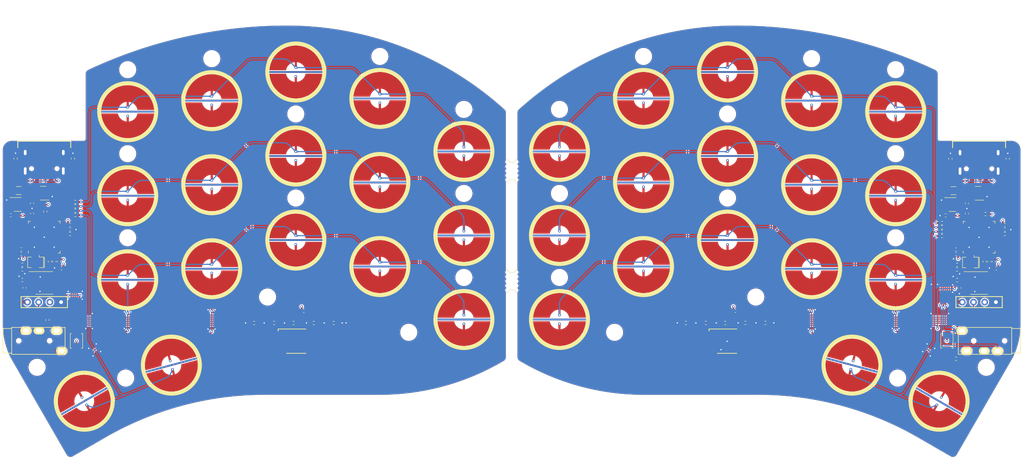
<source format=kicad_pcb>
(kicad_pcb (version 20221018) (generator pcbnew)
  (layers (0 "F.Cu" signal) (1 "In1.Cu" signal) (2 "In2.Cu" signal) (31 "B.Cu" signal) (34 "B.Paste" user) (35 "F.Paste" user) (36 "B.SilkS" user "B.Silkscreen") (37 "F.SilkS" user "F.Silkscreen") (38 "B.Mask" user) (39 "F.Mask" user) (44 "Edge.Cuts" user))
  (net 0 "")
  (net 19 "XTAL1")
  (net 20 "XTAL0")
  (net 21 "VBUS")
  (net 22 "VBAT")
  (net 23 "TX")
  (net 24 "SDA")
  (net 25 "SCL")
  (net 26 "RX")
  (net 27 "ROW3")
  (net 28 "ROW2")
  (net 29 "ROW1")
  (net 30 "ROW0")
  (net 31 "Net-(USB1-CC2)")
  (net 32 "Net-(USB1-CC1)")
  (net 33 "Net-(U1-VCAP1)")
  (net 34 "Net-(U1-PB5)")
  (net 35 "Net-(U1-PB4)")
  (net 36 "Net-(U1-PA15)")
  (net 37 "Net-(U1-PA14)")
  (net 38 "Net-(U1-PA10)")
  (net 39 "Net-(JP2-B)")
  (net 40 "NRST")
  (net 41 "GND")
  (net 42 "D-")
  (net 43 "D+")
  (net 44 "COL4")
  (net 45 "COL3")
  (net 46 "COL2")
  (net 47 "COL1")
  (net 48 "COL0")
  (net 49 "BOOT1")
  (net 50 "BOOT0")
  (net 51 "APLEX_OUT_PIN_0")
  (net 52 "APLEX_EN_PIN_0")
  (net 53 "AMUX_SEL_2")
  (net 54 "AMUX_SEL_1")
  (net 55 "AMUX_SEL_0")
  (net 56 "ADC")
  (net 57 "+5V")
  (net 58 "+5V_R")
  (net 59 "GND_R")
  (net 60 "VBAT_R")
  (net 61 "Net-(U101-VCAP1)")
  (net 62 "APLEX_OUT_PIN_0_R")
  (net 63 "VBUS_R")
  (net 64 "TX_R")
  (net 65 "RX_R")
  (net 66 "SDA_R")
  (net 67 "SCL_R")
  (net 68 "BOOT0_R")
  (net 69 "ADC_R")
  (net 70 "Net-(JP102-B)")
  (net 71 "Net-(USB101-CC1)")
  (net 72 "Net-(USB101-CC2)")
  (net 73 "Net-(U101-PA10)")
  (net 74 "ROW0_R")
  (net 75 "ROW1_R")
  (net 76 "ROW2_R")
  (net 77 "ROW3_R")
  (net 78 "NRST_R")
  (net 79 "BOOT1_R")
  (net 80 "COL4_R")
  (net 81 "COL3_R")
  (net 82 "COL2_R")
  (net 83 "COL1_R")
  (net 84 "COL0_R")
  (net 88 "XTAL0_R")
  (net 89 "XTAL1_R")
  (net 92 "AMUX_SEL_0_R")
  (net 93 "AMUX_SEL_1_R")
  (net 94 "AMUX_SEL_2_R")
  (net 95 "APLEX_EN_PIN_0_R")
  (net 104 "D-_R")
  (net 105 "D+_R")
  (net 110 "Net-(U101-PB13)")
  (net 111 "Net-(U101-PB14)")
  (net 112 "Net-(U101-PB15)")
  (net 113 "Net-(U101-PB12)")
  (footprint "local:MountingHole_3.4mm" (layer "F.Cu") (at 235.105481 98.337636)
    (fp_text reference "H12" hide)
    (fp_text value "MountingHole" hide)
  )
  (footprint "Resistor_SMD:R_0402_1005Metric" (layer "F.Cu") (at 245.608521 96.970456)
    (fp_text reference "R6" hide)
    (fp_text value "100" hide)
  )
  (footprint "Capacitor_SMD:C_0402_1005Metric" (layer "F.Cu") (at 259.869793 96.486529)
    (fp_text reference "C9" hide)
    (fp_text value "4.7u" hide)
  )
  (footprint "local:MountingHole_3.4mm" (layer "F.Cu") (at 197.005477 89.337636)
    (fp_text reference "H7" hide)
    (fp_text value "MountingHole" hide)
  )
  (footprint "Resistor_SMD:R_0402_1005Metric" (layer "F.Cu") (at 201.060478 117.639736 180)
    (fp_text reference "R14" hide)
    (fp_text value "100k" hide)
  )
  (footprint "local:ecs_pad_1U_no_ring_90deg" (layer "F.Cu") (at 51.192913 135.383024 30)
    (fp_text reference "SW117" hide)
    (fp_text value "EC_SW" hide)
  )
  (footprint "Capacitor_SMD:C_0402_1005Metric" (layer "F.Cu") (at 39.377621 92.824026 90)
    (fp_text reference "C105" hide)
    (fp_text value "100n" hide)
  )
  (footprint "Capacitor_SMD:C_0402_1005Metric" (layer "F.Cu") (at 251.26979 92.849026 90)
    (fp_text reference "C5" hide)
    (fp_text value "100n" hide)
  )
  (footprint "Resistor_SMD:R_0402_1005Metric" (layer "F.Cu") (at 37.138318 105.512633)
    (fp_text reference "R111" hide)
    (fp_text value "100k" hide)
  )
  (footprint "Resistor_SMD:R_0402_1005Metric" (layer "F.Cu") (at 49.154867 92.2017 180)
    (fp_text reference "R105" hide)
    (fp_text value "100" hide)
  )
  (footprint "Resistor_SMD:R_0402_1005Metric" (layer "F.Cu") (at 187.560476 117.639733 180)
    (fp_text reference "R17" hide)
    (fp_text value "100k" hide)
  )
  (footprint "local:ecs_pad_1U_no_ring" (layer "F.Cu") (at 235.105484 107.862635 90)
    (fp_text reference "SW15" hide)
    (fp_text value "EC_SW" hide)
  )
  (footprint "Capacitor_SMD:C_0402_1005Metric" (layer "F.Cu") (at 248.800485 102.037634 180)
    (fp_text reference "C3" hide)
    (fp_text value "100n" hide)
  )
  (footprint "Resistor_SMD:R_0402_1005Metric" (layer "F.Cu") (at 192.070475 117.639731)
    (fp_text reference "R16" hide)
    (fp_text value "100k" hide)
  )
  (footprint "Capacitor_SMD:C_0402_1005Metric" (layer "F.Cu") (at 259.869791 95.474027)
    (fp_text reference "C4" hide)
    (fp_text value "100n" hide)
  )
  (footprint "local:ecs_pad_1U_no_ring" (layer "F.Cu") (at 137.242887 78.763136 90)
    (fp_text reference "SW101" hide)
    (fp_text value "EC_SW" hide)
  )
  (footprint "local:ecs_pad_1U_no_ring" (layer "F.Cu") (at 158.905476 78.763136 90)
    (fp_text reference "SW1" hide)
    (fp_text value "EC_SW" hide)
  )
  (footprint "Resistor_SMD:R_0402_1005Metric" (layer "F.Cu") (at 49.154868 90.225632)
    (fp_text reference "R107" hide)
    (fp_text value "100" hide)
  )
  (footprint "local:MountingHole_3.4mm" (layer "F.Cu") (at 197.005477 70.287636)
    (fp_text reference "H6" hide)
    (fp_text value "MountingHole" hide)
  )
  (footprint "Capacitor_SMD:C_0402_1005Metric" (layer "F.Cu") (at 37.663317 109.687634 90)
    (fp_text reference "C111" hide)
    (fp_text value "220p" hide)
  )
  (footprint "local:MountingHole_3.4mm" (layer "F.Cu") (at 235.56383 130.145735 -22.5)
    (fp_text reference "H13" hide)
    (fp_text value "MountingHole" hide)
  )
  (footprint "Capacitor_SMD:C_0402_1005Metric" (layer "F.Cu") (at 47.977622 95.449027)
    (fp_text reference "C104" hide)
    (fp_text value "100n" hide)
  )
  (footprint "Resistor_SMD:R_0402_1005Metric" (layer "F.Cu") (at 249.030486 104.487634 180)
    (fp_text reference "JP2" hide)
    (fp_text value "Ext_Res" hide)
  )
  (footprint "Capacitor_SMD:C_0402_1005Metric" (layer "F.Cu") (at 44.438316 103.732637 -90)
    (fp_text reference "C107" hide)
    (fp_text value "100n" hide)
  )
  (footprint "Button_Switch_SMD:SW_SPST_B3U-1000P" (layer "F.Cu") (at 49.42871 121.704897 -90)
    (fp_text reference "JP101" hide)
    (fp_text value "BOOT0" hide)
  )
  (footprint "local:OLED_I2C_128x32" (layer "F.Cu") (at 42.128097 112.925697 90)
    (fp_text reference "J102" hide)
    (fp_text value "OLED" hide)
  )
  (footprint "local:ecs_pad_1U_no_ring" (layer "F.Cu") (at 61.042874 88.812637 90)
    (fp_text reference "SW110" hide)
    (fp_text value "EC_SW" hide)
  )
  (footprint "local:MountingHole_3.4mm" (layer "F.Cu") (at 171.405953 119.770761)
    (fp_text reference "H5" hide)
    (fp_text value "MountingHole" hide)
  )
  (footprint "Resistor_SMD:R_0402_1005Metric" (layer "F.Cu") (at 43.393316 103.732634 -90)
    (fp_text reference "R108" hide)
    (fp_text value "10k" hide)
  )
  (footprint "Resistor_SMD:R_0402_1005Metric" (layer "F.Cu") (at 248.804653 125.778258)
    (fp_text reference "R10" hide)
    (fp_text value "10k" hide)
  )
  (footprint "local:ecs_pad_1U_no_ring_90deg" (layer "F.Cu") (at 70.939839 127.203332 15)
    (fp_text reference "SW116" hide)
    (fp_text value "EC_SW" hide)
  )
  (footprint "Resistor_SMD:R_0402_1005Metric" (layer "F.Cu") (at 98.637886 117.651704 180)
    (fp_text reference "R114" hide)
    (fp_text value "100k" hide)
  )
  (footprint "Resistor_SMD:R_0402_1005Metric" (layer "F.Cu") (at 196.490477 117.639735 180)
    (fp_text reference "R15" hide)
    (fp_text value "100k" hide)
  )
  (footprint "local:TRRS-PJ-320A-no-Fmask" (layer "F.Cu") (at 34.742342 121.704897 90)
    (fp_text reference "J101" hide)
    (fp_text value "MJ-4PP-9" hide)
  )
  (footprint "Resistor_SMD:R_0402_1005Metric" (layer "F.Cu") (at 255.285485 103.757634 -90)
    (fp_text reference "R8" hide)
    (fp_text value "10k" hide)
  )
  (footprint "local:ecs_pad_1U_no_ring" (layer "F.Cu") (at 137.242877 97.813126 90)
    (fp_text reference "SW106" hide)
    (fp_text value "EC_SW" hide)
  )
  (footprint "Resistor_SMD:R_0402_1005Metric" (layer "F.Cu") (at 49.154866 93.186701)
    (fp_text reference "R104" hide)
    (fp_text value "100" hide)
  )
  (footprint "local:OLED_I2C_128x32" (layer "F.Cu") (at 254.020266 112.925697 90)
    (fp_text reference "J2" hide)
    (fp_text value "OLED" hide)
  )
  (footprint "Capacitor_SMD:C_0402_1005Metric" (layer "F.Cu") (at 246.418522 93.260456 180)
    (fp_text reference "C2" hide)
    (fp_text value "1u" hide)
  )
  (footprint "Resistor_SMD:R_0402_1005Metric" (layer "F.Cu") (at 259.869794 97.499026)
    (fp_text reference "R9" hide)
    (fp_text value "10k" hide)
  )
  (footprint "local:ecs_pad_1U_no_ring" (layer "F.Cu") (at 118.19288 104.863139 90)
    (fp_text reference "SW112" hide)
    (fp_text value "EC_SW" hide)
  )
  (footprint "Capacitor_SMD:C_0402_1005Metric" (layer "F.Cu") (at 249.555486 109.712634 90)
    (fp_text reference "C11" hide)
    (fp_text value "220p" hide)
  )
  (footprint "Resistor_SMD:R_0402_1005Metric" (layer "F.Cu") (at 107.727885 117.651703)
    (fp_text reference "R115" hide)
    (fp_text value "100k" hide)
  )
  (footprint "local:ecs_pad_1U_no_ring" (layer "F.Cu") (at 61.04288 69.762635 90)
    (fp_text reference "SW105" hide)
    (fp_text value "EC_SW" hide)
  )
  (footprint "local:MountingHole_3.4mm" (layer "F.Cu") (at 216.055485 57.737644)
    (fp_text reference "H9" hide)
    (fp_text value "MountingHole" hide)
  )
  (footprint "local:MountingHole_3.4mm" (layer "F.Cu") (at 235.105483 60.237639)
    (fp_text reference "H10" hide)
    (fp_text value "MountingHole" hide)
  )
  (footprint "local:ecs_pad_1U_no_ring" (layer "F.Cu") (at 235.105483 69.762635 90)
    (fp_text reference "SW5" hide)
    (fp_text value "EC_SW" hide)
  )
  (footprint "Package_TO_SOT_SMD:SOT-23-3" (layer "F.Cu") (at 247.992986 90.803654)
    (fp_text reference "U2" hide)
    (fp_text value "XC6206PxxxMR" hide)
  )
  (footprint "Capacitor_SMD:C_0402_1005Metric" (layer "F.Cu") (at 34.526353 93.235456 180)
    (fp_text reference "C102" hide)
    (fp_text value "1u" hide)
  )
  (footprint "local:ecs_pad_1U_no_ring" (layer "F.Cu") (at 197.005478 79.812638 90)
    (fp_text reference "SW8" hide)
    (fp_text value "EC_SW" hide)
  )
  (footprint "local:ecs_pad_1U_no_ring_90deg" (layer "F.Cu") (at 225.208524 127.203332 -15)
    (fp_text reference "SW16" hide)
    (fp_text value "EC_SW" hide)
  )
  (footprint "Capacitor_SMD:C_0402_1005Metric" (layer "F.Cu") (at 257.900486 105.287634 180)
    (fp_text reference "C12" hide)
    (fp_text value "100n" hide)
  )
  (footprint "Resistor_SMD:R_0402_1005Metric" (layer "F.Cu") (at 260.519653 80.429897 -90)
    (fp_text reference "R1" hide)
    (fp_text value "5.1k" hide)
  )
  (footprint "local:ecs_pad_1U_no_ring" (layer "F.Cu") (at 177.955483 104.863139 90)
    (fp_text reference "SW12" hide)
    (fp_text value "EC_SW" hide)
  )
  (footprint "local:MountingHole_3.4mm" (layer "F.Cu") (at 203.405952 111.770761)
    (fp_text reference "H8" hide)
    (fp_text value "MountingHole" hide)
  )
  (footprint "Capacitor_SMD:C_0402_1005Metric" (layer "F.Cu") (at 100.952886 114.915368)
    (fp_text reference "C110" hide)
    (fp_text value "100n" hide)
  )
  (footprint "local:ecs_pad_1U_no_ring" (layer "F.Cu") (at 80.092879 86.31263 90)
    (fp_text reference "SW109" hide)
    (fp_text value "EC_SW" hide)
  )
  (footprint "local:ecs_pad_1U_no_ring" (layer "F.Cu") (at 158.905486 97.813126 90)
    (fp_text reference "SW6" hide)
    (fp_text value "EC_SW" hide)
  )
  (footprint "Fuse:Fuse_1206_3216Metric" (layer "F.Cu") (at 36.327483 87.644897)
    (fp_text reference "F101" hide)
    (fp_text value "500mA" hide)
  )
  (footprint "local:HRO-TYPE-C-31-M-12-Assembly" (layer "F.Cu") (at 42.127615 76.419897 180)
    (fp_text reference "USB101" hide)
    (fp_text value "TYPEC-304YSSW-ACP16" hide)
  )
  (footprint "Capacitor_SMD:C_0402_1005Metric" (layer "F.Cu") (at 248.800486 100.987634 180)
    (fp_text reference "C6" hide)
    (fp_text value "100n" hide)
  )
  (footprint "local:MountingHole_3.4mm" (layer "F.Cu") (at 255.644654 127.704898 -22.5)
    (fp_text reference "H14" hide)
    (fp_text value "MountingHole" hide)
  )
  (footprint "local:MountingHole_3.4mm" (layer "F.Cu") (at 177.95548 57.238145)
    (fp_text reference "H4" hide)
    (fp_text value "MountingHole" hide)
  )
  (footprint "Capacitor_SMD:C_0402_1005Metric" (layer "F.Cu") (at 198.805477 114.903399)
    (fp_text reference "C10" hide)
    (fp_text value "100n" hide)
  )
  (footprint "Resistor_SMD:R_0402_1005Metric" (layer "F.Cu") (at 247.519653 80.419897 90)
    (fp_text reference "R2" hide)
    (fp_text value "5.1k" hide)
  )
  (footprint "local:ecs_pad_1U_no_ring" (layer "F.Cu") (at 61.042879 107.862635 90)
    (fp_text reference "SW115" hide)
    (fp_text value "EC_SW" hide)
  )
  (footprint "local:mouse-bite-5mm-slot-with-space-for-track" (layer "F.Cu") (at 148.104127 108.187)
    (fp_text reference "mouse-bite-2mm-slot" hide)
    (fp_text value "VAL**" hide)
  )
  (footprint "local:ecs_pad_1U_no_ring" (layer "F.Cu") (at 80.092884 105.362634 90)
    (fp_text reference "SW114" hide)
    (fp_text value "EC_SW" hide)
  )
  (footprint "local:MountingHole_3.4mm" (layer "F.Cu") (at 235.105484 79.287636)
    (fp_text reference "H11" hide)
    (fp_text value "MountingHole" hide)
  )
  (footprint "Package_DFN_QFN:QFN-48-1EP_7x7mm_P0.5mm_EP5.6x5.6mm" (layer "F.Cu") (at 42.128097 98.211528 90)
    (fp_text reference "U101" hide)
    (fp_text value "STM32F401CBUx" hide)
  )
  (footprint "local:MountingHole_3.4mm" (layer "F.Cu") (at 158.905476 69.238141)
    (fp_text reference "H1" hide)
    (fp_text value "MountingHole" hide)
  )
  (footprint "local:TSSOP16" (layer "F.Cu") (at 196.900477 121.7767 -90)
    (fp_text reference "U4" hide)
    (fp_text value "74HC4051" hide)
  )
  (footprint "Capacitor_SMD:C_0402_1005Metric" (layer "F.Cu") (at 251.255486 90.549026 -90)
    (fp_text reference "C1" hide)
    (fp_text value "1u" hide)
  )
  (footprint "local:ecs_pad_1U_no_ring" (layer "F.Cu") (at 177.955482 85.813135 90)
    (fp_text reference "SW7" hide)
    (fp_text value "EC_SW" hide)
  )
  (footprint "local:MountingHole_3.4mm" (layer "F.Cu") (at 158.905474 88.288131)
    (fp_text reference "H2" hide)
    (fp_text value "MountingHole" hide)
  )
  (footprint "local:HRO-TYPE-C-31-M-12-Assembly" (layer "F.Cu") (at 254.019784 76.444897 180)
    (fp_text reference "USB1" hide)
    (fp_text value "TYPEC-304YSSW-ACP16" hide)
  )
  (footprint "local:ecs_pad_1U_no_ring" (layer "F.Cu") (at 158.905485 116.863133 90)
    (fp_text reference "SW11" hide)
    (fp_text value "EC_SW" hide)
  )
  (footprint "Resistor_SMD:R_0402_1005Metric" (layer "F.Cu") (at 245.608521 97.960456 180)
    (fp_text reference "R7" hide)
    (fp_text value "100" hide)
  )
  (footprint "Capacitor_SMD:C_0402_1005Metric" (layer "F.Cu") (at 36.908316 102.012634 180)
    (fp_text reference "C103" hide)
    (fp_text value "100n" hide)
  )
  (footprint "Capacitor_SMD:C_0402_1005Metric" (layer "F.Cu") (at 39.363317 90.524026 -90)
    (fp_text reference "C101" hide)
    (fp_text value "1u" hide)
  )
  (footprint "Crystal:Resonator_SMD_Murata_CSTxExxV-3Pin_3.0x1.1mm" (layer "F.Cu") (at 252.067214 103.937636 180)
    (fp_text reference "Y1" hide)
    (fp_text value "8 MHz" hide)
  )
  (footprint "local:ecs_pad_1U_no_ring" (layer "F.Cu") (at 80.092877 67.262639 90)
    (fp_text reference "SW104" hide)
    (fp_text value "EC_SW" hide)
  )
  (footprint "Resistor_SMD:R_0402_1005Metric" (layer "F.Cu") (at 48.627484 80.404897 -90)
    (fp_text reference "R101" hide)
    (fp_text value "5.1k" hide)
  )
  (footprint "local:ecs_pad_1U_no_ring" (layer "F.Cu") (at 216.055486 67.262639 90)
    (fp_text reference "SW4" hide)
    (fp_text value "EC_SW" hide)
  )
  (footprint "Resistor_SMD:R_0402_1005Metric" (layer "F.Cu") (at 49.154867 91.211701)
    (fp_text reference "R106" hide)
    (fp_text value "100" hide)
  )
  (footprint "Package_DFN_QFN:QFN-48-1EP_7x7mm_P0.5mm_EP5.6x5.6mm" (layer "F.Cu") (at 254.020266 98.236528 90)
    (fp_text reference "U1" hide)
    (fp_text value "STM32F401CBUx" hide)
  )
  (footprint "local:ecs_pad_1U_no_ring" (layer "F.Cu") (at 137.242878 116.863133 90)
    (fp_text reference "SW111" hide)
    (fp_text value "EC_SW" hide)
  )
  (footprint "Resistor_SMD:R_0402_1005Metric" (layer "F.Cu") (at 37.138318 107.912634)
    (fp_text reference "R112" hide)
    (fp_text value "1k" hide)
  )
  (footprint "local:ecs_pad_1U_no_ring" (layer "F.Cu") (at 235.105489 88.812637 90)
    (fp_text reference "SW10" hide)
    (fp_text value "EC_SW" hide)
  )
  (footprint "Resistor_SMD:R_0402_1005Metric" (layer "F.Cu") (at 249.030487 105.537633)
    (fp_text reference "R11" hide)
    (fp_text value "100k" hide)
  )
  (footprint "Capacitor_SMD:C_0402_1005Metric" (layer "F.Cu") (at 47.977624 96.461529)
    (fp_text reference "C109" hide)
    (fp_text value "4.7u" hide)
  )
  (footprint "local:ecs_pad_1U_no_ring" (layer "F.Cu") (at 118.192883 66.76314 90)
    (fp_text reference "SW102" hide)
    (fp_text value "EC_SW" hide)
  )
  (footprint "local:ecs_pad_1U_no_ring" (layer "F.Cu") (at 99.14288 98.862633 90)
    (fp_text reference "SW113" hide)
    (fp_text value "EC_SW" hide)
  )
  (footprint "Resistor_SMD:R_0402_1005Metric" (layer "F.Cu") (at 42.372886 92.4017 90)
    (fp_text reference "R103" hide)
    (fp_text value "100k" hide)
  )
  (footprint "local:ecs_pad_1U_no_ring" (layer "F.Cu") (at 99.142886 60.762634 90)
    (fp_text reference "SW103" hide)
    (fp_text value "EC_SW" hide)
  )
  (footprint "local:ecs_pad_1U_no_ring" (layer "F.Cu") (at 216.055484 86.31263 90)
    (fp_text reference "SW9" hide)
    (fp_text value "EC_SW" hide)
  )
  (footprint "Capacitor_SMD:C_0402_1005Metric" (layer "F.Cu") (at 36.908317 100.962634 180)
    (fp_text reference "C106" hide)
    (fp_text value "100n" hide)
  )
  (footprint "Resistor_SMD:R_0402_1005Metric" (layer "F.Cu") (at 37.138317 104.462634 180)
    (fp_text reference "JP102" hide)
    (fp_text value "Ext_Res" hide)
  )
  (footprint "Capacitor_SMD:C_0402_1005Metric" (layer "F.Cu") (at 46.008317 105.262634 180)
    (fp_text reference "C112" hide)
    (fp_text value "100n" hide)
  )
  (footprint "Resistor_SMD:R_0402_1005Metric" (layer "F.Cu") (at 255.468518 92.976698)
    (fp_text reference "R3" hide)
    (fp_text value "100k" hide)
  )
  (footprint "Button_Switch_SMD:SW_SPST_B3U-1000P" (layer "F.Cu") (at 246.719653 121.704897 90)
    (fp_text reference "JP1" hide)
    (fp_text value "BOOT0" hide)
  )
  (footprint "Capacitor_SMD:C_0402_1005Metric" (layer "F.Cu") (at 257.365483 103.757635 -90)
    (fp_text reference "C8" hide)
    (fp_text value "1u" hide)
  )
  (footprint "Package_TO_SOT_SMD:SOT-143" (layer "F.Cu") (at 253.779653 88.249028 180)
    (fp_text reference "D1" hide)
    (fp_text value "PRTR5V0U2X" hide)
  )
  (footprint "Crystal:Resonator_SMD_Murata_CSTxExxV-3Pin_3.0x1.1mm" (layer "F.Cu") (at 40.175045 103.912636 180)
    (fp_text reference "Y101" hide)
    (fp_text value "8 MHz" hide)
  )
  (footprint "Resistor_SMD:R_0402_1005Metric" (layer "F.Cu") (at 47.977625 97.474026)
    (fp_text reference "R109" hide)
    (fp_text value "10k" hide)
  )
  (footprint "Resistor_SMD:R_0402_1005Metric" (layer "F.Cu") (at 245.608522 94.994388 180)
    (fp_text reference "R4" hide)
    (fp_text value "100" hide)
  )
  (footprint "local:ecs_pad_1U_no_ring_90deg" (layer "F.Cu") (at 244.95545 135.383024 -30)
    (fp_text reference "SW17" hide)
    (fp_text value "EC_SW" hide)
  )
  (footprint "local:ecs_pad_1U_no_ring" (layer "F.Cu") (at 216.055479 105.362634 90)
    (fp_text reference "SW14" hide)
    (fp_text value "EC_SW" hide)
  )
  (footprint "Package_SO:SOIC-8_3.9x4.9mm_P1.27mm" (layer "F.Cu") (at 254.020266 108.592632)
    (fp_text reference "U3" hide)
    (fp_text value "OPA350" hide)
  )
  (footprint "Resistor_SMD:R_0402_1005Metric" (layer "F.Cu") (at 205.580476 117.639734)
    (fp_text reference "R13" hide)
    (fp_text value "100k" hide)
  )
  (footprint "local:ecs_pad_1U_no_ring" (layer "F.Cu") (at 99.142885 79.812638 90)
    (fp_text reference "SW108" hide)
    (fp_text value "EC_SW" hide)
  )
  (footprint "Package_SO:SOIC-8_3.9x4.9mm_P1.27mm" (layer "F.Cu") (at 42.128097 108.567632)
    (fp_text reference "U103" hide)
    (fp_text value "OPA350" hide)
  )
  (footprint "Capacitor_SMD:C_0402_1005Metric" (layer "F.Cu") (at 45.473314 103.732635 -90)
    (fp_text reference "C108" hide)
    (fp_text value "1u" hide)
  )
  (footprint "Resistor_SMD:R_0402_1005Metric" (layer "F.Cu") (at 89.707885 117.651702 180)
    (fp_text reference "R117" hide)
    (fp_text value "100k" hide)
  )
  (footprint "local:ecs_pad_1U_no_ring" (layer "F.Cu") (at 197.005477 60.762634 90)
    (fp_text reference "SW3" hide)
    (fp_text value "EC_SW" hide)
  )
  (footprint "Fuse:Fuse_1206_3216Metric" (layer "F.Cu") (at 248.219652 87.669897)
    (fp_text reference "F1" hide)
    (fp_text value "500mA" hide)
  )
  (footprint "Package_TO_SOT_SMD:SOT-143" (layer "F.Cu") (at 41.887484 88.224028 180)
    (fp_text reference "D101" hide)
    (fp_text value "PRTR5V0U2X" hide)
  )
  (footprint "local:ecs_pad_1U_no_ring" (layer "F.Cu") (at 118.192881 85.813135 90)
    (fp_text reference "SW107" hide)
    (fp_text value "EC_SW" hide)
  )
  (footprint "Capacitor_SMD:C_0402_1005Metric" (layer "F.Cu") (at 256.330485 103.757637 -90)
    (fp_text reference "C7" hide)
    (fp_text value "100n" hide)
  )
  (footprint "Resistor_SMD:R_0402_1005Metric" (layer "F.Cu") (at 42.847886 116.9767 90)
    (fp_text reference "R110" hide)
    (fp_text value "10k" hide)
  )
  (footprint "local:TRRS-PJ-320A-no-Fmask" (layer "F.Cu") (at 261.406021 121.704897 -90)
    (fp_text reference "J1" hide)
    (fp_text value "MJ-4PP-9" hide)
  )
  (footprint "local:ecs_pad_1U_no_ring" (layer "F.Cu") (at 177.95548 66.76314 90)
    (fp_text reference "SW2" hide)
    (fp_text value "EC_SW" hide)
  )
  (footprint "local:MountingHole_3.4mm" (layer "F.Cu") (at 158.905485 107.33813)
    (fp_text reference "H3" hide)
    (fp_text value "MountingHole" hide)
  )
  (footprint "Resistor_SMD:R_0402_1005Metric" (layer "F.Cu") (at 103.207887 117.651705 180)
    (fp_text reference "R113" hide)
    (fp_text value "100k" hide)
  )
  (footprint "Resistor_SMD:R_0402_1005Metric" (layer "F.Cu") (at 94.217884 117.6517 180)
    (fp_text reference "R116" hide)
    (fp_text value "100k" hide)
  )
  (footprint "Package_TO_SOT_SMD:SOT-23-3" (layer "F.Cu") (at 36.100817 90.778654)
    (fp_text reference "U102" hide)
    (fp_text value "XC6206PxxxMR" hide)
  )
  (footprint "Resistor_SMD:R_0402_1005Metric" (layer "F.Cu") (at 249.030487 107.937634)
    (fp_text reference "R12" hide)
    (fp_text value "1k" hide)
  )
  (footprint "local:TSSOP16" (layer "F.Cu") (at 99.247886 121.7767 -90)
    (fp_text reference "U104" hide)
    (fp_text value "74HC4051" hide)
  )
  (footprint "Resistor_SMD:R_0402_1005Metric" (layer "F.Cu") (at 245.60852 95.980457 180)
    (fp_text reference "R5" hide)
    (fp_text value "100" hide)
  )
  (footprint "local:ecs_pad_1U_no_ring" (layer "F.Cu") (at 197.005483 98.862633 90)
    (fp_text reference "SW13" hide)
    (fp_text value "EC_SW" hide)
  )
  (footprint "Resistor_SMD:R_0402_1005Metric" (layer "F.Cu") (at 35.627484 80.394897 90)
    (fp_text reference "R102" hide)
    (fp_text value "5.1k" hide)
  )
  (footprint "local:mouse-bite-5mm-slot-with-space-for-track" (layer "F.Cu") (at 148.114127 83.183)
    (fp_text reference "mouse-bite-2mm-slot" hide)
    (fp_text value "VAL**" hide)
  )
  (footprint "local:MountingHole_3.4mm" (layer "B.Cu") (at 61.042879 79.287636 180)
    (fp_text reference "H111" hide)
    (fp_text value "MountingHole" hide)
  )
  (footprint "local:MountingHole_3.4mm" (layer "B.Cu") (at 40.503709 127.704898 -157.5)
    (fp_text reference "H114" hide)
    (fp_text value "MountingHole" hide)
  )
  (footprint "local:MountingHole_3.4mm" (layer "B.Cu") (at 137.242878 107.33813 180)
    (fp_text reference "H103" hide)
    (fp_text value "MountingHole" hide)
  )
  (footprint "local:MountingHole_3.4mm" (layer "B.Cu") (at 92.742411 111.770761 180)
    (fp_text reference "H108" hide)
    (fp_text value "MountingHole" hide)
  )
  (footprint "local:MountingHole_3.4mm" (layer "B.Cu") (at 99.142886 70.287636 180)
    (fp_text reference "H106" hide)
    (fp_text value "MountingHole" hide)
  )
  (footprint "local:MountingHole_3.4mm" (layer "B.Cu") (at 61.04288 60.237639 180)
    (fp_text reference "H110" hide)
    (fp_text value "MountingHole" hide)
  )
  (footprint "local:MountingHole_3.4mm" (layer "B.Cu") (at 99.142886 89.337636 180)
    (fp_text reference "H107" hide)
    (fp_text value "MountingHole" hide)
  )
  (footprint "local:MountingHole_3.4mm" (layer "B.Cu") (at 60.584533 130.145735 -157.5)
    (fp_text reference "H113" hide)
    (fp_text value "MountingHole" hide)
  )
  (footprint "local:MountingHole_3.4mm" (layer "B.Cu") (at 124.74241 119.770761 180)
    (fp_text reference "H105" hide)
    (fp_text value "MountingHole" hide)
  )
  (footprint "local:MountingHole_3.4mm" (layer "B.Cu") (at 137.242889 88.288131 180)
    (fp_text reference "H102" hide)
    (fp_text value "MountingHole" hide)
  )
  (footprint "local:MountingHole_3.4mm" (layer "B.Cu") (at 118.192883 57.238145 180)
    (fp_text reference "H104" hide)
    (fp_text value "MountingHole" hide)
  )
  (footprint "local:MountingHole_3.4mm" (layer "B.Cu") (at 80.092878 57.737644 180)
    (fp_text reference "H109" hide)
    (fp_text value "MountingHole" hide)
  )
  (footprint "local:MountingHole_3.4mm" (layer "B.Cu") (at 137.242887 69.238141 180)
    (fp_text reference "H101" hide)
    (fp_text value "MountingHole" hide)
  )
  (footprint "local:MountingHole_3.4mm" (layer "B.Cu") (at 61.042882 98.337636 180)
    (fp_text reference "H112" hide)
    (fp_text value "MountingHole" hide)
  )
  (gr_line (start 32.737485 118.167445) (end 32.737168 78.382678) (stroke (width 0.05)) (layer "Edge.Cuts"))
  (gr_line (start 261.411205 76.382542) (end 246.62988 76.382993) (stroke (width 0.05)) (layer "Edge.Cuts"))
  (gr_line (start 49.518483 76.382993) (end 34.737158 76.382542) (stroke (width 0.05)) (layer "Edge.Cuts"))
  (gr_line (start 248.94193 147.527394) (end 261.664186 125.491606) (stroke (width 0.05)) (layer "Edge.Cuts"))
  (gr_arc (start 48.572464 147.893429) (mid 47.813657 147.99331) (end 47.206433 147.527394) (stroke (width 0.05)) (layer "Edge.Cuts"))
  (gr_arc (start 146.294087 126.237641) (mid 132.761371 131.978507) (end 118.192573 133.938631) (stroke (width 0.05)) (layer "Edge.Cuts"))
  (gr_line (start 55.955149 143.631026) (end 48.572464 147.893429) (stroke (width 0.05)) (layer "Edge.Cuts"))
  (gr_arc (start 147.157628 85.731) (mid 148.110127 85.086127) (end 149.062626 85.731001) (stroke (width 0.05)) (layer "Edge.Cuts"))
  (gr_line (start 146.768127 110.731) (end 146.76748 125.388283) (stroke (width 0.05)) (layer "Edge.Cuts"))
  (gr_arc (start 147.157628 110.731) (mid 148.110127 110.086127) (end 149.062626 110.731001) (stroke (width 0.05)) (layer "Edge.Cuts"))
  (gr_arc (start 97.143141 50.237213) (mid 123.563283 55.155576) (end 146.443681 69.25173) (stroke (width 0.05)) (layer "Edge.Cuts"))
  (gr_arc (start 149.062626 105.651) (mid 148.110127 106.295873) (end 147.157628 105.650999) (stroke (width 0.05)) (layer "Edge.Cuts"))
  (gr_line (start 149.380127 105.651) (end 149.062627 105.651) (stroke (width 0.05)) (layer "Edge.Cuts"))
  (gr_line (start 147.157627 105.651) (end 146.768127 105.651) (stroke (width 0.05)) (layer "Edge.Cuts"))
  (gr_line (start 247.575899 147.893429) (end 240.193214 143.631026) (stroke (width 0.05)) (layer "Edge.Cuts"))
  (gr_line (start 146.768127 85.731) (end 146.768127 105.651) (stroke (width 0.05)) (layer "Edge.Cuts"))
  (gr_line (start 263.411195 78.382678) (end 263.410878 118.167445) (stroke (width 0.05)) (layer "Edge.Cuts"))
  (gr_arc (start 199.005222 50.237213) (mid 222.083041 52.778869) (end 244.05468 60.281727) (stroke (width 0.05)) (layer "Edge.Cuts"))
  (gr_arc (start 263.410878 118.167445) (mid 262.953809 121.928801) (end 261.664186 125.491606) (stroke (width 0.05)) (layer "Edge.Cuts"))
  (gr_arc (start 149.062626 80.651) (mid 148.110127 81.295873) (end 147.157628 80.650999) (stroke (width 0.05)) (layer "Edge.Cuts"))
  (gr_arc (start 177.95579 133.938631) (mid 163.386992 131.978508) (end 149.854276 126.237641) (stroke (width 0.05)) (layer "Edge.Cuts"))
  (gr_line (start 118.192573 133.938631) (end 92.13069 133.93829) (stroke (width 0.05)) (layer "Edge.Cuts"))
  (gr_line (start 149.380127 110.731) (end 149.380874 125.388283) (stroke (width 0.05)) (layer "Edge.Cuts"))
  (gr_line (start 204.017673 133.93829) (end 177.95579 133.938631) (stroke (width 0.05)) (layer "Edge.Cuts"))
  (gr_line (start 149.380883 69.988384) (end 149.380874 80.651) (stroke (width 0.05)) (layer "Edge.Cuts"))
  (gr_arc (start 34.484177 125.491606) (mid 33.194556 121.928799) (end 32.737485 118.167445) (stroke (width 0.05)) (layer "Edge.Cuts"))
  (gr_arc (start 51.518427 75.883166) (mid 51.371942 76.236686) (end 51.018421 76.383169) (stroke (width 0.05)) (layer "Edge.Cuts"))
  (gr_arc (start 149.854276 126.237641) (mid 149.507249 125.874449) (end 149.380874 125.388283) (stroke (width 0.05)) (layer "Edge.Cuts"))
  (gr_line (start 149.380127 85.731) (end 149.380127 105.651) (stroke (width 0.05)) (layer "Edge.Cuts"))
  (gr_arc (start 244.05468 60.281727) (mid 244.474007 60.65085) (end 244.629936 61.187303) (stroke (width 0.05)) (layer "Edge.Cuts"))
  (gr_line (start 51.518427 61.187303) (end 51.518427 75.883166) (stroke (width 0.05)) (layer "Edge.Cuts"))
  (gr_arc (start 146.767489 125.388283) (mid 146.641092 125.874443) (end 146.294087 126.237641) (stroke (width 0.05)) (layer "Edge.Cuts"))
  (gr_arc (start 245.129942 76.383169) (mid 244.776404 76.236708) (end 244.629936 75.883166) (stroke (width 0.05)) (layer "Edge.Cuts"))
  (gr_line (start 147.157627 80.651) (end 146.768127 80.651) (stroke (width 0.05)) (layer "Edge.Cuts"))
  (gr_line (start 245.129942 76.383169) (end 246.62988 76.382993) (stroke (width 0.05)) (layer "Edge.Cuts"))
  (gr_arc (start 52.093683 60.281727) (mid 74.065323 52.778875) (end 97.143141 50.237213) (stroke (width 0.05)) (layer "Edge.Cuts"))
  (gr_line (start 146.767489 80.651) (end 146.76748 69.988384) (stroke (width 0.05)) (layer "Edge.Cuts"))
  (gr_arc (start 149.704682 69.25173) (mid 172.585078 55.155571) (end 199.005222 50.237213) (stroke (width 0.05)) (layer "Edge.Cuts"))
  (gr_line (start 149.380127 110.731) (end 149.062627 110.731) (stroke (width 0.05)) (layer "Edge.Cuts"))
  (gr_arc (start 146.443681 69.25173) (mid 146.682922 69.586063) (end 146.76748 69.988384) (stroke (width 0.05)) (layer "Edge.Cuts"))
  (gr_arc (start 51.518427 61.187303) (mid 51.674329 60.650831) (end 52.093683 60.281727) (stroke (width 0.05)) (layer "Edge.Cuts"))
  (gr_line (start 34.484177 125.491606) (end 47.206433 147.527394) (stroke (width 0.05)) (layer "Edge.Cuts"))
  (gr_arc (start 55.955149 143.631026) (mid 73.404912 136.403464) (end 92.13069 133.93829) (stroke (width 0.05)) (layer "Edge.Cuts"))
  (gr_arc (start 32.737168 78.382678) (mid 33.322994 76.968491) (end 34.737158 76.382542) (stroke (width 0.05)) (layer "Edge.Cuts"))
  (gr_line (start 147.157627 85.731) (end 146.768127 85.731) (stroke (width 0.05)) (layer "Edge.Cuts"))
  (gr_arc (start 261.411205 76.382542) (mid 262.825394 76.968443) (end 263.411195 78.382678) (stroke (width 0.05)) (layer "Edge.Cuts"))
  (gr_line (start 149.380127 80.651) (end 149.062627 80.651) (stroke (width 0.05)) (layer "Edge.Cuts"))
  (gr_line (start 149.380127 85.731) (end 149.062627 85.731) (stroke (width 0.05)) (layer "Edge.Cuts"))
  (gr_line (start 147.157627 110.731) (end 146.768127 110.731) (stroke (width 0.05)) (layer "Edge.Cuts"))
  (gr_arc (start 248.94193 147.527394) (mid 248.334723 147.993355) (end 247.575899 147.893429) (stroke (width 0.05)) (layer "Edge.Cuts"))
  (gr_arc (start 204.017673 133.93829) (mid 222.743452 136.403462) (end 240.193214 143.631026) (stroke (width 0.05)) (layer "Edge.Cuts"))
  (gr_arc (start 149.380883 69.988384) (mid 149.46543 69.586053) (end 149.704682 69.25173) (stroke (width 0.05)) (layer "Edge.Cuts"))
  (gr_line (start 49.518483 76.382993) (end 51.018421 76.383169) (stroke (width 0.05)) (layer "Edge.Cuts"))
  (gr_line (start 244.629936 75.883166) (end 244.629936 61.187303) (stroke (width 0.05)) (layer "Edge.Cuts"))
  (segment (start 253.545679 102.533838) (end 253.51874 102.560778) (width 0.25) (layer "F.Cu") (net 19))
  (segment (start 253.267212 103.168015) (end 253.267211 103.937634) (width 0.25) (layer "F.Cu") (net 19))
  (segment (start 253.770265 101.991639) (end 253.770264 101.674026) (width 0.25) (layer "F.Cu") (net 19))
  (arc (start 253.51874 102.560778) (mid 253.332582 102.83938) (end 253.267212 103.168015) (width 0.25) (layer "F.Cu") (net 19))
  (arc (start 253.770265 101.991639) (mid 253.711897 102.285075) (end 253.545679 102.533838) (width 0.25) (layer "F.Cu") (net 19))
  (segment (start 253.093904 102.349217) (end 253.025376 102.417745) (width 0.25) (layer "F.Cu") (net 20))
  (segment (start 253.270265 101.92344) (end 253.270263 101.674025) (width 0.25) (layer "F.Cu") (net 20))
  (segment (start 250.86721 102.984037) (end 250.86721 103.937632) (width 0.25) (layer "F.Cu") (net 20))
  (segment (start 251.188613 102.662635) (end 252.434156 102.662635) (width 0.25) (layer "F.Cu") (net 20))
  (arc (start 253.270265 101.92344) (mid 253.224431 102.153869) (end 253.093904 102.349217) (width 0.25) (layer "F.Cu") (net 20))
  (arc (start 250.961347 102.756771) (mid 250.891675 102.861041) (end 250.86721 102.984037) (width 0.25) (layer "F.Cu") (net 20))
  (arc (start 252.434156 102.662635) (mid 252.754122 102.59899) (end 253.025376 102.417745) (width 0.25) (layer "F.Cu") (net 20))
  (arc (start 251.188613 102.662635) (mid 251.065617 102.6871) (end 250.961347 102.756771) (width 0.25) (layer "F.Cu") (net 20))
  (segment (start 256.469784 84.979352) (end 256.469784 84.139898) (width 0.25) (layer "F.Cu") (net 21))
  (segment (start 246.819653 86.393699) (end 246.819653 87.669898) (width 0.25) (layer "F.Cu") (net 21))
  (segment (start 250.819791 85.491261) (end 247.722091 85.491261) (width 0.25) (layer "F.Cu") (net 21))
  (segment (start 251.569784 84.978905) (end 251.569784 84.139897) (width 0.25) (layer "F.Cu") (net 21))
  (segment (start 256.981692 85.491261) (end 257.219792 85.491261) (width 0.25) (layer "F.Cu") (net 21))
  (segment (start 250.819791 85.491261) (end 251.057428 85.491261) (width 0.25) (layer "F.Cu") (net 21))
  (via (at 257.219792 85.491261) (size 0.6) (drill 0.3) (layers "F.Cu" "B.Cu") (net 21))
  (via (at 250.819791 85.491261) (size 0.6) (drill 0.3) (layers "F.Cu" "B.Cu") (net 21))
  (arc (start 256.469784 84.979352) (mid 256.50875 85.175251) (end 256.619718 85.341326) (width 0.25) (layer "F.Cu") (net 21))
  (arc (start 256.619718 85.341326) (mid 256.785793 85.452294) (end 256.981692 85.491261) (width 0.25) (layer "F.Cu") (net 21))
  (arc (start 247.722091 85.491261) (mid 247.376742 85.559955) (end 247.083971 85.755579) (width 0.25) (layer "F.Cu") (net 21))
  (arc (start 251.569784 84.978905) (mid 251.530783 85.174975) (end 251.419718 85.341195) (width 0.25) (layer "F.Cu") (net 21))
  (arc (start 247.083971 85.755579) (mid 246.888347 86.04835) (end 246.819653 86.393699) (width 0.25) (layer "F.Cu") (net 21))
  (arc (start 251.419718 85.341195) (mid 251.253498 85.45226) (end 251.057428 85.491261) (width 0.25) (layer "F.Cu") (net 21))
  (segment (start 250.819791 85.491261) (end 257.219792 85.491261) (width 0.25) (layer "B.Cu") (net 21))
  (segment (start 258.364529 103.277636) (end 257.365484 103.277637) (width 0.25) (layer "F.Cu") (net 22))
  (segment (start 256.96852 93.0017) (end 256.003521 93.001696) (width 0.25) (layer "F.Cu") (net 22))
  (segment (start 249.280485 100.987634) (end 250.580873 100.987636) (width 0.25) (layer "F.Cu") (net 22))
  (segment (start 259.38979 94.45756) (end 259.389793 95.474026) (width 0.25) (layer "F.Cu") (net 22))
  (segment (start 251.269791 93.329025) (end 251.269793 94.798553) (width 0.25) (layer "F.Cu") (net 22))
  (segment (start 249.280486 102.037633) (end 249.280485 100.987634) (width 0.25) (layer "F.Cu") (net 22))
  (segment (start 249.280486 102.037633) (end 249.280486 103.087634) (width 0.25) (layer "F.Cu") (net 22))
  (segment (start 250.551201 101.674026) (end 251.270265 101.674024) (width 0.25) (layer "F.Cu") (net 22))
  (segment (start 198.803467 119.503399) (end 199.874816 119.503398) (width 0.25) (layer "F.Cu") (net 22))
  (segment (start 246.855483 91.753653) (end 246.855484 93.30726) (width 0.25) (layer "F.Cu") (net 22))
  (segment (start 249.118521 93.335083) (end 251.263734 93.335082) (width 0.25) (layer "F.Cu") (net 22))
  (segment (start 249.118521 93.335083) (end 246.898521 93.335084) (width 0.25) (layer "F.Cu") (net 22))
  (segment (start 257.457766 95.486527) (end 259.377294 95.486526) (width 0.25) (layer "F.Cu") (net 22))
  (segment (start 259.394791 94.449027) (end 259.39229 94.451526) (width 0.25) (layer "F.Cu") (net 22))
  (segment (start 257.748858 107.957633) (end 256.495267 107.957634) (width 0.25) (layer "F.Cu") (net 22))
  (segment (start 198.325475 119.025409) (end 198.325475 114.9034) (width 0.25) (layer "F.Cu") (net 22))
  (segment (start 249.280486 102.037633) (end 249.673377 102.037634) (width 0.25) (layer "F.Cu") (net 22))
  (segment (start 255.270266 101.674027) (end 255.270266 103.232413) (width 0.25) (layer "F.Cu") (net 22))
  (segment (start 246.719653 121.704897) (end 246.719653 120.004897) (width 0.25) (layer "F.Cu") (net 22))
  (segment (start 250.582213 100.98708) (end 250.582767 100.986523) (width 0.25) (layer "F.Cu") (net 22))
  (segment (start 258.380487 104.287634) (end 258.380486 105.287634) (width 0.25) (layer "F.Cu") (net 22))
  (segment (start 258.380486 107.326006) (end 258.380486 105.287634) (width 0.25) (layer "F.Cu") (net 22))
  (segment (start 255.285485 103.247634) (end 257.335484 103.247633) (width 0.25) (layer "F.Cu") (net 22))
  (segment (start 198.325477 113.923399) (end 198.325475 114.9034) (width 0.25) (layer "F.Cu") (net 22))
  (via (at 258.380487 104.287634) (size 0.6) (drill 0.3) (layers "F.Cu" "B.Cu") (net 22))
  (via (at 256.96852 93.0017) (size 0.6) (drill 0.3) (layers "F.Cu" "B.Cu") (net 22))
  (via (at 249.280486 103.087634) (size 0.6) (drill 0.3) (layers "F.Cu" "B.Cu") (net 22))
  (via (at 249.118521 93.335083) (size 0.6) (drill 0.3) (layers "F.Cu" "B.Cu") (net 22))
  (via (at 259.394791 94.449027) (size 0.6) (drill 0.3) (layers "F.Cu" "B.Cu") (net 22))
  (via (at 246.719653 121.704897) (size 0.6) (drill 0.3) (layers "F.Cu" "B.Cu") (net 22))
  (via (at 198.325477 113.923399) (size 0.6) (drill 0.3) (layers "F.Cu" "B.Cu") (net 22))
  (via (at 258.364529 103.277636) (size 0.6) (drill 0.3) (layers "F.Cu" "B.Cu") (net 22))
  (arc (start 258.195486 107.772634) (mid 257.990571 107.909553) (end 257.748858 107.957633) (width 0.25) (layer "F.Cu") (net 22))
  (arc (start 250.580873 100.987636) (mid 250.581598 100.987491) (end 250.582213 100.98708) (width 0.25) (layer "F.Cu") (net 22))
  (arc (start 250.551201 101.674026) (mid 250.313663 101.721276) (end 250.112289 101.855831) (width 0.25) (layer "F.Cu") (net 22))
  (arc (start 198.465476 119.3634) (mid 198.620547 119.467014) (end 198.803467 119.503399) (width 0.25) (layer "F.Cu") (net 22))
  (arc (start 258.380486 107.326006) (mid 258.332406 107.567719) (end 258.195486 107.772634) (width 0.25) (layer "F.Cu") (net 22))
  (arc (start 249.673377 102.037634) (mid 249.910914 101.990385) (end 250.112289 101.855831) (width 0.25) (layer "F.Cu") (net 22))
  (arc (start 198.325475 119.025409) (mid 198.36186 119.208328) (end 198.465476 119.3634) (width 0.25) (layer "F.Cu") (net 22))
  (arc (start 259.39229 94.451526) (mid 259.390439 94.454294) (end 259.38979 94.45756) (width 0.25) (layer "F.Cu") (net 22))
  (segment (start 245.344544 113.538444) (end 245.245069 113.63792) (width 0.25) (layer "F.Cu") (net 23))
  (segment (start 248.504598 97.986526) (end 250.582767 97.986527) (width 0.25) (layer "F.Cu") (net 23))
  (segment (start 245.444019 113.298289) (end 245.444019 101.047104) (width 0.25) (layer "F.Cu") (net 23))
  (via (at 245.245069 113.63792) (size 0.6) (drill 0.3) (layers "F.Cu" "B.Cu") (net 23))
  (arc (start 246.340442 98.882948) (mid 245.676991 99.875871) (end 245.444019 101.047104) (width 0.25) (layer "F.Cu") (net 23))
  (arc (start 248.504598 97.986526) (mid 247.333365 98.219498) (end 246.340442 98.882948) (width 0.25) (layer "F.Cu") (net 23))
  (arc (start 245.444019 113.298289) (mid 245.418166 113.42826) (end 245.344544 113.538444) (width 0.25) (layer "F.Cu") (net 23))
  (segment (start 258.206021 123.211436) (end 258.206021 124.004897) (width 0.25) (layer "B.Cu") (net 23))
  (segment (start 246.38401 122.679897) (end 257.674482 122.679897) (width 0.25) (layer "B.Cu") (net 23))
  (segment (start 245.245069 114.19915) (end 245.245069 113.63792) (width 0.25) (layer "B.Cu") (net 23))
  (segment (start 245.444019 121.739907) (end 245.444019 114.67946) (width 0.25) (layer "B.Cu") (net 23))
  (arc (start 245.344544 114.439305) (mid 245.418166 114.549489) (end 245.444019 114.67946) (width 0.25) (layer "B.Cu") (net 23))
  (arc (start 258.050337 122.835581) (mid 257.877893 122.720357) (end 257.674482 122.679897) (width 0.25) (layer "B.Cu") (net 23))
  (arc (start 245.444019 121.739907) (mid 245.515572 122.099625) (end 245.719337 122.40458) (width 0.25) (layer "B.Cu") (net 23))
  (arc (start 245.719337 122.40458) (mid 246.024291 122.608344) (end 246.38401 122.679897) (width 0.25) (layer "B.Cu") (net 23))
  (arc (start 258.050337 122.835581) (mid 258.16556 123.008025) (end 258.206021 123.211436) (width 0.25) (layer "B.Cu") (net 23))
  (arc (start 245.245069 114.19915) (mid 245.270921 114.329121) (end 245.344544 114.439305) (width 0.25) (layer "B.Cu") (net 23))
  (segment (start 248.163177 99.986526) (end 250.582767 99.986526) (width 0.25) (layer "F.Cu") (net 24))
  (segment (start 247.24402 110.709749) (end 247.24402 100.905683) (width 0.25) (layer "F.Cu") (net 24))
  (segment (start 249.376179 112.925697) (end 250.210266 112.925697) (width 0.25) (layer "F.Cu") (net 24))
  (segment (start 247.952303 112.335908) (end 247.893056 112.276661) (width 0.25) (layer "F.Cu") (net 24))
  (arc (start 247.24402 110.709749) (mid 247.412698 111.557755) (end 247.893056 112.276661) (width 0.25) (layer "F.Cu") (net 24))
  (arc (start 247.513235 100.255741) (mid 247.313986 100.553937) (end 247.24402 100.905683) (width 0.25) (layer "F.Cu") (net 24))
  (arc (start 247.952303 112.335908) (mid 248.605582 112.772415) (end 249.376179 112.925697) (width 0.25) (layer "F.Cu") (net 24))
  (arc (start 248.163177 99.986526) (mid 247.811431 100.056493) (end 247.513235 100.255741) (width 0.25) (layer "F.Cu") (net 24))
  (segment (start 246.79402 112.111235) (end 246.79402 100.941041) (width 0.25) (layer "F.Cu") (net 25))
  (segment (start 248.248534 99.486526) (end 250.582765 99.486526) (width 0.25) (layer "F.Cu") (net 25))
  (segment (start 252.750266 113.711215) (end 252.750266 112.925696) (width 0.25) (layer "F.Cu") (net 25))
  (segment (start 248.78768 114.104896) (end 252.356584 114.104896) (width 0.25) (layer "F.Cu") (net 25))
  (arc (start 252.750266 113.711215) (mid 252.720299 113.86187) (end 252.63496 113.98959) (width 0.25) (layer "F.Cu") (net 25))
  (arc (start 247.377949 113.520966) (mid 248.024739 113.953137) (end 248.78768 114.104896) (width 0.25) (layer "F.Cu") (net 25))
  (arc (start 246.79402 112.111235) (mid 246.945778 112.874176) (end 247.377949 113.520966) (width 0.25) (layer "F.Cu") (net 25))
  (arc (start 248.248534 99.486526) (mid 247.691915 99.597244) (end 247.220037 99.912544) (width 0.25) (layer "F.Cu") (net 25))
  (arc (start 252.63496 113.98959) (mid 252.50724 114.074928) (end 252.356584 114.104896) (width 0.25) (layer "F.Cu") (net 25))
  (arc (start 247.220037 99.912544) (mid 246.904738 100.384422) (end 246.79402 100.941041) (width 0.25) (layer "F.Cu") (net 25))
  (segment (start 245.894019 114.104897) (end 245.894019 101.011754) (width 0.25) (layer "F.Cu") (net 26))
  (segment (start 248.419247 98.486527) (end 250.582766 98.486527) (width 0.25) (layer "F.Cu") (net 26))
  (via (at 245.894019 114.104897) (size 0.6) (drill 0.3) (layers "F.Cu" "B.Cu") (net 26))
  (arc (start 248.419247 98.486527) (mid 247.452884 98.678748) (end 246.633642 99.226149) (width 0.25) (layer "F.Cu") (net 26))
  (arc (start 246.633642 99.226149) (mid 246.086241 100.045391) (end 245.894019 101.011754) (width 0.25) (layer "F.Cu") (net 26))
  (segment (start 245.894019 118.678296) (end 245.894019 114.104897) (width 0.25) (layer "B.Cu") (net 26))
  (segment (start 246.62062 119.404897) (end 250.106021 119.404897) (width 0.25) (layer "B.Cu") (net 26))
  (arc (start 245.894019 118.678296) (mid 245.949328 118.956354) (end 246.106836 119.19208) (width 0.25) (layer "B.Cu") (net 26))
  (arc (start 246.106836 119.19208) (mid 246.342562 119.349587) (end 246.62062 119.404897) (width 0.25) (layer "B.Cu") (net 26))
  (segment (start 244.226492 97.960458) (end 245.098521 97.960456) (width 0.25) (layer "F.Cu") (net 27))
  (via (at 224.949704 128.169259) (size 0.6) (drill 0.3) (layers "F.Cu" "B.Cu") (net 27))
  (via (at 244.226492 97.960458) (size 0.6) (drill 0.3) (layers "F.Cu" "B.Cu") (net 27))
  (via (at 244.455447 136.249049) (size 0.6) (drill 0.3) (layers "F.Cu" "B.Cu") (net 27))
  (segment (start 235.407214 133.800503) (end 226.383884 130.062917) (width 0.25) (layer "B.Cu") (net 27))
  (segment (start 244.455447 136.249049) (end 243.671217 136.573888) (width 0.25) (layer "B.Cu") (net 27))
  (segment (start 237.104467 133.294229) (end 243.865752 121.583341) (width 0.25) (layer "B.Cu") (net 27))
  (segment (start 244.047506 98.139443) (end 244.226492 97.960458) (width 0.25) (layer "B.Cu") (net 27))
  (segment (start 243.86852 98.571551) (end 243.868522 121.587272) (width 0.25) (layer "B.Cu") (net 27))
  (segment (start 236.341769 134.187608) (end 242.102756 136.573888) (width 0.25) (layer "B.Cu") (net 27))
  (segment (start 236.341769 134.187608) (end 235.407214 133.800503) (width 0.25) (layer "B.Cu") (net 27))
  (segment (start 225.274604 128.953638) (end 224.949704 128.169259) (width 0.25) (layer "B.Cu") (net 27))
  (arc (start 237.104467 133.294229) (mid 236.790334 133.65243) (end 236.363035 133.863151) (width 0.25) (layer "B.Cu") (net 27))
  (arc (start 242.102756 136.573888) (mid 242.886986 136.729881) (end 243.671217 136.573888) (width 0.25) (layer "B.Cu") (net 27))
  (arc (start 225.274604 128.953638) (mid 225.718919 129.618602) (end 226.383884 130.062917) (width 0.25) (layer "B.Cu") (net 27))
  (arc (start 235.407214 133.800503) (mid 235.879953 133.91073) (end 236.363035 133.863151) (width 0.25) (layer "B.Cu") (net 27))
  (arc (start 236.363035 133.863151) (mid 236.23615 134.01776) (end 236.341769 134.187608) (width 0.25) (layer "B.Cu") (net 27))
  (arc (start 244.047506 98.139443) (mid 243.915036 98.337695) (end 243.86852 98.571551) (width 0.25) (layer "B.Cu") (net 27))
  (segment (start 244.24149 96.970458) (end 245.098521 96.970456) (width 0.25) (layer "F.Cu") (net 28))
  (via (at 158.905481 115.863131) (size 0.6) (drill 0.3) (layers "F.Cu" "B.Cu") (net 28))
  (via (at 244.24149 96.970458) (size 0.6) (drill 0.3) (layers "F.Cu" "B.Cu") (net 28))
  (via (at 177.955483 103.863134) (size 0.6) (drill 0.3) (layers "F.Cu" "B.Cu") (net 28))
  (via (at 216.05548 104.362634) (size 0.6) (drill 0.3) (layers "F.Cu" "B.Cu") (net 28))
  (via (at 235.105483 106.862636) (size 0.6) (drill 0.3) (layers "F.Cu" "B.Cu") (net 28))
  (via (at 197.005484 97.862631) (size 0.6) (drill 0.3) (layers "F.Cu" "B.Cu") (net 28))
  (segment (start 206.664419 95.799998) (end 199.896543 95.799998) (width 0.25) (layer "B.Cu") (net 28))
  (segment (start 184.784419 97.862633) (end 197.005484 97.862631) (width 0.25) (layer "B.Cu") (net 28))
  (segment (start 242.219827 106.862633) (end 235.105483 106.862636) (width 0.25) (layer "B.Cu") (net 28))
  (segment (start 233.191271 104.94842) (end 235.105483 106.862636) (width 0.25) (layer "B.Cu") (net 28))
  (segment (start 243.613519 97.165456) (end 243.655441 97.123535) (width 0.25) (layer "B.Cu") (net 28))
  (segment (start 216.05548 104.362634) (end 208.078633 96.385785) (width 0.25) (layer "B.Cu") (net 28))
  (segment (start 168.392007 103.863134) (end 177.955483 103.863134) (width 0.25) (layer "B.Cu") (net 28))
  (segment (start 216.05548 104.362634) (end 231.777056 104.362632) (width 0.25) (layer "B.Cu") (net 28))
  (segment (start 159.491267 111.935447) (end 166.977793 104.448921) (width 0.25) (layer "B.Cu") (net 28))
  (segment (start 244.24149 96.970458) (end 244.025005 96.970458) (width 0.25) (layer "B.Cu") (net 28))
  (segment (start 198.482329 96.385785) (end 197.005484 97.862631) (width 0.25) (layer "B.Cu") (net 28))
  (segment (start 243.418521 105.663942) (end 243.418521 97.636226) (width 0.25) (layer "B.Cu") (net 28))
  (segment (start 183.370207 98.448419) (end 177.955483 103.863134) (width 0.25) (layer "B.Cu") (net 28))
  (segment (start 158.905481 115.863131) (end 158.905481 113.34966) (width 0.25) (layer "B.Cu") (net 28))
  (arc (start 183.370207 98.448419) (mid 184.019053 98.014874) (end 184.784419 97.862633) (width 0.25) (layer "B.Cu") (net 28))
  (arc (start 159.491267 111.935447) (mid 159.057722 112.584293) (end 158.905481 113.34966) (width 0.25) (layer "B.Cu") (net 28))
  (arc (start 243.418521 105.663942) (mid 243.327275 106.122661) (end 243.067431 106.511545) (width 0.25) (layer "B.Cu") (net 28))
  (arc (start 233.191271 104.94842) (mid 232.542424 104.514873) (end 231.777056 104.362632) (width 0.25) (layer "B.Cu") (net 28))
  (arc (start 198.482329 96.385785) (mid 199.131176 95.952239) (end 199.896543 95.799998) (width 0.25) (layer "B.Cu") (net 28))
  (arc (start 243.613519 97.165456) (mid 243.469199 97.381447) (end 243.418521 97.636226) (width 0.25) (layer "B.Cu") (net 28))
  (arc (start 166.977793 104.448921) (mid 167.62664 104.015375) (end 168.392007 103.863134) (width 0.25) (layer "B.Cu") (net 28))
  (arc (start 243.067431 106.511545) (mid 242.678547 106.771388) (end 242.219827 106.862633) (width 0.25) (layer "B.Cu") (net 28))
  (arc (start 206.664419 95.799998) (mid 207.429786 95.952239) (end 208.078633 96.385785) (width 0.25) (layer "B.Cu") (net 28))
  (arc (start 244.025005 96.970458) (mid 243.824998 97.010241) (end 243.655441 97.123535) (width 0.25) (layer "B.Cu") (net 28))
  (segment (start 244.254919 95.980456) (end 245.098518 95.98046) (width 0.25) (layer "F.Cu") (net 29))
  (via (at 235.105486 87.812638) (size 0.6) (drill 0.3) (layers "F.Cu" "B.Cu") (net 29))
  (via (at 197.00548 78.812636) (size 0.6) (drill 0.3) (layers "F.Cu" "B.Cu") (net 29))
  (via (at 158.905484 96.813127) (size 0.6) (drill 0.3) (layers "F.Cu" "B.Cu") (net 29))
  (via (at 177.955483 84.813133) (size 0.6) (drill 0.3) (layers "F.Cu" "B.Cu") (net 29))
  (via (at 216.055486 85.31263) (size 0.6) (drill 0.3) (layers "F.Cu" "B.Cu") (net 29))
  (via (at 244.254919 95.980456) (size 0.6) (drill 0.3) (layers "F.Cu" "B.Cu") (net 29))
  (segment (start 235.105486 87.812638) (end 233.191264 85.898417) (width 0.25) (layer "B.Cu") (net 29))
  (segment (start 168.442008 84.813133) (end 177.955483 84.813133) (width 0.25) (layer "B.Cu") (net 29))
  (segment (start 159.491271 92.935443) (end 167.027795 85.398919) (width 0.25) (layer "B.Cu") (net 29))
  (segment (start 244.254919 95.980456) (end 243.99672 95.980457) (width 0.25) (layer "B.Cu") (net 29))
  (segment (start 243.553521 95.795457) (end 243.555947 95.797884) (width 0.25) (layer "B.Cu") (net 29))
  (segment (start 235.105486 87.812638) (end 242.177268 87.812638) (width 0.25) (layer "B.Cu") (net 29))
  (segment (start 184.784408 78.812638) (end 197.00548 78.812636) (width 0.25) (layer "B.Cu") (net 29))
  (segment (start 158.905484 94.349657) (end 158.905484 96.813127) (width 0.25) (layer "B.Cu") (net 29))
  (segment (start 177.955483 84.813133) (end 183.370195 79.398424) (width 0.25) (layer "B.Cu") (net 29))
  (segment (start 216.055486 85.31263) (end 231.777051 85.312631) (width 0.25) (layer "B.Cu") (net 29))
  (segment (start 197.00548 78.812636) (end 198.432331 77.385786) (width 0.25) (layer "B.Cu") (net 29))
  (segment (start 243.368521 89.003888) (end 243.368521 95.348826) (width 0.25) (layer "B.Cu") (net 29))
  (segment (start 199.846544 76.8) (end 206.714425 76.799999) (width 0.25) (layer "B.Cu") (net 29))
  (segment (start 216.055486 85.31263) (end 208.128638 77.385785) (width 0.25) (layer "B.Cu") (net 29))
  (arc (start 243.019611 88.161547) (mid 242.63314 87.903316) (end 242.177268 87.812638) (width 0.25) (layer "B.Cu") (net 29))
  (arc (start 168.442008 84.813133) (mid 167.676641 84.965374) (end 167.027795 85.398919) (width 0.25) (layer "B.Cu") (net 29))
  (arc (start 243.368521 95.348826) (mid 243.4166 95.590541) (end 243.553521 95.795457) (width 0.25) (layer "B.Cu") (net 29))
  (arc (start 243.019611 88.161547) (mid 243.277842 88.548016) (end 243.368521 89.003888) (width 0.25) (layer "B.Cu") (net 29))
  (arc (start 159.491271 92.935443) (mid 159.057725 93.58429) (end 158.905484 94.349657) (width 0.25) (layer "B.Cu") (net 29))
  (arc (start 184.784408 78.812638) (mid 184.019041 78.964879) (end 183.370195 79.398424) (width 0.25) (layer "B.Cu") (net 29))
  (arc (start 206.714425 76.799999) (mid 207.479792 76.95224) (end 208.128638 77.385785) (width 0.25) (layer "B.Cu") (net 29))
  (arc (start 198.432331 77.385786) (mid 199.081177 76.952241) (end 199.846544 76.8) (width 0.25) (layer "B.Cu") (net 29))
  (arc (start 243.555947 95.797884) (mid 243.758175 95.933008) (end 243.99672 95.980457) (width 0.25) (layer "B.Cu") (net 29))
  (arc (start 231.777051 85.312631) (mid 232.542418 85.464872) (end 233.191264 85.898417) (width 0.25) (layer "B.Cu") (net 29))
  (segment (start 244.254917 94.994387) (end 245.098522 94.994388) (width 0.25) (layer "F.Cu") (net 30))
  (via (at 244.254917 94.994387) (size 0.6) (drill 0.3) (layers "F.Cu" "B.Cu") (net 30))
  (via (at 197.005477 59.762638) (size 0.6) (drill 0.3) (layers "F.Cu" "B.Cu") (net 30))
  (via (at 235.105485 68.762633) (size 0.6) (drill 0.3) (layers "F.Cu" "B.Cu") (net 30))
  (via (at 158.905477 77.76314) (size 0.6) (drill 0.3) (layers "F.Cu" "B.Cu") (net 30))
  (via (at 177.955478 65.763137) (size 0.6) (drill 0.3) (layers "F.Cu" "B.Cu") (net 30))
  (via (at 216.055484 66.262636) (size 0.6) (drill 0.3) (layers "F.Cu" "B.Cu") (net 30))
  (segment (start 216.055484 66.262636) (end 208.178631 58.385786) (width 0.25) (layer "B.Cu") (net 30))
  (segment (start 244.254917 94.994387) (end 244.036719 94.776189) (width 0.25) (layer "B.Cu") (net 30))
  (segment (start 243.818521 69.953892) (end 243.818521 94.249412) (width 0.25) (layer "B.Cu") (net 30))
  (segment (start 183.370194 60.348421) (end 177.955478 65.763137) (width 0.25) (layer "B.Cu") (net 30))
  (segment (start 235.105485 68.762633) (end 233.191274 66.848424) (width 0.25) (layer "B.Cu") (net 30))
  (segment (start 197.005477 59.762638) (end 184.784409 59.762634) (width 0.25) (layer "B.Cu") (net 30))
  (segment (start 231.777061 66.262638) (end 216.055484 66.262636) (width 0.25) (layer "B.Cu") (net 30))
  (segment (start 159.491263 73.935452) (end 167.07779 66.348924) (width 0.25) (layer "B.Cu") (net 30))
  (segment (start 235.105485 68.762633) (end 242.627262 68.762633) (width 0.25) (layer "B.Cu") (net 30))
  (segment (start 158.905477 75.349665) (end 158.905477 77.76314) (width 0.25) (layer "B.Cu") (net 30))
  (segment (start 199.79654 57.8) (end 206.764418 57.8) (width 0.25) (layer "B.Cu") (net 30))
  (segment (start 197.005477 59.762638) (end 198.382325 58.385788) (width 0.25) (layer "B.Cu") (net 30))
  (segment (start 168.492004 65.763137) (end 177.955478 65.763137) (width 0.25) (layer "B.Cu") (net 30))
  (arc (start 183.370194 60.348421) (mid 184.019041 59.914875) (end 184.784409 59.762634) (width 0.25) (layer "B.Cu") (net 30))
  (arc (start 206.764418 57.8) (mid 207.529785 57.952241) (end 208.178631 58.385786) (width 0.25) (layer "B.Cu") (net 30))
  (arc (start 243.469609 69.111545) (mid 243.727841 69.498017) (end 243.818521 69.953892) (width 0.25) (layer "B.Cu") (net 30))
  (arc (start 242.627262 68.762633) (mid 243.083137 68.853312) (end 243.469609 69.111545) (width 0.25) (layer "B.Cu") (net 30))
  (arc (start 243.818521 94.249412) (mid 243.875228 94.534501) (end 244.036719 94.776189) (width 0.25) (layer "B.Cu") (net 30))
  (arc (start 159.491263 73.935452) (mid 159.057718 74.584298) (end 158.905477 75.349665) (width 0.25) (layer "B.Cu") (net 30))
  (arc (start 199.79654 57.8) (mid 199.031172 57.952241) (end 198.382325 58.385788) (width 0.25) (layer "B.Cu") (net 30))
  (arc (start 231.777061 66.262638) (mid 232.542428 66.414879) (end 233.191274 66.848424) (width 0.25) (layer "B.Cu") (net 30))
  (arc (start 168.492004 65.763137) (mid 167.726637 65.915378) (end 167.07779 66.348924) (width 0.25) (layer "B.Cu") (net 30))
  (segment (start 250.750235 80.929897) (end 247.519653 80.929897) (width 0.25) (layer "F.Cu") (net 31))
  (segment (start 252.269784 82.449445) (end 252.269784 84.139897) (width 0.25) (layer "F.Cu") (net 31))
  (arc (start 251.824718 81.374962) (mid 251.331741 81.045565) (end 250.750235 80.929897) (width 0.25) (layer "F.Cu") (net 31))
  (arc (start 251.824718 81.374962) (mid 252.154115 81.867939) (end 252.269784 82.449445) (width 0.25) (layer "F.Cu") (net 31))
  (segment (start 255.269784 82.441927) (end 255.269784 84.139897) (width 0.25) (layer "F.Cu") (net 32))
  (segment (start 256.771814 80.939897) (end 260.519653 80.939897) (width 0.25) (layer "F.Cu") (net 32))
  (arc (start 256.771814 80.939897) (mid 256.197011 81.054232) (end 255.709718 81.379831) (width 0.25) (layer "F.Cu") (net 32))
  (arc (start 255.709718 81.379831) (mid 255.384119 81.867124) (end 255.269784 82.441927) (width 0.25) (layer "F.Cu") (net 32))
  (segment (start 257.457767 96.486526) (end 259.389793 96.486527) (width 0.25) (layer "F.Cu") (net 33))
  (segment (start 246.37253 97.960456) (end 246.118521 97.960456) (width 0.25) (layer "F.Cu") (net 34))
  (segment (start 246.863505 97.723491) (end 246.806151 97.780845) (width 0.25) (layer "F.Cu") (net 34))
  (segment (start 247.43559 97.486526) (end 250.582766 97.486527) (width 0.25) (layer "F.Cu") (net 34))
  (arc (start 247.43559 97.486526) (mid 247.12598 97.548111) (end 246.863505 97.723491) (width 0.25) (layer "F.Cu") (net 34))
  (arc (start 246.37253 97.960456) (mid 246.607204 97.913777) (end 246.806151 97.780845) (width 0.25) (layer "F.Cu") (net 34))
  (segment (start 250.574731 96.978492) (end 250.582767 96.986527) (width 0.25) (layer "F.Cu") (net 35))
  (segment (start 250.555332 96.970456) (end 246.118522 96.970456) (width 0.25) (layer "F.Cu") (net 35))
  (arc (start 250.555332 96.970456) (mid 250.56583 96.972544) (end 250.574731 96.978492) (width 0.25) (layer "F.Cu") (net 35))
  (segment (start 250.57973 95.983492) (end 250.582767 95.986527) (width 0.25) (layer "F.Cu") (net 36))
  (segment (start 250.572401 95.980457) (end 246.118519 95.980457) (width 0.25) (layer "F.Cu") (net 36))
  (arc (start 250.572401 95.980457) (mid 250.576367 95.981246) (end 250.57973 95.983492) (width 0.25) (layer "F.Cu") (net 36))
  (segment (start 246.841221 95.183159) (end 246.898519 95.240457) (width 0.25) (layer "F.Cu") (net 37))
  (segment (start 247.492584 95.486526) (end 250.582766 95.486527) (width 0.25) (layer "F.Cu") (net 37))
  (segment (start 246.385486 94.994388) (end 246.118523 94.994388) (width 0.25) (layer "F.Cu") (net 37))
  (arc (start 246.898519 95.240457) (mid 247.171078 95.422574) (end 247.492584 95.486526) (width 0.25) (layer "F.Cu") (net 37))
  (arc (start 246.385486 94.994388) (mid 246.632127 95.043448) (end 246.841221 95.183159) (width 0.25) (layer "F.Cu") (net 37))
  (segment (start 254.47773 92.976698) (end 254.958518 92.976698) (width 0.25) (layer "F.Cu") (net 38))
  (segment (start 253.770266 93.684162) (end 253.770266 94.799028) (width 0.25) (layer "F.Cu") (net 38))
  (arc (start 254.47773 92.976698) (mid 254.206995 93.03055) (end 253.977477 93.183909) (width 0.25) (layer "F.Cu") (net 38))
  (arc (start 253.977477 93.183909) (mid 253.824118 93.413427) (end 253.770266 93.684162) (width 0.25) (layer "F.Cu") (net 38))
  (segment (start 248.520485 105.932635) (end 248.520484 105.537633) (width 0.25) (layer "F.Cu") (net 39))
  (segment (start 251.545266 107.957636) (end 249.560486 107.957635) (width 0.25) (layer "F.Cu") (net 39))
  (segment (start 248.799794 106.606945) (end 249.331889 107.13904) (width 0.25) (layer "F.Cu") (net 39))
  (segment (start 249.540485 107.642637) (end 249.540485 107.937637) (width 0.25) (layer "F.Cu") (net 39))
  (segment (start 248.520484 105.537633) (end 248.520487 104.487633) (width 0.25) (layer "F.Cu") (net 39))
  (arc (start 249.331889 107.13904) (mid 249.486273 107.370092) (end 249.540485 107.642637) (width 0.25) (layer "F.Cu") (net 39))
  (arc (start 248.520485 105.932635) (mid 248.593075 106.297569) (end 248.799794 106.606945) (width 0.25) (layer "F.Cu") (net 39))
  (segment (start 254.270265 103.686841) (end 254.270265 101.674024) (width 0.25) (layer "F.Cu") (net 40))
  (segment (start 254.851059 104.267634) (end 255.285488 104.267633) (width 0.25) (layer "F.Cu") (net 40))
  (arc (start 254.270265 103.686841) (mid 254.314475 103.909101) (end 254.440376 104.097524) (width 0.25) (layer "F.Cu") (net 40))
  (arc (start 254.440376 104.097524) (mid 254.628799 104.223424) (end 254.851059 104.267634) (width 0.25) (layer "F.Cu") (net 40))
  (segment (start 251.76978 100.486528) (end 251.769783 100.486525) (width 0.25) (layer "F.Cu") (net 41))
  (segment (start 251.76978 100.486528) (end 250.582766 100.486528) (width 0.25) (layer "F.Cu") (net 41))
  (segment (start 251.77044 100.486353) (end 254.020266 98.236528) (width 0.25) (layer "F.Cu") (net 41))
  (segment (start 251.769783 100.486525) (end 251.770026 100.486525) (width 0.25) (layer "F.Cu") (net 41))
  (segment (start 251.769785 94.799026) (end 251.769783 95.986524) (width 0.25) (layer "F.Cu") (net 41))
  (segment (start 254.769784 101.674023) (end 254.769783 98.986529) (width 0.25) (layer "F.Cu") (net 41))
  (segment (start 256.330485 104.237631) (end 257.365485 104.237633) (width 0.25) (layer "F.Cu") (net 41))
  (segment (start 257.457282 95.986526) (end 256.269783 95.986526) (width 0.25) (layer "F.Cu") (net 41))
  (segment (start 248.320487 100.987633) (end 248.320483 102.037634) (width 0.25) (layer "F.Cu") (net 41))
  (segment (start 251.770266 94.799028) (end 251.770266 95.986045) (width 0.25) (layer "F.Cu") (net 41))
  (segment (start 257.457766 95.986528) (end 256.270266 95.986528) (width 0.25) (layer "F.Cu") (net 41))
  (segment (start 254.770266 101.674028) (end 254.770266 98.986527) (width 0.25) (layer "F.Cu") (net 41))
  (via (at 234.361832 118.889735) (size 0.6) (drill 0.3) (layers "F.Cu" "B.Cu") (net 41))
  (via (at 244.619653 108.904898) (size 0.6) (drill 0.3) (layers "F.Cu" "B.Cu") (net 41))
  (via (at 255.829653 89.0034) (size 0.6) (drill 0.3) (layers "F.Cu" "B.Cu") (net 41))
  (via (at 241.23665 124.137077) (size 0.6) (drill 0.3) (layers "F.Cu" "B.Cu") (net 41))
  (via (at 194.435476 117.639736) (size 0.6) (drill 0.3) (layers "F.Cu" "B.Cu") (net 41))
  (via (at 242.968702 125.137078) (size 0.6) (drill 0.3) (layers "F.Cu" "B.Cu") (net 41))
  (via (at 215.311833 119.039737) (size 0.6) (drill 0.3) (layers "F.Cu" "B.Cu") (net 41))
  (via (at 234.361831 115.139733) (size 0.6) (drill 0.3) (layers "F.Cu" "B.Cu") (net 41))
  (via (at 256.355485 105.2034) (size 0.6) (drill 0.3) (layers "F.Cu" "B.Cu") (net 41))
  (via (at 248.155484 107.112633) (size 0.6) (drill 0.3) (layers "F.Cu" "B.Cu") (net 41))
  (via (at 216.911832 114.639733) (size 0.6) (drill 0.3) (layers "F.Cu" "B.Cu") (net 41))
  (via (at 196.905475 121.803399) (size 0.6) (drill 0.3) (layers "F.Cu" "B.Cu") (net 41))
  (via (at 248.205476 103.112633) (size 0.6) (drill 0.3) (layers "F.Cu" "B.Cu") (net 41))
  (via (at 189.835476 117.639734) (size 0.6) (drill 0.3) (layers "F.Cu" "B.Cu") (net 41))
  (via (at 260.519653 79.204898) (size 0.6) (drill 0.3) (layers "F.Cu" "B.Cu") (net 41))
  (via (at 253.044653 110.510457) (size 0.6) (drill 0.3) (layers "F.Cu" "B.Cu") (net 41))
  (via (at 243.119653 118.904896) (size 0.6) (drill 0.3) (layers "F.Cu" "B.Cu") (net 41))
  (via (at 245.505476 89.803399) (size 0.6) (drill 0.3) (layers "F.Cu" "B.Cu") (net 41))
  (via (at 243.968702 123.405026) (size 0.6) (drill 0.3) (layers "F.Cu" "B.Cu") (net 41))
  (via (at 249.555487 111.012634) (size 0.6) (drill 0.3) (layers "F.Cu" "B.Cu") (net 41))
  (via (at 247.119653 115.504898) (size 0.6) (drill 0.3) (layers "F.Cu" "B.Cu") (net 41))
  (via (at 248.019652 110.704897) (size 0.6) (drill 0.3) (layers "F.Cu" "B.Cu") (net 41))
  (via (at 251.769783 100.486525) (size 0.6) (drill 0.3) (layers "F.Cu" "B.Cu") (net 41))
  (via (at 195.505475 123.703402) (size 0.6) (drill 0.3) (layers "F.Cu" "B.Cu") (net 41))
  (via (at 256.269785 100.486525) (size 0.6) (drill 0.3) (layers "F.Cu" "B.Cu") (net 41))
  (via (at 256.269785 95.986523) (size 0.6) (drill 0.3) (layers "F.Cu" "B.Cu") (net 41))
  (via (at 249.605476 106.503401) (size 0.6) (drill 0.3) (layers "F.Cu" "B.Cu") (net 41))
  (via (at 243.219652 108.904897) (size 0.6) (drill 0.3) (layers "F.Cu" "B.Cu") (net 41))
  (via (at 251.255485 91.712635) (size 0.6) (drill 0.3) (layers "F.Cu" "B.Cu") (net 41))
  (via (at 207.505476 117.639733) (size 0.6) (drill 0.3) (layers "F.Cu" "B.Cu") (net 41))
  (via (at 248.019652 109.004897) (size 0.6) (drill 0.3) (layers "F.Cu" "B.Cu") (net 41))
  (via (at 261.205475 96.503401) (size 0.6) (drill 0.3) (layers "F.Cu" "B.Cu") (net 41))
  (via (at 243.119654 115.504897) (size 0.6) (drill 0.3) (layers "F.Cu" "B.Cu") (net 41))
  (via (at 203.435476 117.639733) (size 0.6) (drill 0.3) (layers "F.Cu" "B.Cu") (net 41))
  (via (at 242.236651 122.405028) (size 0.6) (drill 0.3) (layers "F.Cu" "B.Cu") (net 41))
  (via (at 247.519653 79.194897) (size 0.6) (drill 0.3) (layers "F.Cu" "B.Cu") (net 41))
  (via (at 216.911832 119.039734) (size 0.6) (drill 0.3) (layers "F.Cu" "B.Cu") (net 41))
  (via (at 199.405475 117.639734) (size 0.6) (drill 0.3) (layers "F.Cu" "B.Cu") (net 41))
  (via (at 215.311832 114.639735) (size 0.6) (drill 0.3) (layers "F.Cu" "B.Cu") (net 41))
  (via (at 235.861832 118.889735) (size 0.6) (drill 0.3) (layers "F.Cu" "B.Cu") (net 41))
  (via (at 235.861832 115.139734) (size 0.6) (drill 0.3) (layers "F.Cu" "B.Cu") (net 41))
  (via (at 245.155486 93.312632) (size 0.6) (drill 0.3) (layers "F.Cu" "B.Cu") (net 41))
  (via (at 254.019786 98.236528) (size 0.6) (drill 0.3) (layers "F.Cu" "B.Cu") (net 41))
  (via (at 253.105475 107.2534) (size 0.6) (drill 0.3) (layers "F.Cu" "B.Cu") (net 41))
  (via (at 251.769787 95.986524) (size 0.6) (drill 0.3) (layers "F.Cu" "B.Cu") (net 41))
  (via (at 185.605478 117.639734) (size 0.6) (drill 0.3) (layers "F.Cu" "B.Cu") (net 41))
  (arc (start 251.77044 100.486353) (mid 251.77025 100.48648) (end 251.770026 100.486525) (width 0.25) (layer "F.Cu") (net 41))
  (segment (start 253.957342 85.116261) (end 254.272581 85.116261) (width 0.2) (layer "F.Cu") (net 42))
  (segment (start 253.270266 91.627648) (end 253.270266 94.799028) (width 0.2) (layer "F.Cu") (net 42))
  (segment (start 254.129653 89.552903) (end 254.129653 88.408647) (width 0.2) (layer "F.Cu") (net 42))
  (segment (start 254.573244 85.116261) (end 254.286722 85.116261) (width 0.2) (layer "F.Cu") (net 42))
  (segment (start 254.769783 84.91972) (end 254.769784 84.094897) (width 0.2) (layer "F.Cu") (net 42))
  (segment (start 254.524652 87.554028) (end 254.454653 87.624028) (width 0.2) (layer "F.Cu") (net 42))
  (segment (start 253.769784 84.928702) (end 253.769784 84.094897) (width 0.2) (layer "F.Cu") (net 42))
  (segment (start 254.269653 85.133331) (end 254.269653 86.428404) (width 0.2) (layer "F.Cu") (net 42))
  (segment (start 254.272581 85.116261) (end 254.286722 85.116261) (width 0.2) (layer "F.Cu") (net 42))
  (arc (start 253.769784 84.928702) (mid 253.78406 85.000477) (end 253.824718 85.061326) (width 0.2) (layer "F.Cu") (net 42))
  (arc (start 253.824718 85.061326) (mid 253.885566 85.101983) (end 253.957342 85.116261) (width 0.2) (layer "F.Cu") (net 42))
  (arc (start 254.769783 84.91972) (mid 254.754822 84.994932) (end 254.712218 85.058695) (width 0.2) (layer "F.Cu") (net 42))
  (arc (start 254.129653 89.552903) (mid 254.017979 90.114325) (end 253.699959 90.590276) (width 0.2) (layer "F.Cu") (net 42))
  (arc (start 254.274652 85.121261) (mid 254.270952 85.126798) (end 254.269653 85.133331) (width 0.2) (layer "F.Cu") (net 42))
  (arc (start 254.524653 87.044029) (mid 254.630277 87.299028) (end 254.524652 87.554028) (width 0.2) (layer "F.Cu") (net 42))
  (arc (start 254.274652 85.121261) (mid 254.275286 85.118069) (end 254.272581 85.116261) (width 0.2) (layer "F.Cu") (net 42))
  (arc (start 254.454653 87.624028) (mid 254.214117 87.984014) (end 254.129653 88.408647) (width 0.2) (layer "F.Cu") (net 42))
  (arc (start 254.269653 86.428404) (mid 254.335925 86.761577) (end 254.524653 87.044029) (width 0.2) (layer "F.Cu") (net 42))
  (arc (start 254.286722 85.116261) (mid 254.280189 85.11756) (end 254.274652 85.121261) (width 0.2) (layer "F.Cu") (net 42))
  (arc (start 254.712218 85.058695) (mid 254.648456 85.1013) (end 254.573244 85.116261) (width 0.2) (layer "F.Cu") (net 42))
  (arc (start 253.699959 90.590276) (mid 253.381939 91.066226) (end 253.270266 91.627648) (width 0.2) (layer "F.Cu") (net 42))
  (segment (start 253.024718 87.053963) (end 252.779653 87.299029) (width 0.2) (layer "F.Cu") (net 43))
  (segment (start 253.118 87.637375) (end 252.779653 87.299029) (width 0.2) (layer "F.Cu") (net 43))
  (segment (start 253.269784 86.462321) (end 253.269784 84.139897) (width 0.2) (layer "F.Cu") (net 43))
  (segment (start 254.269784 83.312803) (end 254.269784 84.094898) (width 0.2) (layer "F.Cu") (net 43))
  (segment (start 253.456347 88.454216) (end 253.456347 89.783071) (width 0.2) (layer "F.Cu") (net 43))
  (segment (start 253.269784 83.303817) (end 253.269784 84.094897) (width 0.2) (layer "F.Cu") (net 43))
  (segment (start 254.073242 83.116261) (end 253.457341 83.116261) (width 0.2) (layer "F.Cu") (net 43))
  (segment (start 252.770265 91.439416) (end 252.770265 94.799028) (width 0.2) (layer "F.Cu") (net 43))
  (arc (start 253.457341 83.116261) (mid 253.385566 83.130537) (end 253.324718 83.171195) (width 0.2) (layer "F.Cu") (net 43))
  (arc (start 253.118 87.637375) (mid 253.368413 88.012145) (end 253.456347 88.454216) (width 0.2) (layer "F.Cu") (net 43))
  (arc (start 254.212218 83.173827) (mid 254.148455 83.131221) (end 254.073242 83.116261) (width 0.2) (layer "F.Cu") (net 43))
  (arc (start 253.456347 89.783071) (mid 253.367193 90.231275) (end 253.113306 90.611244) (width 0.2) (layer "F.Cu") (net 43))
  (arc (start 253.113306 90.611244) (mid 252.859418 90.991212) (end 252.770265 91.439416) (width 0.2) (layer "F.Cu") (net 43))
  (arc (start 254.212218 83.173827) (mid 254.254823 83.237589) (end 254.269784 83.312803) (width 0.2) (layer "F.Cu") (net 43))
  (arc (start 253.269784 86.462321) (mid 253.206093 86.782515) (end 253.024718 87.053963) (width 0.2) (layer "F.Cu") (net 43))
  (arc (start 253.324718 83.171195) (mid 253.28406 83.232042) (end 253.269784 83.303817) (width 0.2) (layer "F.Cu") (net 43))
  (segment (start 241.754156 123.224681) (end 235.111832 119.389736) (width 0.25) (layer "F.Cu") (net 44))
  (segment (start 203.677953 121.454118) (end 199.874816 121.454121) (width 0.25) (layer "F.Cu") (net 44))
  (segment (start 235.105483 108.862632) (end 235.105481 115.047019) (width 0.25) (layer "F.Cu") (net 44))
  (segment (start 205.070479 120.061598) (end 205.070479 117.24066) (width 0.25) (layer "F.Cu") (net 44))
  (segment (start 225.935476 102.339214) (end 225.935476 104.760787) (width 0.25) (layer "F.Cu") (net 44))
  (segment (start 225.935476 104.760787) (end 225.935476 102.378428) (width 0.25) (layer "F.Cu") (net 44))
  (segment (start 228.263903 110.299998) (end 234.935477 110.300003) (width 0.25) (layer "F.Cu") (net 44))
  (segment (start 235.108658 115.413512) (end 235.111831 115.416685) (width 0.25) (layer "F.Cu") (net 44))
  (segment (start 225.935476 102.339214) (end 225.935477 101.128428) (width 0.25) (layer "F.Cu") (net 44))
  (segment (start 225.935476 102.378428) (end 225.935477 82.128425) (width 0.25) (layer "F.Cu") (net 44))
  (segment (start 226.521263 99.714216) (end 235.105486 91.129992) (width 0.25) (layer "F.Cu") (net 44))
  (segment (start 226.849693 109.714213) (end 226.521266 109.385786) (width 0.25) (layer "F.Cu") (net 44))
  (segment (start 226.521264 80.714211) (end 235.105483 72.129993) (width 0.25) (layer "F.Cu") (net 44))
  (segment (start 206.421402 115.889733) (end 234.262767 115.889733) (width 0.25) (layer "F.Cu") (net 44))
  (segment (start 235.105486 108.862633) (end 235.105486 115.405853) (width 0.25) (layer "F.Cu") (net 44))
  (segment (start 225.935476 104.760787) (end 225.935478 107.971572) (width 0.25) (layer "F.Cu") (net 44))
  (segment (start 244.289513 126.528824) (end 246.121035 133.364166) (width 0.25) (layer "F.Cu") (net 44))
  (via (at 235.105485 89.812636) (size 0.6) (drill 0.3) (layers "F.Cu" "B.Cu") (net 44))
  (via (at 235.111831 115.416685) (size 0.6) (drill 0.3) (layers "F.Cu" "B.Cu") (net 44))
  (via (at 235.105482 70.762633) (size 0.6) (drill 0.3) (layers "F.Cu" "B.Cu") (net 44))
  (via (at 245.455447 134.516998) (size 0.6) (drill 0.3) (layers "F.Cu" "B.Cu") (net 44))
  (via (at 235.111832 119.389736) (size 0.6) (drill 0.3) (layers "F.Cu" "B.Cu") (net 44))
  (via (at 235.105483 108.862632) (size 0.6) (drill 0.3) (layers "F.Cu" "B.Cu") (net 44))
  (arc (start 226.849693 109.714213) (mid 227.498538 110.147757) (end 228.263903 110.299998) (width 0.25) (layer "F.Cu") (net 44))
  (arc (start 204.662617 121.046259) (mid 204.210848 121.348118) (end 203.677953 121.454118) (width 0.25) (layer "F.Cu") (net 44))
  (arc (start 235.105481 115.047019) (mid 235.041333 115.369511) (end 234.858656 115.642908) (width 0.25) (layer "F.Cu") (net 44))
  (arc (start 235.105486 115.405853) (mid 235.10631 115.409998) (end 235.108658 115.413512) (width 0.25) (layer "F.Cu") (net 44))
  (arc (start 206.421402 115.889733) (mid 205.904425 115.992566) (end 205.466155 116.285411) (width 0.25) (layer "F.Cu") (net 44))
  (arc (start 226.521264 80.714211) (mid 226.087718 81.363058) (end 225.935477 82.128425) (width 0.25) (layer "F.Cu") (net 44))
  (arc (start 225.935476 102.378428) (mid 225.935476 102.358821) (end 225.935476 102.339214) (width 0.25) (layer "F.Cu") (net 44))
  (arc (start 205.070479 120.061598) (mid 204.964479 120.594493) (end 204.662617 121.046259) (width 0.25) (layer "F.Cu") (net 44))
  (arc (start 241.754156 123.224681) (mid 243.350452 124.624595) (end 244.289513 126.528824) (width 0.25) (layer "F.Cu") (net 44))
  (arc (start 226.521263 99.714216) (mid 226.087718 100.363062) (end 225.935477 101.128428) (width 0.25) (layer "F.Cu") (net 44))
  (arc (start 226.521266 109.385786) (mid 226.08772 108.736939) (end 225.935478 107.971572) (width 0.25) (layer "F.Cu") (net 44))
  (arc (start 234.262767 115.889733) (mid 234.585259 115.825585) (end 234.858656 115.642908) (width 0.25) (layer "F.Cu") (net 44))
  (arc (start 205.466155 116.285411) (mid 205.173311 116.723683) (end 205.070479 117.24066) (width 0.25) (layer "F.Cu") (net 44))
  (segment (start 235.111831 119.389733) (end 235.111831 115.416685) (width 0.25) (layer "B.Cu") (net 44))
  (segment (start 235.111831 119.389733) (end 235.111832 119.389736) (width 0.25) (layer "B.Cu") (net 44))
  (segment (start 206.935477 99.878425) (end 206.935477 98.628428) (width 0.25) (layer "F.Cu") (net 45))
  (segment (start 216.055482 114.946085) (end 216.055478 114.946084) (width 0.25) (layer "F.Cu") (net 45))
  (segment (start 215.21277 115.439734) (end 203.262826 115.439734) (width 0.25) (layer "F.Cu") (net 45))
  (segment (start 206.935477 102.260782) (end 206.935476 105.721572) (width 0.25) (layer "F.Cu") (net 45))
  (segment (start 206.935478 99.839212) (end 206.935477 102.260782) (width 0.25) (layer "F.Cu") (net 45))
  (segment (start 200.775852 120.803878) (end 199.874817 120.803881) (width 0.25) (layer "F.Cu") (net 45))
  (segment (start 207.521263 97.214213) (end 216.055484 88.679992) (width 0.25) (layer "F.Cu") (net 45))
  (segment (start 207.599691 107.214215) (end 207.521262 107.135786) (width 0.25) (layer "F.Cu") (net 45))
  (segment (start 216.958695 121.147795) (end 216.055481 119.583383) (width 0.25) (layer "F.Cu") (net 45))
  (segment (start 206.935477 102.260782) (end 206.935477 99.878425) (width 0.25) (layer "F.Cu") (net 45))
  (segment (start 216.055478 114.946084) (end 216.055479 106.362633) (width 0.25) (layer "F.Cu") (net 45))
  (segment (start 219.606784 123.179745) (end 225.771183 124.831491) (width 0.25) (layer "F.Cu") (net 45))
  (segment (start 201.570478 120.009257) (end 201.570478 117.132078) (width 0.25) (layer "F.Cu") (net 45))
  (segment (start 207.521265 78.214212) (end 216.055486 69.679991) (width 0.25) (layer "F.Cu") (net 45))
  (segment (start 206.935478 99.839212) (end 206.935478 79.628426) (width 0.25) (layer "F.Cu") (net 45))
  (segment (start 216.055482 114.946085) (end 215.808657 115.192909) (width 0.25) (layer "F.Cu") (net 45))
  (segment (start 209.013906 107.800002) (end 215.935475 107.799998) (width 0.25) (layer "F.Cu") (net 45))
  (via (at 216.055484 87.312634) (size 0.6) (drill 0.3) (layers "F.Cu" "B.Cu") (net 45))
  (via (at 216.055484 68.262639) (size 0.6) (drill 0.3) (layers "F.Cu" "B.Cu") (net 45))
  (via (at 216.055482 114.946085) (size 0.6) (drill 0.3) (layers "F.Cu" "B.Cu") (net 45))
  (via (at 216.055479 106.362633) (size 0.6) (drill 0.3) (layers "F.Cu" "B.Cu") (net 45))
  (via (at 216.055481 119.583383) (size 0.6) (drill 0.3) (layers "F.Cu" "B.Cu") (net 45))
  (via (at 225.467344 126.237408) (size 0.6) (drill 0.3) (layers "F.Cu" "B.Cu") (net 45))
  (arc (start 215.808657 115.192909) (mid 215.535261 115.375586) (end 215.21277 115.439734) (width 0.25) (layer "F.Cu") (net 45))
  (arc (start 206.935477 99.878425) (mid 206.935477 99.858818) (end 206.935478 99.839212) (width 0.25) (layer "F.Cu") (net 45))
  (arc (start 207.599691 107.214215) (mid 208.248538 107.647761) (end 209.013906 107.800002) (width 0.25) (layer "F.Cu") (net 45))
  (arc (start 206.935477 98.628428) (mid 207.087718 97.863061) (end 207.521263 97.214213) (width 0.25) (layer "F.Cu") (net 45))
  (arc (start 206.935478 79.628426) (mid 207.087719 78.863059) (end 207.521265 78.214212) (width 0.25) (layer "F.Cu") (net 45))
  (arc (start 203.262826 115.439734) (mid 202.615193 115.568555) (end 202.066156 115.93541) (width 0.25) (layer "F.Cu") (net 45))
  (arc (start 201.570478 120.009257) (mid 201.50999 120.313345) (end 201.337737 120.571139) (width 0.25) (layer "F.Cu") (net 45))
  (arc (start 201.337737 120.571139) (mid 201.079941 120.74339) (end 200.775852 120.803878) (width 0.25) (layer "F.Cu") (net 45))
  (arc (start 202.066156 115.93541) (mid 201.699301 116.484445) (end 201.570478 117.132078) (width 0.25) (layer "F.Cu") (net 45))
  (arc (start 216.958695 121.147795) (mid 218.080649 122.427139) (end 219.606784 123.179745) (width 0.25) (layer "F.Cu") (net 45))
  (arc (start 206.935476 105.721572) (mid 207.087717 106.486939) (end 207.521262 107.135786) (width 0.25) (layer "F.Cu") (net 45))
  (segment (start 216.055482 114.946085) (end 216.055481 119.583383) (width 0.25) (layer "B.Cu") (net 45))
  (segment (start 187.935477 95.760787) (end 187.935477 93.378428) (width 0.25) (layer "F.Cu") (net 46))
  (segment (start 190.013906 101.300001) (end 196.935477 101.300001) (width 0.25) (layer "F.Cu") (net 46))
  (segment (start 187.935477 93.339214) (end 187.935477 95.760787) (width 0.25) (layer "F.Cu") (net 46))
  (segment (start 187.935477 93.339214) (end 187.935477 73.128426) (width 0.25) (layer "F.Cu") (net 46))
  (segment (start 198.119038 120.153638) (end 199.874816 120.153639) (width 0.25) (layer "F.Cu") (net 46))
  (segment (start 187.935477 93.378428) (end 187.935477 92.128429) (width 0.25) (layer "F.Cu") (net 46))
  (segment (start 187.935477 99.221572) (end 187.935477 95.760787) (width 0.25) (layer "F.Cu") (net 46))
  (segment (start 188.521264 71.714212) (end 197.005476 63.230001) (width 0.25) (layer "F.Cu") (net 46))
  (segment (start 188.521263 100.635785) (end 188.599692 100.714214) (width 0.25) (layer "F.Cu") (net 46))
  (segment (start 188.521263 90.714214) (end 197.00548 82.229996) (width 0.25) (layer "F.Cu") (net 46))
  (segment (start 197.005484 99.862632) (end 197.005482 116.994849) (width 0.25) (layer "F.Cu") (net 46))
  (segment (start 197.000476 117.006942) (end 197.000477 119.035075) (width 0.25) (layer "F.Cu") (net 46))
  (via (at 197.005478 61.762634) (size 0.6) (drill 0.3) (layers "F.Cu" "B.Cu") (net 46))
  (via (at 197.005478 80.812639) (size 0.6) (drill 0.3) (layers "F.Cu" "B.Cu") (net 46))
  (via (at 197.005484 99.862632) (size 0.6) (drill 0.3) (layers "F.Cu" "B.Cu") (net 46))
  (arc (start 188.521264 71.714212) (mid 188.087718 72.363059) (end 187.935477 73.128426) (width 0.25) (layer "F.Cu") (net 46))
  (arc (start 197.000477 119.035075) (mid 197.085622 119.46313) (end 197.328096 119.826018) (width 0.25) (layer "F.Cu") (net 46))
  (arc (start 188.599692 100.714214) (mid 189.248539 101.14776) (end 190.013906 101.300001) (width 0.25) (layer "F.Cu") (net 46))
  (arc (start 197.002979 117.000896) (mid 197.001126 117.00367) (end 197.000476 117.006942) (width 0.25) (layer "F.Cu") (net 46))
  (arc (start 188.521263 90.714214) (mid 188.087718 91.363062) (end 187.935477 92.128429) (width 0.25) (layer "F.Cu") (net 46))
  (arc (start 197.005482 116.994849) (mid 197.004831 116.998121) (end 197.002979 117.000896) (width 0.25) (layer "F.Cu") (net 46))
  (arc (start 187.935477 93.378428) (mid 187.935477 93.358821) (end 187.935477 93.339214) (width 0.25) (layer "F.Cu") (net 46))
  (arc (start 197.328096 119.826018) (mid 197.690983 120.068492) (end 198.119038 120.153638) (width 0.25) (layer "F.Cu") (net 46))
  (arc (start 188.521263 100.635785) (mid 188.087718 99.986939) (end 187.935477 99.221572) (width 0.25) (layer "F.Cu") (net 46))
  (segment (start 191.053596 115.946613) (end 191.141076 116.034093) (width 0.25) (layer "F.Cu") (net 47))
  (segment (start 168.935477 102.214582) (end 168.935478 104.385419) (width 0.25) (layer "F.Cu") (net 47))
  (segment (start 179.35436 115.439734) (end 189.829881 115.439734) (width 0.25) (layer "F.Cu") (net 47))
  (segment (start 169.521263 96.714214) (end 177.955484 88.279992) (width 0.25) (layer "F.Cu") (net 47))
  (segment (start 191.560475 118.564648) (end 191.560475 117.639731) (width 0.25) (layer "F.Cu") (net 47))
  (segment (start 168.935479 79.128427) (end 168.935477 102.214582) (width 0.25) (layer "F.Cu") (net 47))
  (segment (start 177.955483 105.863138) (end 177.955482 114.040856) (width 0.25) (layer "F.Cu") (net 47))
  (segment (start 168.935478 104.385419) (end 168.935477 102.214582) (width 0.25) (layer "F.Cu") (net 47))
  (segment (start 169.521265 77.714214) (end 177.955478 69.279998) (width 0.25) (layer "F.Cu") (net 47))
  (segment (start 191.560475 117.046611) (end 191.560475 117.639731) (width 0.25) (layer "F.Cu") (net 47))
  (segment (start 168.935477 98.128427) (end 168.935477 102.214582) (width 0.25) (layer "F.Cu") (net 47))
  (segment (start 168.935478 104.385419) (end 168.935479 105.470837) (width 0.25) (layer "F.Cu") (net 47))
  (segment (start 170.764643 107.3) (end 177.935477 107.3) (width 0.25) (layer "F.Cu") (net 47))
  (segment (start 192.499226 119.5034) (end 193.926137 119.5034) (width 0.25) (layer "F.Cu") (net 47))
  (segment (start 169.56256 106.802081) (end 169.433397 106.672917) (width 0.25) (layer "F.Cu") (net 47))
  (via (at 177.955484 86.813133) (size 0.6) (drill 0.3) (layers "F.Cu" "B.Cu") (net 47))
  (via (at 177.955477 67.76314) (size 0.6) (drill 0.3) (layers "F.Cu" "B.Cu") (net 47))
  (via (at 177.955483 105.863138) (size 0.6) (drill 0.3) (layers "F.Cu" "B.Cu") (net 47))
  (arc (start 168.935477 102.214582) (mid 168.935477 102.214582) (end 168.935477 102.214582) (width 0.25) (layer "F.Cu") (net 47))
  (arc (start 191.053596 115.946613) (mid 190.49215 115.571467) (end 189.829881 115.439734) (width 0.25) (layer "F.Cu") (net 47))
  (arc (start 169.521265 77.714214) (mid 169.08772 78.36306) (end 168.935479 79.128427) (width 0.25) (layer "F.Cu") (net 47))
  (arc (start 177.955482 114.040856) (mid 178.061965 114.576183) (end 178.365204 115.030012) (width 0.25) (layer "F.Cu") (net 47))
  (arc (start 168.935477 98.128427) (mid 169.087718 97.36306) (end 169.521263 96.714214) (width 0.25) (layer "F.Cu") (net 47))
  (arc (start 191.141076 116.034093) (mid 191.451476 116.49864) (end 191.560475 117.046611) (width 0.25) (layer "F.Cu") (net 47))
  (arc (start 191.560475 118.564648) (mid 191.631933 118.923892) (end 191.835429 119.228446) (width 0.25) (layer "F.Cu") (net 47))
  (arc (start 169.433397 106.672917) (mid 169.064884 106.121398) (end 168.935479 105.470837) (width 0.25) (layer "F.Cu") (net 47))
  (arc (start 169.56256 106.802081) (mid 170.114081 107.170595) (end 170.764643 107.3) (width 0.25) (layer "F.Cu") (net 47))
  (arc (start 191.835429 119.228446) (mid 192.139981 119.431941) (end 192.499226 119.5034) (width 0.25) (layer "F.Cu") (net 47))
  (arc (start 178.365204 115.030012) (mid 178.819032 115.33325) (end 179.35436 115.439734) (width 0.25) (layer "F.Cu") (net 47))
  (segment (start 151.575735 119.299998) (end 158.685476 119.299998) (width 0.25) (layer "F.Cu") (net 48))
  (segment (start 162.889885 119.9) (end 159.605476 119.9) (width 0.25) (layer "F.Cu") (net 48))
  (segment (start 189.248628 120.153639) (end 193.926137 120.153639) (width 0.25) (layer "F.Cu") (net 48))
  (segment (start 188.070476 117.239113) (end 188.070476 117.639733) (width 0.25) (layer "F.Cu") (net 48))
  (segment (start 151.034801 109.066266) (end 151.034801 110.099985) (width 0.25) (layer "F.Cu") (net 48))
  (segment (start 151.034801 109.066266) (end 151.034801 91.204637) (width 0.25) (layer "F.Cu") (net 48))
  (segment (start 187.787194 116.555211) (end 187.671097 116.439114) (width 0.25) (layer "F.Cu") (net 48))
  (segment (start 151.034801 110.099985) (end 151.034801 118.759063) (width 0.25) (layer "F.Cu") (net 48))
  (segment (start 166.737641 118.306206) (end 167.410321 117.633527) (width 0.25) (layer "F.Cu") (net 48))
  (segment (start 188.070477 118.975487) (end 188.070477 117.639733) (width 0.25) (layer "F.Cu") (net 48))
  (segment (start 154.347965 104.887514) (end 152.139188 107.096289) (width 0.25) (layer "F.Cu") (net 48))
  (segment (start 152.139188 107.096289) (end 151.889045 107.346433) (width 0.25) (layer "F.Cu") (net 48))
  (segment (start 151.034801 110.099985) (end 151.034801 109.066266) (width 0.25) (layer "F.Cu") (net 48))
  (segment (start 152.628593 87.356881) (end 158.905476 81.079999) (width 0.25) (layer "F.Cu") (net 48))
  (segment (start 171.258077 116.039735) (end 186.70691 116.039735) (width 0.25) (layer "F.Cu") (net 48))
  (segment (start 154.347965 104.887514) (end 158.905488 100.329991) (width 0.25) (layer "F.Cu") (net 48))
  (segment (start 151.034801 110.099985) (end 151.034801 109.408761) (width 0.25) (layer "F.Cu") (net 48))
  (via (at 158.905485 117.863131) (size 0.6) (drill 0.3) (layers "F.Cu" "B.Cu") (net 48))
  (via (at 158.905477 79.763138) (size 0.6) (drill 0.3) (layers "F.Cu" "B.Cu") (net 48))
  (via (at 158.905482 98.813125) (size 0.6) (drill 0.3) (layers "F.Cu" "B.Cu") (net 48))
  (arc (start 151.193237 119.141562) (mid 151.368728 119.258821) (end 151.575735 119.299998) (width 0.25) (layer "F.Cu") (net 48))
  (arc (start 151.034801 118.759063) (mid 151.075977 118.96607) (end 151.193237 119.141562) (width 0.25) (layer "F.Cu") (net 48))
  (arc (start 152.628593 87.356881) (mid 151.449014 89.122246) (end 151.034801 91.204637) (width 0.25) (layer "F.Cu") (net 48))
  (arc (start 166.737641 118.306206) (mid 164.972275 119.485786) (end 162.889885 119.9) (width 0.25) (layer "F.Cu") (net 48))
  (arc (start 151.034801 110.099985) (mid 151.034801 110.099985) (end 151.034801 110.099985) (width 0.25) (layer "F.Cu") (net 48))
  (arc (start 188.070477 118.975487) (mid 188.160158 119.426346) (end 188.415549 119.808566) (width 0.25) (layer "F.Cu") (net 48))
  (arc (start 187.787194 116.555211) (mid 187.996853 116.868988) (end 188.070476 117.239113) (width 0.25) (layer "F.Cu") (net 48))
  (arc (start 171.258077 116.039735) (mid 169.175686 116.453948) (end 167.410321 117.633527) (width 0.25) (layer "F.Cu") (net 48))
  (arc (start 151.889045 107.346433) (mid 151.256811 108.292637) (end 151.034801 109.408761) (width 0.25) (layer "F.Cu") (net 48))
  (arc (start 188.415549 119.808566) (mid 188.797769 120.063957) (end 189.248628 120.153639) (width 0.25) (layer "F.Cu") (net 48))
  (arc (start 187.671097 116.439114) (mid 187.228724 116.14353) (end 186.70691 116.039735) (width 0.25) (layer "F.Cu") (net 48))
  (arc (start 151.034801 110.099985) (mid 151.034801 110.099985) (end 151.034801 110.099985) (width 0.25) (layer "F.Cu") (net 48))
  (segment (start 257.457764 97.486527) (end 259.347295 97.486525) (width 0.25) (layer "F.Cu") (net 49))
  (segment (start 248.319653 118.703259) (end 248.319653 125.753259) (width 0.25) (layer "F.Cu") (net 50))
  (segment (start 246.719653 124.924705) (end 246.719653 123.404897) (width 0.25) (layer "F.Cu") (net 50))
  (segment (start 247.573206 125.778258) (end 248.294653 125.778258) (width 0.25) (layer "F.Cu") (net 50))
  (segment (start 246.567261 113.673679) (end 246.45564 113.562058) (width 0.25) (layer "F.Cu") (net 50))
  (segment (start 246.34402 113.292582) (end 246.34402 100.976395) (width 0.25) (layer "F.Cu") (net 50))
  (segment (start 248.33389 98.986524) (end 250.582765 98.986526) (width 0.25) (layer "F.Cu") (net 50))
  (via (at 248.319653 118.703259) (size 0.6) (drill 0.3) (layers "F.Cu" "B.Cu") (net 50))
  (via (at 246.567261 113.673679) (size 0.6) (drill 0.3) (layers "F.Cu" "B.Cu") (net 50))
  (arc (start 246.926839 99.569344) (mid 246.495489 100.214904) (end 246.34402 100.976395) (width 0.25) (layer "F.Cu") (net 50))
  (arc (start 246.969653 125.528258) (mid 247.246565 125.713285) (end 247.573206 125.778258) (width 0.25) (layer "F.Cu") (net 50))
  (arc (start 246.719653 124.924705) (mid 246.784625 125.251345) (end 246.969653 125.528258) (width 0.25) (layer "F.Cu") (net 50))
  (arc (start 246.34402 113.292582) (mid 246.373029 113.438421) (end 246.45564 113.562058) (width 0.25) (layer "F.Cu") (net 50))
  (arc (start 248.33389 98.986524) (mid 247.572399 99.137993) (end 246.926839 99.569344) (width 0.25) (layer "F.Cu") (net 50))
  (segment (start 246.34402 118.147368) (end 246.34402 114.696636) (width 0.25) (layer "B.Cu") (net 50))
  (segment (start 246.567261 113.673679) (end 246.567261 114.157684) (width 0.25) (layer "B.Cu") (net 50))
  (segment (start 248.319653 118.703259) (end 246.89991 118.703259) (width 0.25) (layer "B.Cu") (net 50))
  (arc (start 246.34402 118.147368) (mid 246.386334 118.360098) (end 246.506836 118.540442) (width 0.25) (layer "B.Cu") (net 50))
  (arc (start 246.45564 114.42716) (mid 246.373029 114.550796) (end 246.34402 114.696636) (width 0.25) (layer "B.Cu") (net 50))
  (arc (start 246.567261 114.157684) (mid 246.538251 114.303523) (end 246.45564 114.42716) (width 0.25) (layer "B.Cu") (net 50))
  (arc (start 246.506836 118.540442) (mid 246.68718 118.660944) (end 246.89991 118.703259) (width 0.25) (layer "B.Cu") (net 50))
  (segment (start 193.626468 125.03455) (end 203.265948 125.03455) (width 0.25) (layer "F.Cu") (net 51))
  (segment (start 248.493021 109.860456) (end 248.49302 109.665082) (width 0.25) (layer "F.Cu") (net 51))
  (segment (start 258.189154 109.872634) (end 255.021571 109.872634) (width 0.25) (layer "F.Cu") (net 51))
  (segment (start 244.619653 118.692397) (end 244.619654 118.904897) (width 0.25) (layer "F.Cu") (net 51))
  (segment (start 210.820936 119.733526) (end 207.113704 123.440758) (width 0.25) (layer "F.Cu") (net 51))
  (segment (start 253.464402 109.227635) (end 251.545265 109.227633) (width 0.25) (layer "F.Cu") (net 51))
  (segment (start 249.555486 109.232637) (end 251.540268 109.232635) (width 0.25) (layer "F.Cu") (net 51))
  (segment (start 192.505476 123.91356) (end 192.505476 121.284701) (width 0.25) (layer "F.Cu") (net 51))
  (segment (start 192.986301 120.80388) (end 193.926137 120.803877) (width 0.25) (layer "F.Cu") (net 51))
  (segment (start 259.078626 100.986525) (end 257.457768 100.986525) (width 0.25) (layer "F.Cu") (net 51))
  (segment (start 259.680484 101.588382) (end 259.680484 108.381301) (width 0.25) (layer "F.Cu") (net 51))
  (segment (start 244.469392 118.329636) (end 244.449571 118.309815) (width 0.25) (layer "F.Cu") (net 51))
  (segment (start 244.038958 118.139733) (end 214.668692 118.139733) (width 0.25) (layer "F.Cu") (net 51))
  (segment (start 248.925469 109.232634) (end 249.555486 109.232634) (width 0.25) (layer "F.Cu") (net 51))
  (via (at 248.493021 109.860456) (size 0.6) (drill 0.3) (layers "F.Cu" "B.Cu") (net 51))
  (via (at 244.619654 118.904897) (size 0.6) (drill 0.3) (layers "F.Cu" "B.Cu") (net 51))
  (arc (start 244.449571 118.309815) (mid 244.26118 118.183935) (end 244.038958 118.139733) (width 0.25) (layer "F.Cu") (net 51))
  (arc (start 254.242987 109.550135) (mid 254.600204 109.788819) (end 255.021571 109.872634) (width 0.25) (layer "F.Cu") (net 51))
  (arc (start 259.243684 109.435832) (mid 258.759861 109.759112) (end 258.189154 109.872634) (width 0.25) (layer "F.Cu") (net 51))
  (arc (start 192.646307 120.944709) (mid 192.542076 121.100698) (end 192.505476 121.284701) (width 0.25) (layer "F.Cu") (net 51))
  (arc (start 259.504204 101.162805) (mid 259.63467 101.358061) (end 259.680484 101.588382) (width 0.25) (layer "F.Cu") (net 51))
  (arc (start 192.505476 123.91356) (mid 192.590807 124.342544) (end 192.833808 124.70622) (width 0.25) (layer "F.Cu") (net 51))
  (arc (start 203.265948 125.03455) (mid 205.348338 124.620337) (end 207.113704 123.440758) (width 0.25) (layer "F.Cu") (net 51))
  (arc (start 253.464402 109.227635) (mid 253.885768 109.31145) (end 254.242987 109.550135) (width 0.25) (layer "F.Cu") (net 51))
  (arc (start 244.469392 118.329636) (mid 244.580601 118.496072) (end 244.619653 118.692397) (width 0.25) (layer "F.Cu") (net 51))
  (arc (start 259.680484 108.381301) (mid 259.566963 108.952009) (end 259.243684 109.435832) (width 0.25) (layer "F.Cu") (net 51))
  (arc (start 248.619681 109.359295) (mid 248.525938 109.499591) (end 248.49302 109.665082) (width 0.25) (layer "F.Cu") (net 51))
  (arc (start 192.986301 120.80388) (mid 192.802297 120.84048) (end 192.646307 120.944709) (width 0.25) (layer "F.Cu") (net 51))
  (arc (start 214.668692 118.139733) (mid 212.586301 118.553946) (end 210.820936 119.733526) (width 0.25) (layer "F.Cu") (net 51))
  (arc (start 192.833808 124.70622) (mid 193.197483 124.949219) (end 193.626468 125.03455) (width 0.25) (layer "F.Cu") (net 51))
  (arc (start 248.925469 109.232634) (mid 248.759977 109.265552) (end 248.619681 109.359295) (width 0.25) (layer "F.Cu") (net 51))
  (arc (start 259.504204 101.162805) (mid 259.308947 101.032338) (end 259.078626 100.986525) (width 0.25) (layer "F.Cu") (net 51))
  (segment (start 244.619654 118.904897) (end 244.619653 110.619164) (width 0.25) (layer "B.Cu") (net 51))
  (segment (start 245.378361 109.860455) (end 248.493021 109.860456) (width 0.25) (layer "B.Cu") (net 51))
  (arc (start 244.841873 110.082676) (mid 244.677406 110.328818) (end 244.619653 110.619164) (width 0.25) (layer "B.Cu") (net 51))
  (arc (start 245.378361 109.860455) (mid 245.088015 109.918208) (end 244.841873 110.082676) (width 0.25) (layer "B.Cu") (net 51))
  (segment (start 210.634535 119.283527) (end 206.927307 122.990755) (width 0.25) (layer "F.Cu") (net 52))
  (segment (start 258.737204 98.986527) (end 257.457768 98.986527) (width 0.25) (layer "F.Cu") (net 52))
  (segment (start 199.084189 124.584548) (end 203.079551 124.584548) (width 0.25) (layer "F.Cu") (net 52))
  (segment (start 258.26571 117.689734) (end 214.482291 117.689734) (width 0.25) (layer "F.Cu") (net 52))
  (segment (start 194.938869 122.74952) (end 193.926137 122.74952) (width 0.25) (layer "F.Cu") (net 52))
  (segment (start 261.480488 101.72981) (end 261.480488 114.474957) (width 0.25) (layer "F.Cu") (net 52))
  (segment (start 196.869115 123.667034) (end 196.66771 123.465629) (width 0.25) (layer "F.Cu") (net 52))
  (arc (start 260.676999 99.790016) (mid 259.787013 99.195346) (end 258.737204 98.986527) (width 0.25) (layer "F.Cu") (net 52))
  (arc (start 196.66771 123.465629) (mid 195.874511 122.93563) (end 194.938869 122.74952) (width 0.25) (layer "F.Cu") (net 52))
  (arc (start 261.480488 114.474957) (mid 261.235777 115.705199) (end 260.538901 116.748148) (width 0.25) (layer "F.Cu") (net 52))
  (arc (start 260.676999 99.790016) (mid 261.271668 100.680001) (end 261.480488 101.72981) (width 0.25) (layer "F.Cu") (net 52))
  (arc (start 260.538901 116.748148) (mid 259.495952 117.445023) (end 258.26571 117.689734) (width 0.25) (layer "F.Cu") (net 52))
  (arc (start 196.869115 123.667034) (mid 197.885399 124.346093) (end 199.084189 124.584548) (width 0.25) (layer "F.Cu") (net 52))
  (arc (start 206.927307 122.990755) (mid 205.161941 124.170334) (end 203.079551 124.584548) (width 0.25) (layer "F.Cu") (net 52))
  (arc (start 214.482291 117.689734) (mid 212.3999 118.103947) (end 210.634535 119.283527) (width 0.25) (layer "F.Cu") (net 52))
  (segment (start 214.295894 117.239734) (end 258.159019 117.239734) (width 0.25) (layer "F.Cu") (net 53))
  (segment (start 201.230405 123.849759) (end 203.26036 123.849759) (width 0.25) (layer "F.Cu") (net 53))
  (segment (start 258.82256 99.486526) (end 257.457763 99.486526) (width 0.25) (layer "F.Cu") (net 53))
  (segment (start 261.030486 101.694451) (end 261.030486 114.368267) (width 0.25) (layer "F.Cu") (net 53))
  (segment (start 200.746986 124.049999) (end 199.874817 124.049999) (width 0.25) (layer "F.Cu") (net 53))
  (segment (start 210.448138 118.833526) (end 206.96742 122.314244) (width 0.25) (layer "F.Cu") (net 53))
  (arc (start 258.159019 117.239734) (mid 259.257882 117.021157) (end 260.189453 116.398701) (width 0.25) (layer "F.Cu") (net 53))
  (arc (start 200.988696 123.949879) (mid 200.877798 124.023978) (end 200.746986 124.049999) (width 0.25) (layer "F.Cu") (net 53))
  (arc (start 260.383799 100.133212) (mid 260.862417 100.849514) (end 261.030486 101.694451) (width 0.25) (layer "F.Cu") (net 53))
  (arc (start 260.383799 100.133212) (mid 259.667496 99.654594) (end 258.82256 99.486526) (width 0.25) (layer "F.Cu") (net 53))
  (arc (start 261.030486 114.368267) (mid 260.811908 115.46713) (end 260.189453 116.398701) (width 0.25) (layer "F.Cu") (net 53))
  (arc (start 206.96742 122.314244) (mid 205.266606 123.450691) (end 203.26036 123.849759) (width 0.25) (layer "F.Cu") (net 53))
  (arc (start 201.230405 123.849759) (mid 201.099592 123.875779) (end 200.988696 123.949879) (width 0.25) (layer "F.Cu") (net 53))
  (arc (start 214.295894 117.239734) (mid 212.213503 117.653947) (end 210.448138 118.833526) (width 0.25) (layer "F.Cu") (net 53))
  (segment (start 258.907912 99.986524) (end 257.457768 99.986524) (width 0.25) (layer "F.Cu") (net 54))
  (segment (start 202.991545 123.39976) (end 199.874816 123.399761) (width 0.25) (layer "F.Cu") (net 54))
  (segment (start 258.159018 116.789734) (end 214.109498 116.789734) (width 0.25) (layer "F.Cu") (net 54))
  (segment (start 210.261742 118.383526) (end 206.839301 121.805967) (width 0.25) (layer "F.Cu") (net 54))
  (segment (start 260.580486 101.659097) (end 260.580486 114.368268) (width 0.25) (layer "F.Cu") (net 54))
  (arc (start 214.109498 116.789734) (mid 212.027107 117.203947) (end 210.261742 118.383526) (width 0.25) (layer "F.Cu") (net 54))
  (arc (start 206.839301 121.805967) (mid 205.073935 122.985546) (end 202.991545 123.39976) (width 0.25) (layer "F.Cu") (net 54))
  (arc (start 260.580486 114.368268) (mid 260.396162 115.294923) (end 259.871254 116.080503) (width 0.25) (layer "F.Cu") (net 54))
  (arc (start 260.0906 100.476409) (mid 260.453168 101.019031) (end 260.580486 101.659097) (width 0.25) (layer "F.Cu") (net 54))
  (arc (start 260.0906 100.476409) (mid 259.547978 100.11384) (end 258.907912 99.986524) (width 0.25) (layer "F.Cu") (net 54))
  (arc (start 259.871254 116.080503) (mid 259.085673 116.60541) (end 258.159018 116.789734) (width 0.25) (layer "F.Cu") (net 54))
  (segment (start 260.130487 114.368267) (end 260.130487 101.623741) (width 0.25) (layer "F.Cu") (net 55))
  (segment (start 258.993272 100.486527) (end 257.457766 100.486527) (width 0.25) (layer "F.Cu") (net 55))
  (segment (start 258.159019 116.339734) (end 213.923102 116.339734) (width 0.25) (layer "F.Cu") (net 55))
  (segment (start 200.746982 122.749518) (end 199.874816 122.749519) (width 0.25) (layer "F.Cu") (net 55))
  (segment (start 210.075346 117.933526) (end 206.462824 121.546048) (width 0.25) (layer "F.Cu") (net 55))
  (segment (start 201.230408 122.94976) (end 203.073964 122.94976) (width 0.25) (layer "F.Cu") (net 55))
  (arc (start 259.797404 100.819609) (mid 260.043921 101.188548) (end 260.130487 101.623741) (width 0.25) (layer "F.Cu") (net 55))
  (arc (start 259.553057 115.762305) (mid 258.913467 116.189665) (end 258.159019 116.339734) (width 0.25) (layer "F.Cu") (net 55))
  (arc (start 200.988695 122.849639) (mid 201.099593 122.923739) (end 201.230408 122.94976) (width 0.25) (layer "F.Cu") (net 55))
  (arc (start 200.988695 122.849639) (mid 200.877796 122.775538) (end 200.746982 122.749518) (width 0.25) (layer "F.Cu") (net 55))
  (arc (start 206.462824 121.546048) (mid 204.908002 122.584947) (end 203.073964 122.94976) (width 0.25) (layer "F.Cu") (net 55))
  (arc (start 259.797404 100.819609) (mid 259.428465 100.573092) (end 258.993272 100.486527) (width 0.25) (layer "F.Cu") (net 55))
  (arc (start 260.130487 114.368267) (mid 259.980417 115.122715) (end 259.553057 115.762305) (width 0.25) (layer "F.Cu") (net 55))
  (arc (start 213.923102 116.339734) (mid 211.840711 116.753947) (end 210.075346 117.933526) (width 0.25) (layer "F.Cu") (net 55))
  (segment (start 249.75217 105.749316) (end 249.540487 105.537633) (width 0.25) (layer "F.Cu") (net 56))
  (segment (start 254.964459 109.227635) (end 258.522035 109.227635) (width 0.25) (layer "F.Cu") (net 56))
  (segment (start 249.540487 105.711) (end 249.540484 104.487635) (width 0.25) (layer "F.Cu") (net 56))
  (segment (start 253.980487 108.243668) (end 253.980487 106.664942) (width 0.25) (layer "F.Cu") (net 56))
  (segment (start 250.263219 105.961) (end 253.276544 105.961) (width 0.25) (layer "F.Cu") (net 56))
  (segment (start 259.230489 108.519184) (end 259.230489 102.458407) (width 0.25) (layer "F.Cu") (net 56))
  (segment (start 258.446107 101.674026) (end 256.770265 101.674026) (width 0.25) (layer "F.Cu") (net 56))
  (arc (start 259.022987 109.020135) (mid 258.793148 109.173707) (end 258.522035 109.227635) (width 0.25) (layer "F.Cu") (net 56))
  (arc (start 253.980487 108.243668) (mid 254.055387 108.620216) (end 254.268686 108.939438) (width 0.25) (layer "F.Cu") (net 56))
  (arc (start 259.230489 108.519184) (mid 259.17656 108.790297) (end 259.022987 109.020135) (width 0.25) (layer "F.Cu") (net 56))
  (arc (start 253.774307 106.16718) (mid 253.545931 106.014584) (end 253.276544 105.961) (width 0.25) (layer "F.Cu") (net 56))
  (arc (start 259.000749 101.903766) (mid 259.170781 102.158237) (end 259.230489 102.458407) (width 0.25) (layer "F.Cu") (net 56))
  (arc (start 249.75217 105.749316) (mid 249.986641 105.905985) (end 250.263219 105.961) (width 0.25) (layer "F.Cu") (net 56))
  (arc (start 254.268686 108.939438) (mid 254.58791 109.152735) (end 254.964459 109.227635) (width 0.25) (layer "F.Cu") (net 56))
  (arc (start 253.774307 106.16718) (mid 253.926902 106.395555) (end 253.980487 106.664942) (width 0.25) (layer "F.Cu") (net 56))
  (arc (start 259.000749 101.903766) (mid 258.746277 101.733733) (end 258.446107 101.674026) (width 0.25) (layer "F.Cu") (net 56))
  (segment (start 249.692919 90.069024) (end 251.330487 90.069025) (width 0.25) (layer "F.Cu") (net 57))
  (segment (start 251.255485 89.600259) (end 251.255487 90.069025) (width 0.25) (layer "F.Cu") (net 57))
  (segment (start 249.295218 90.233756) (end 249.273731 90.255244) (width 0.25) (layer "F.Cu") (net 57))
  (segment (start 252.299653 88.149897) (end 252.578435 88.428679) (width 0.25) (layer "F.Cu") (net 57))
  (segment (start 249.130486 90.601071) (end 249.130487 90.803652) (width 0.25) (layer "F.Cu") (net 57))
  (segment (start 251.14083 87.669897) (end 249.619653 87.669897) (width 0.25) (layer "F.Cu") (net 57))
  (segment (start 252.495088 89.199027) (end 251.656717 89.199027) (width 0.25) (layer "F.Cu") (net 57))
  (arc (start 249.692919 90.069024) (mid 249.477685 90.111836) (end 249.295218 90.233756) (width 0.25) (layer "F.Cu") (net 57))
  (arc (start 251.656717 89.199027) (mid 251.503172 89.229569) (end 251.373003 89.316546) (width 0.25) (layer "F.Cu") (net 57))
  (arc (start 252.779653 88.914462) (mid 252.696305 89.115679) (end 252.495088 89.199027) (width 0.25) (layer "F.Cu") (net 57))
  (arc (start 252.299653 88.149897) (mid 251.76798 87.794644) (end 251.14083 87.669897) (width 0.25) (layer "F.Cu") (net 57))
  (arc (start 252.578435 88.428679) (mid 252.727358 88.651558) (end 252.779653 88.914462) (width 0.25) (layer "F.Cu") (net 57))
  (arc (start 251.373003 89.316546) (mid 251.286026 89.446714) (end 251.255485 89.600259) (width 0.25) (layer "F.Cu") (net 57))
  (arc (start 249.273731 90.255244) (mid 249.167714 90.413911) (end 249.130486 90.601071) (width 0.25) (layer "F.Cu") (net 57))
  (segment (start 37.381562 90.230244) (end 37.40305 90.208757) (width 0.25) (layer "F.Cu") (net 58))
  (segment (start 40.887484 88.889462) (end 40.887484 89.174027) (width 0.25) (layer "F.Cu") (net 58))
  (segment (start 39.248661 87.644897) (end 37.727484 87.644897) (width 0.25) (layer "F.Cu") (net 58))
  (segment (start 37.80075 90.044024) (end 39.438318 90.044025) (width 0.25) (layer "F.Cu") (net 58))
  (segment (start 37.238317 90.576071) (end 37.238318 90.778652) (width 0.25) (layer "F.Cu") (net 58))
  (segment (start 39.363316 89.575259) (end 39.363318 90.044025) (width 0.25) (layer "F.Cu") (net 58))
  (segment (start 40.887484 89.174027) (end 39.764548 89.174027) (width 0.25) (layer "F.Cu") (net 58))
  (segment (start 40.407484 88.124897) (end 40.686266 88.403679) (width 0.25) (layer "F.Cu") (net 58))
  (arc (start 37.381562 90.230244) (mid 37.275545 90.388911) (end 37.238317 90.576071) (width 0.25) (layer "F.Cu") (net 58))
  (arc (start 37.80075 90.044024) (mid 37.585516 90.086836) (end 37.40305 90.208757) (width 0.25) (layer "F.Cu") (net 58))
  (arc (start 39.480834 89.291546) (mid 39.393857 89.421714) (end 39.363316 89.575259) (width 0.25) (layer "F.Cu") (net 58))
  (arc (start 40.686266 88.403679) (mid 40.835189 88.626558) (end 40.887484 88.889462) (width 0.25) (layer "F.Cu") (net 58))
  (arc (start 39.764548 89.174027) (mid 39.611003 89.204569) (end 39.480834 89.291546) (width 0.25) (layer "F.Cu") (net 58))
  (arc (start 40.407484 88.124897) (mid 39.875811 87.769644) (end 39.248661 87.644897) (width 0.25) (layer "F.Cu") (net 58))
  (segment (start 42.877615 101.649023) (end 42.877614 98.961529) (width 0.25) (layer "F.Cu") (net 59))
  (segment (start 38.690596 100.461528) (end 39.877616 100.461528) (width 0.25) (layer "F.Cu") (net 59))
  (segment (start 42.878097 101.649028) (end 42.878097 98.961527) (width 0.25) (layer "F.Cu") (net 59))
  (segment (start 39.877616 94.774026) (end 39.877614 95.961524) (width 0.25) (layer "F.Cu") (net 59))
  (segment (start 44.438316 104.212631) (end 45.473316 104.212633) (width 0.25) (layer "F.Cu") (net 59))
  (segment (start 39.878097 94.774028) (end 39.878097 95.961045) (width 0.25) (layer "F.Cu") (net 59))
  (segment (start 45.565113 95.961526) (end 44.377614 95.961526) (width 0.25) (layer "F.Cu") (net 59))
  (segment (start 45.565597 95.961528) (end 44.378097 95.961528) (width 0.25) (layer "F.Cu") (net 59))
  (segment (start 38.690112 100.461525) (end 39.877615 100.461527) (width 0.25) (layer "F.Cu") (net 59))
  (segment (start 36.428318 100.962633) (end 36.428314 102.012634) (width 0.25) (layer "F.Cu") (net 59))
  (via (at 39.363316 91.687635) (size 0.6) (drill 0.3) (layers "F.Cu" "B.Cu") (net 59))
  (via (at 91.982885 117.651703) (size 0.6) (drill 0.3) (layers "F.Cu" "B.Cu") (net 59))
  (via (at 47.547886 110.4767) (size 0.6) (drill 0.3) (layers "F.Cu" "B.Cu") (net 59))
  (via (at 48.627484 79.179898) (size 0.6) (drill 0.3) (layers "F.Cu" "B.Cu") (net 59))
  (via (at 43.937484 88.9784) (size 0.6) (drill 0.3) (layers "F.Cu" "B.Cu") (net 59))
  (via (at 36.418127 107.061) (size 0.6) (drill 0.3) (layers "F.Cu" "B.Cu") (net 59))
  (via (at 41.152484 110.485457) (size 0.6) (drill 0.3) (layers "F.Cu" "B.Cu") (net 59))
  (via (at 41.213306 107.2284) (size 0.6) (drill 0.3) (layers "F.Cu" "B.Cu") (net 59))
  (via (at 42.127617 98.211528) (size 0.6) (drill 0.3) (layers "F.Cu" "B.Cu") (net 59))
  (via (at 50.747886 112.2767) (size 0.6) (drill 0.3) (layers "F.Cu" "B.Cu") (net 59))
  (via (at 35.627484 79.169897) (size 0.6) (drill 0.3) (layers "F.Cu" "B.Cu") (net 59))
  (via (at 49.313306 96.478401) (size 0.6) (drill 0.3) (layers "F.Cu" "B.Cu") (net 59))
  (via (at 61.786531 118.889735) (size 0.6) (drill 0.3) (layers "F.Cu" "B.Cu") (net 59))
  (via (at 39.877614 100.461525) (size 0.6) (drill 0.3) (layers "F.Cu" "B.Cu") (net 59))
  (via (at 47.547886 112.2767) (size 0.6) (drill 0.3) (layers "F.Cu" "B.Cu") (net 59))
  (via (at 53.028709 115.504897) (size 0.6) (drill 0.3) (layers "F.Cu" "B.Cu") (net 59))
  (via (at 79.236531 114.639733) (size 0.6) (drill 0.3) (layers "F.Cu" "B.Cu") (net 59))
  (via (at 109.652885 117.651702) (size 0.6) (drill 0.3) (layers "F.Cu" "B.Cu") (net 59))
  (via (at 36.313307 103.087633) (size 0.6) (drill 0.3) (layers "F.Cu" "B.Cu") (net 59))
  (via (at 33.613307 89.778399) (size 0.6) (drill 0.3) (layers "F.Cu" "B.Cu") (net 59))
  (via (at 44.377616 95.961523) (size 0.6) (drill 0.3) (layers "F.Cu" "B.Cu") (net 59))
  (via (at 80.83653 119.039737) (size 0.6) (drill 0.3) (layers "F.Cu" "B.Cu") (net 59))
  (via (at 61.786532 115.139733) (size 0.6) (drill 0.3) (layers "F.Cu" "B.Cu") (net 59))
  (via (at 44.377616 100.461525) (size 0.6) (drill 0.3) (layers "F.Cu" "B.Cu") (net 59))
  (via (at 53.179661 125.137078) (size 0.6) (drill 0.3) (layers "F.Cu" "B.Cu") (net 59))
  (via (at 87.752887 117.651703) (size 0.6) (drill 0.3) (layers "F.Cu" "B.Cu") (net 59))
  (via (at 52.179661 123.405026) (size 0.6) (drill 0.3) (layers "F.Cu" "B.Cu") (net 59))
  (via (at 54.911713 124.137077) (size 0.6) (drill 0.3) (layers "F.Cu" "B.Cu") (net 59))
  (via (at 60.286531 118.889735) (size 0.6) (drill 0.3) (layers "F.Cu" "B.Cu") (net 59))
  (via (at 101.552884 117.651703) (size 0.6) (drill 0.3) (layers "F.Cu" "B.Cu") (net 59))
  (via (at 110.542885 117.639734) (size 0.6) (drill 0.3) (layers "F.Cu" "B.Cu") (net 59))
  (via (at 60.286531 115.139734) (size 0.6) (drill 0.3) (layers "F.Cu" "B.Cu") (net 59))
  (via (at 44.463316 105.1784) (size 0.6) (drill 0.3) (layers "F.Cu" "B.Cu") (net 59))
  (via (at 51.528709 118.904897) (size 0.6) (drill 0.3) (layers "F.Cu" "B.Cu") (net 59))
  (via (at 96.582885 117.651705) (size 0.6) (drill 0.3) (layers "F.Cu" "B.Cu") (net 59))
  (via (at 53.02871 118.904896) (size 0.6) (drill 0.3) (layers "F.Cu" "B.Cu") (net 59))
  (via (at 105.582885 117.651702) (size 0.6) (drill 0.3) (layers "F.Cu" "B.Cu") (net 59))
  (via (at 50.747886 110.4767) (size 0.6) (drill 0.3) (layers "F.Cu" "B.Cu") (net 59))
  (via (at 80.836531 114.639735) (size 0.6) (drill 0.3) (layers "F.Cu" "B.Cu") (net 59))
  (via (at 53.911712 122.405028) (size 0.6) (drill 0.3) (layers "F.Cu" "B.Cu") (net 59))
  (via (at 39.877618 95.961524) (size 0.6) (drill 0.3) (layers "F.Cu" "B.Cu") (net 59))
  (via (at 79.236531 119.039734) (size 0.6) (drill 0.3) (layers "F.Cu" "B.Cu") (net 59))
  (via (at 37.713307 106.478401) (size 0.6) (drill 0.3) (layers "F.Cu" "B.Cu") (net 59))
  (segment (start 43.378097 101.649027) (end 43.378097 103.207413) (width 0.25) (layer "F.Cu") (net 60))
  (segment (start 100.950876 119.515368) (end 102.022225 119.515367) (width 0.25) (layer "F.Cu") (net 60))
  (segment (start 100.472884 119.037378) (end 100.472884 114.915369) (width 0.25) (layer "F.Cu") (net 60))
  (segment (start 37.388316 100.962634) (end 38.688704 100.962636) (width 0.25) (layer "F.Cu") (net 60))
  (segment (start 46.47236 103.252636) (end 45.473315 103.252637) (width 0.25) (layer "F.Cu") (net 60))
  (segment (start 45.856689 107.932633) (end 44.603098 107.932634) (width 0.25) (layer "F.Cu") (net 60))
  (segment (start 34.963314 91.728653) (end 34.963315 93.28226) (width 0.25) (layer "F.Cu") (net 60))
  (segment (start 46.488317 105.262634) (end 46.488318 104.262634) (width 0.25) (layer "F.Cu") (net 60))
  (segment (start 42.372886 91.246154) (end 42.372886 91.8917) (width 0.25) (layer "F.Cu") (net 60))
  (segment (start 43.047886 90.7767) (end 42.84234 90.7767) (width 0.25) (layer "F.Cu") (net 60))
  (segment (start 47.497621 94.43256) (end 47.497624 95.449026) (width 0.25) (layer "F.Cu") (net 60))
  (segment (start 37.226352 93.310083) (end 35.006352 93.310084) (width 0.25) (layer "F.Cu") (net 60))
  (segment (start 45.565597 95.461527) (end 47.485125 95.461526) (width 0.25) (layer "F.Cu") (net 60))
  (segment (start 37.226352 93.310083) (end 39.371565 93.310082) (width 0.25) (layer "F.Cu") (net 60))
  (segment (start 38.659032 101.649026) (end 39.378096 101.649024) (width 0.25) (layer "F.Cu") (net 60))
  (segment (start 46.488317 107.301006) (end 46.488317 105.262634) (width 0.25) (layer "F.Cu") (net 60))
  (segment (start 38.690044 100.96208) (end 38.690598 100.961523) (width 0.25) (layer "F.Cu") (net 60))
  (segment (start 100.472884 114.915369) (end 100.472886 113.935368) (width 0.25) (layer "F.Cu") (net 60))
  (segment (start 43.393316 103.222634) (end 45.443315 103.222633) (width 0.25) (layer "F.Cu") (net 60))
  (segment (start 37.388317 103.062634) (end 37.388317 102.012633) (width 0.25) (layer "F.Cu") (net 60))
  (segment (start 49.42871 121.704897) (end 49.42871 123.404897) (width 0.25) (layer "F.Cu") (net 60))
  (segment (start 37.388317 102.012633) (end 37.388316 100.962634) (width 0.25) (layer "F.Cu") (net 60))
  (segment (start 37.388317 102.012633) (end 37.781208 102.012634) (width 0.25) (layer "F.Cu") (net 60))
  (segment (start 47.502622 94.424027) (end 47.500121 94.426526) (width 0.25) (layer "F.Cu") (net 60))
  (segment (start 39.377622 93.304025) (end 39.377624 94.773553) (width 0.25) (layer "F.Cu") (net 60))
  (via (at 46.488318 104.262634) (size 0.6) (drill 0.3) (layers "F.Cu" "B.Cu") (net 60))
  (via (at 47.502622 94.424027) (size 0.6) (drill 0.3) (layers "F.Cu" "B.Cu") (net 60))
  (via (at 100.472886 113.935368) (size 0.6) (drill 0.3) (layers "F.Cu" "B.Cu") (net 60))
  (via (at 43.047886 90.7767) (size 0.6) (drill 0.3) (layers "F.Cu" "B.Cu") (net 60))
  (via (at 37.388317 103.062634) (size 0.6) (drill 0.3) (layers "F.Cu" "B.Cu") (net 60))
  (via (at 37.226352 93.310083) (size 0.6) (drill 0.3) (layers "F.Cu" "B.Cu") (net 60))
  (via (at 49.42871 121.704897) (size 0.6) (drill 0.3) (layers "F.Cu" "B.Cu") (net 60))
  (via (at 46.47236 103.252636) (size 0.6) (drill 0.3) (layers "F.Cu" "B.Cu") (net 60))
  (arc (start 38.688704 100.962636) (mid 38.689429 100.962491) (end 38.690044 100.96208) (width 0.25) (layer "F.Cu") (net 60))
  (arc (start 100.472884 119.037378) (mid 100.509269 119.220297) (end 100.612885 119.375369) (width 0.25) (layer "F.Cu") (net 60))
  (arc (start 42.84234 90.7767) (mid 42.662687 90.812435) (end 42.510386 90.9142) (width 0.25) (layer "F.Cu") (net 60))
  (arc (start 38.659032 101.649026) (mid 38.421494 101.696276) (end 38.22012 101.830831) (width 0.25) (layer "F.Cu") (net 60))
  (arc (start 46.303317 107.747634) (mid 46.098402 107.884553) (end 45.856689 107.932633) (width 0.25) (layer "F.Cu") (net 60))
  (arc (start 100.612885 119.375369) (mid 100.767956 119.478983) (end 100.950876 119.515368) (width 0.25) (layer "F.Cu") (net 60))
  (arc (start 46.488317 107.301006) (mid 46.440237 107.542719) (end 46.303317 107.747634) (width 0.25) (layer "F.Cu") (net 60))
  (arc (start 47.500121 94.426526) (mid 47.49827 94.429294) (end 47.497621 94.43256) (width 0.25) (layer "F.Cu") (net 60))
  (arc (start 37.781208 102.012634) (mid 38.018745 101.965385) (end 38.22012 101.830831) (width 0.25) (layer "F.Cu") (net 60))
  (arc (start 42.510386 90.9142) (mid 42.408621 91.066501) (end 42.372886 91.246154) (width 0.25) (layer "F.Cu") (net 60))
  (segment (start 45.565598 96.461526) (end 47.497624 96.461527) (width 0.25) (layer "F.Cu") (net 61))
  (segment (start 41.572233 109.202635) (end 39.653096 109.202633) (width 0.25) (layer "F.Cu") (net 62))
  (segment (start 50.125569 111.46395) (end 50.212819 111.3767) (width 0.25) (layer "F.Cu") (net 62))
  (segment (start 91.197333 120.80388) (end 96.273546 120.80388) (width 0.25) (layer "F.Cu") (net 62))
  (segment (start 37.377921 109.207634) (end 37.663317 109.207634) (width 0.25) (layer "F.Cu") (net 62))
  (segment (start 47.547886 111.3767) (end 37.430728 111.3767) (width 0.25) (layer "F.Cu") (net 62))
  (segment (start 36.747886 110.693857) (end 36.747886 109.837669) (width 0.25) (layer "F.Cu") (net 62))
  (segment (start 82.22526 116.339734) (end 51.01581 116.339734) (width 0.25) (layer "F.Cu") (net 62))
  (segment (start 50.038319 111.67459) (end 50.038319 115.362242) (width 0.25) (layer "F.Cu") (net 62))
  (segment (start 47.186457 100.961525) (end 45.565599 100.961525) (width 0.25) (layer "F.Cu") (net 62))
  (segment (start 43.129402 109.847634) (end 46.296985 109.847634) (width 0.25) (layer "F.Cu") (net 62))
  (segment (start 37.663317 109.207637) (end 39.648099 109.207635) (width 0.25) (layer "F.Cu") (net 62))
  (segment (start 47.788315 101.563382) (end 47.788315 108.356301) (width 0.25) (layer "F.Cu") (net 62))
  (segment (start 86.073016 117.933526) (end 87.349577 119.210087) (width 0.25) (layer "F.Cu") (net 62))
  (via (at 50.212819 111.3767) (size 0.6) (drill 0.3) (layers "F.Cu" "B.Cu") (net 62))
  (via (at 47.547886 111.3767) (size 0.6) (drill 0.3) (layers "F.Cu" "B.Cu") (net 62))
  (arc (start 41.572233 109.202635) (mid 41.993599 109.28645) (end 42.350818 109.525135) (width 0.25) (layer "F.Cu") (net 62))
  (arc (start 87.349577 119.210087) (mid 89.114942 120.389666) (end 91.197333 120.80388) (width 0.25) (layer "F.Cu") (net 62))
  (arc (start 36.932419 109.392167) (mid 36.795844 109.596565) (end 36.747886 109.837669) (width 0.25) (layer "F.Cu") (net 62))
  (arc (start 47.788315 108.356301) (mid 47.674794 108.927009) (end 47.351515 109.410832) (width 0.25) (layer "F.Cu") (net 62))
  (arc (start 50.038319 115.362242) (mid 50.112725 115.736312) (end 50.324619 116.053433) (width 0.25) (layer "F.Cu") (net 62))
  (arc (start 36.947886 111.1767) (mid 37.169415 111.324721) (end 37.430728 111.3767) (width 0.25) (layer "F.Cu") (net 62))
  (arc (start 50.324619 116.053433) (mid 50.64174 116.265326) (end 51.01581 116.339734) (width 0.25) (layer "F.Cu") (net 62))
  (arc (start 42.350818 109.525135) (mid 42.708035 109.763819) (end 43.129402 109.847634) (width 0.25) (layer "F.Cu") (net 62))
  (arc (start 36.747886 110.693857) (mid 36.799864 110.955169) (end 36.947886 111.1767) (width 0.25) (layer "F.Cu") (net 62))
  (arc (start 47.612035 101.137805) (mid 47.742501 101.333061) (end 47.788315 101.563382) (width 0.25) (layer "F.Cu") (net 62))
  (arc (start 50.125569 111.46395) (mid 50.060994 111.560592) (end 50.038319 111.67459) (width 0.25) (layer "F.Cu") (net 62))
  (arc (start 47.612035 101.137805) (mid 47.416778 101.007338) (end 47.186457 100.961525) (width 0.25) (layer "F.Cu") (net 62))
  (arc (start 86.073016 117.933526) (mid 84.30765 116.753947) (end 82.22526 116.339734) (width 0.25) (layer "F.Cu") (net 62))
  (arc (start 37.377921 109.207634) (mid 37.136817 109.255592) (end 36.932419 109.392167) (width 0.25) (layer "F.Cu") (net 62))
  (arc (start 47.351515 109.410832) (mid 46.867692 109.734112) (end 46.296985 109.847634) (width 0.25) (layer "F.Cu") (net 62))
  (segment (start 50.212819 111.3767) (end 47.547886 111.3767) (width 0.25) (layer "B.Cu") (net 62))
  (segment (start 35.829922 85.466261) (end 38.927622 85.466261) (width 0.25) (layer "F.Cu") (net 63))
  (segment (start 39.165259 85.466261) (end 38.927622 85.466261) (width 0.25) (layer "F.Cu") (net 63))
  (segment (start 45.089523 85.466261) (end 45.327623 85.466261) (width 0.25) (layer "F.Cu") (net 63))
  (segment (start 44.577615 84.954352) (end 44.577615 84.114898) (width 0.25) (layer "F.Cu") (net 63))
  (segment (start 34.927484 86.368699) (end 34.927484 87.644898) (width 0.25) (layer "F.Cu") (net 63))
  (segment (start 39.677615 84.953905) (end 39.677615 84.114897) (width 0.25) (layer "F.Cu") (net 63))
  (via (at 45.327623 85.466261) (size 0.6) (drill 0.3) (layers "F.Cu" "B.Cu") (net 63))
  (via (at 38.927622 85.466261) (size 0.6) (drill 0.3) (layers "F.Cu" "B.Cu") (net 63))
  (arc (start 35.191802 85.730579) (mid 34.996178 86.02335) (end 34.927484 86.368699) (width 0.25) (layer "F.Cu") (net 63))
  (arc (start 39.527549 85.316195) (mid 39.361329 85.42726) (end 39.165259 85.466261) (width 0.25) (layer "F.Cu") (net 63))
  (arc (start 39.677615 84.953905) (mid 39.638614 85.149975) (end 39.527549 85.316195) (width 0.25) (layer "F.Cu") (net 63))
  (arc (start 44.577615 84.954352) (mid 44.616581 85.150251) (end 44.727549 85.316326) (width 0.25) (layer "F.Cu") (net 63))
  (arc (start 35.829922 85.466261) (mid 35.484573 85.534955) (end 35.191802 85.730579) (width 0.25) (layer "F.Cu") (net 63))
  (arc (start 44.727549 85.316326) (mid 44.893624 85.427294) (end 45.089523 85.466261) (width 0.25) (layer "F.Cu") (net 63))
  (segment (start 45.327623 85.466261) (end 38.927622 85.466261) (width 0.25) (layer "B.Cu") (net 63))
  (segment (start 36.509166 97.961526) (end 38.690598 97.961527) (width 0.25) (layer "F.Cu") (net 64))
  (segment (start 39.123407 124.004897) (end 46.042342 124.004897) (width 0.25) (layer "F.Cu") (net 64))
  (segment (start 33.697886 100.772806) (end 33.697886 118.579375) (width 0.25) (layer "F.Cu") (net 64))
  (arc (start 36.509166 97.961526) (mid 35.433335 98.175521) (end 34.521291 98.784931) (width 0.25) (layer "F.Cu") (net 64))
  (arc (start 33.697886 118.579375) (mid 34.110879 120.655632) (end 35.286984 122.415798) (width 0.25) (layer "F.Cu") (net 64))
  (arc (start 35.286984 122.415798) (mid 37.04715 123.591903) (end 39.123407 124.004897) (width 0.25) (layer "F.Cu") (net 64))
  (arc (start 34.521291 98.784931) (mid 33.911881 99.696975) (end 33.697886 100.772806) (width 0.25) (layer "F.Cu") (net 64))
  (segment (start 36.073838 119.404897) (end 37.542342 119.404897) (width 0.25) (layer "F.Cu") (net 65))
  (segment (start 36.423816 98.461527) (end 38.690597 98.461527) (width 0.25) (layer "F.Cu") (net 65))
  (segment (start 34.147886 117.478944) (end 34.147886 100.737457) (width 0.25) (layer "F.Cu") (net 65))
  (arc (start 36.423816 98.461527) (mid 35.552855 98.634771) (end 34.81449 99.128131) (width 0.25) (layer "F.Cu") (net 65))
  (arc (start 34.147886 117.478944) (mid 34.29449 118.215974) (end 34.711984 118.840798) (width 0.25) (layer "F.Cu") (net 65))
  (arc (start 34.711984 118.840798) (mid 35.336808 119.258292) (end 36.073838 119.404897) (width 0.25) (layer "F.Cu") (net 65))
  (arc (start 34.81449 99.128131) (mid 34.32113 99.866496) (end 34.147886 100.737457) (width 0.25) (layer "F.Cu") (net 65))
  (segment (start 35.497886 110.934046) (end 35.497886 100.631387) (width 0.25) (layer "F.Cu") (net 66))
  (segment (start 36.167746 99.961526) (end 38.690598 99.961526) (width 0.25) (layer "F.Cu") (net 66))
  (segment (start 37.464536 112.900697) (end 38.318097 112.900697) (width 0.25) (layer "F.Cu") (net 66))
  (arc (start 35.497886 110.934046) (mid 35.647588 111.68665) (end 36.073904 112.324678) (width 0.25) (layer "F.Cu") (net 66))
  (arc (start 36.167746 99.961526) (mid 35.911401 100.012516) (end 35.694083 100.157724) (width 0.25) (layer "F.Cu") (net 66))
  (arc (start 36.073904 112.324678) (mid 36.711931 112.750994) (end 37.464536 112.900697) (width 0.25) (layer "F.Cu") (net 66))
  (arc (start 35.694083 100.157724) (mid 35.548875 100.375042) (end 35.497886 100.631387) (width 0.25) (layer "F.Cu") (net 66))
  (segment (start 35.047886 100.666743) (end 35.047886 112.335533) (width 0.25) (layer "F.Cu") (net 67))
  (segment (start 36.792248 114.079896) (end 40.464415 114.079896) (width 0.25) (layer "F.Cu") (net 67))
  (segment (start 36.253103 99.461526) (end 38.690596 99.461526) (width 0.25) (layer "F.Cu") (net 67))
  (segment (start 40.858097 113.686215) (end 40.858097 112.900696) (width 0.25) (layer "F.Cu") (net 67))
  (arc (start 35.400886 99.814526) (mid 35.139627 100.205526) (end 35.047886 100.666743) (width 0.25) (layer "F.Cu") (net 67))
  (arc (start 40.858097 113.686215) (mid 40.82813 113.83687) (end 40.742791 113.96459) (width 0.25) (layer "F.Cu") (net 67))
  (arc (start 35.047886 112.335533) (mid 35.180667 113.003071) (end 35.558798 113.568984) (width 0.25) (layer "F.Cu") (net 67))
  (arc (start 40.742791 113.96459) (mid 40.615071 114.049928) (end 40.464415 114.079896) (width 0.25) (layer "F.Cu") (net 67))
  (arc (start 36.253103 99.461526) (mid 35.791886 99.553268) (end 35.400886 99.814526) (width 0.25) (layer "F.Cu") (net 67))
  (arc (start 35.558798 113.568984) (mid 36.124709 113.947114) (end 36.792248 114.079896) (width 0.25) (layer "F.Cu") (net 67))
  (segment (start 48.165436 120.004897) (end 49.42871 120.004897) (width 0.25) (layer "F.Cu") (net 68))
  (segment (start 42.847886 119.752435) (end 42.847886 117.4867) (width 0.25) (layer "F.Cu") (net 68))
  (segment (start 36.304992 117.5267) (end 42.807886 117.5267) (width 0.25) (layer "F.Cu") (net 68))
  (segment (start 34.597886 100.702099) (end 34.597886 115.819593) (width 0.25) (layer "F.Cu") (net 68))
  (segment (start 36.338459 98.961524) (end 38.690596 98.961526) (width 0.25) (layer "F.Cu") (net 68))
  (segment (start 43.87215 120.7767) (end 46.302138 120.7767) (width 0.25) (layer "F.Cu") (net 68))
  (arc (start 34.597886 115.819593) (mid 34.727831 116.472874) (end 35.097886 117.0267) (width 0.25) (layer "F.Cu") (net 68))
  (arc (start 48.165436 120.004897) (mid 47.661231 120.105189) (end 47.233787 120.390798) (width 0.25) (layer "F.Cu") (net 68))
  (arc (start 43.147886 120.4767) (mid 43.480181 120.698732) (end 43.87215 120.7767) (width 0.25) (layer "F.Cu") (net 68))
  (arc (start 35.107688 99.471327) (mid 34.730379 100.03601) (end 34.597886 100.702099) (width 0.25) (layer "F.Cu") (net 68))
  (arc (start 36.338459 98.961524) (mid 35.67237 99.094017) (end 35.107688 99.471327) (width 0.25) (layer "F.Cu") (net 68))
  (arc (start 47.233787 120.390798) (mid 46.806343 120.676407) (end 46.302138 120.7767) (width 0.25) (layer "F.Cu") (net 68))
  (arc (start 42.847886 119.752435) (mid 42.925853 120.144404) (end 43.147886 120.4767) (width 0.25) (layer "F.Cu") (net 68))
  (arc (start 35.097886 117.0267) (mid 35.651711 117.396754) (end 36.304992 117.5267) (width 0.25) (layer "F.Cu") (net 68))
  (segment (start 43.07229 109.202635) (end 46.286112 109.202635) (width 0.25) (layer "F.Cu") (net 69))
  (segment (start 46.553938 101.649026) (end 44.878096 101.649026) (width 0.25) (layer "F.Cu") (net 69))
  (segment (start 42.088318 108.218668) (end 42.088318 106.422244) (width 0.25) (layer "F.Cu") (net 69))
  (segment (start 37.872501 105.736816) (end 37.648318 105.512633) (width 0.25) (layer "F.Cu") (net 69))
  (segment (start 47.33832 108.150427) (end 47.33832 102.433407) (width 0.25) (layer "F.Cu") (net 69))
  (segment (start 38.413728 105.961) (end 41.627073 105.961) (width 0.25) (layer "F.Cu") (net 69))
  (segment (start 37.648318 105.611) (end 37.648315 104.462635) (width 0.25) (layer "F.Cu") (net 69))
  (arc (start 42.088318 108.218668) (mid 42.163218 108.595216) (end 42.376517 108.914438) (width 0.25) (layer "F.Cu") (net 69))
  (arc (start 47.10858 101.878766) (mid 46.854108 101.708733) (end 46.553938 101.649026) (width 0.25) (layer "F.Cu") (net 69))
  (arc (start 42.376517 108.914438) (mid 42.695741 109.127735) (end 43.07229 109.202635) (width 0.25) (layer "F.Cu") (net 69))
  (arc (start 41.953222 106.096095) (mid 42.053207 106.245733) (end 42.088318 106.422244) (width 0.25) (layer "F.Cu") (net 69))
  (arc (start 47.030135 108.89445) (mid 46.688774 109.12254) (end 46.286112 109.202635) (width 0.25) (layer "F.Cu") (net 69))
  (arc (start 41.953222 106.096095) (mid 41.803583 105.99611) (end 41.627073 105.961) (width 0.25) (layer "F.Cu") (net 69))
  (arc (start 47.10858 101.878766) (mid 47.278612 102.133237) (end 47.33832 102.433407) (width 0.25) (layer "F.Cu") (net 69))
  (arc (start 37.872501 105.736816) (mid 38.120818 105.902736) (end 38.413728 105.961) (width 0.25) (layer "F.Cu") (net 69))
  (arc (start 47.33832 108.150427) (mid 47.258225 108.553089) (end 47.030135 108.89445) (width 0.25) (layer "F.Cu") (net 69))
  (segment (start 36.628315 105.512633) (end 36.628316 105.907635) (width 0.25) (layer "F.Cu") (net 70))
  (segment (start 37.648316 107.617637) (end 37.648316 107.912637) (width 0.25) (layer "F.Cu") (net 70))
  (segment (start 36.628315 105.512633) (end 36.628318 104.462633) (width 0.25) (layer "F.Cu") (net 70))
  (segment (start 36.907625 106.581945) (end 37.43972 107.11404) (width 0.25) (layer "F.Cu") (net 70))
  (segment (start 39.653097 107.932636) (end 37.668317 107.932635) (width 0.25) (layer "F.Cu") (net 70))
  (arc (start 37.43972 107.11404) (mid 37.594104 107.345092) (end 37.648316 107.617637) (width 0.25) (layer "F.Cu") (net 70))
  (arc (start 36.628316 105.907635) (mid 36.700906 106.272569) (end 36.907625 106.581945) (width 0.25) (layer "F.Cu") (net 70))
  (segment (start 43.377615 82.416927) (end 43.377615 84.114897) (width 0.25) (layer "F.Cu") (net 71))
  (segment (start 44.879645 80.914897) (end 48.627484 80.914897) (width 0.25) (layer "F.Cu") (net 71))
  (arc (start 44.879645 80.914897) (mid 44.304842 81.029232) (end 43.817549 81.354831) (width 0.25) (layer "F.Cu") (net 71))
  (arc (start 43.817549 81.354831) (mid 43.49195 81.842124) (end 43.377615 82.416927) (width 0.25) (layer "F.Cu") (net 71))
  (segment (start 38.858066 80.904897) (end 35.627484 80.904897) (width 0.25) (layer "F.Cu") (net 72))
  (segment (start 40.377615 82.424445) (end 40.377615 84.114897) (width 0.25) (layer "F.Cu") (net 72))
  (arc (start 39.932549 81.349962) (mid 40.261946 81.842939) (end 40.377615 82.424445) (width 0.25) (layer "F.Cu") (net 72))
  (arc (start 39.932549 81.349962) (mid 39.439572 81.020565) (end 38.858066 80.904897) (width 0.25) (layer "F.Cu") (net 72))
  (segment (start 42.125491 93.749094) (end 42.164289 93.710296) (width 0.25) (layer "F.Cu") (net 73))
  (segment (start 41.878097 94.346357) (end 41.878097 94.774028) (width 0.25) (layer "F.Cu") (net 73))
  (segment (start 42.372886 93.2067) (end 42.372886 92.9117) (width 0.25) (layer "F.Cu") (net 73))
  (arc (start 42.372886 93.2067) (mid 42.318673 93.479244) (end 42.164289 93.710296) (width 0.25) (layer "F.Cu") (net 73))
  (arc (start 42.125491 93.749094) (mid 41.942392 94.02312) (end 41.878097 94.346357) (width 0.25) (layer "F.Cu") (net 73))
  (segment (start 50.198795 90.225633) (end 49.664869 90.225632) (width 0.25) (layer "F.Cu") (net 74))
  (segment (start 50.447886 90.225632) (end 49.664868 90.225632) (width 0.25) (layer "F.Cu") (net 74))
  (via (at 118.192885 65.763137) (size 0.6) (drill 0.3) (layers "F.Cu" "B.Cu") (net 74))
  (via (at 61.042878 68.762633) (size 0.6) (drill 0.3) (layers "F.Cu" "B.Cu") (net 74))
  (via (at 50.447886 90.225632) (size 0.6) (drill 0.3) (layers "F.Cu" "B.Cu") (net 74))
  (via (at 137.242886 77.76314) (size 0.6) (drill 0.3) (layers "F.Cu" "B.Cu") (net 74))
  (via (at 99.142886 59.762638) (size 0.6) (drill 0.3) (layers "F.Cu" "B.Cu") (net 74))
  (via (at 80.092879 66.262636) (size 0.6) (drill 0.3) (layers "F.Cu" "B.Cu") (net 74))
  (segment (start 80.092879 66.262636) (end 64.371302 66.262638) (width 0.25) (layer "B.Cu") (net 74))
  (segment (start 53.5211 68.762633) (end 61.042878 68.762633) (width 0.25) (layer "B.Cu") (net 74))
  (segment (start 96.351823 57.8) (end 89.383945 57.8) (width 0.25) (layer "B.Cu") (net 74))
  (segment (start 137.242886 75.349665) (end 137.242886 77.76314) (width 0.25) (layer "B.Cu") (net 74))
  (segment (start 127.656359 65.763137) (end 118.192885 65.763137) (width 0.25) (layer "B.Cu") (net 74))
  (segment (start 50.447886 90.225632) (end 51.76498 90.225632) (width 0.25) (layer "B.Cu") (net 74))
  (segment (start 52.329842 69.953892) (end 52.329842 89.66077) (width 0.25) (layer "B.Cu") (net 74))
  (segment (start 80.092879 66.262636) (end 87.969732 58.385786) (width 0.25) (layer "B.Cu") (net 74))
  (segment (start 99.142886 59.762638) (end 97.766038 58.385788) (width 0.25) (layer "B.Cu") (net 74))
  (segment (start 129.070573 66.348924) (end 136.6571 73.935452) (width 0.25) (layer "B.Cu") (net 74))
  (segment (start 62.957089 66.848424) (end 61.042878 68.762633) (width 0.25) (layer "B.Cu") (net 74))
  (segment (start 112.778169 60.348421) (end 118.192885 65.763137) (width 0.25) (layer "B.Cu") (net 74))
  (segment (start 111.363954 59.762634) (end 99.142886 59.762638) (width 0.25) (layer "B.Cu") (net 74))
  (arc (start 53.5211 68.762633) (mid 53.065225 68.853312) (end 52.678753 69.111545) (width 0.25) (layer "B.Cu") (net 74))
  (arc (start 129.070573 66.348924) (mid 128.421726 65.915378) (end 127.656359 65.763137) (width 0.25) (layer "B.Cu") (net 74))
  (arc (start 96.351823 57.8) (mid 97.117191 57.952241) (end 97.766038 58.385788) (width 0.25) (layer "B.Cu") (net 74))
  (arc (start 52.329842 89.66077) (mid 52.286844 89.876933) (end 52.164398 90.060188) (width 0.25) (layer "B.Cu") (net 74))
  (arc (start 62.957089 66.848424) (mid 63.605935 66.414879) (end 64.371302 66.262638) (width 0.25) (layer "B.Cu") (net 74))
  (arc (start 137.242886 75.349665) (mid 137.090645 74.584298) (end 136.6571 73.935452) (width 0.25) (layer "B.Cu") (net 74))
  (arc (start 52.678753 69.111545) (mid 52.420521 69.498017) (end 52.329842 69.953892) (width 0.25) (layer "B.Cu") (net 74))
  (arc (start 52.164398 90.060188) (mid 51.981143 90.182634) (end 51.76498 90.225632) (width 0.25) (layer "B.Cu") (net 74))
  (arc (start 111.363954 59.762634) (mid 112.129322 59.914875) (end 112.778169 60.348421) (width 0.25) (layer "B.Cu") (net 74))
  (arc (start 89.383945 57.8) (mid 88.618578 57.952241) (end 87.969732 58.385786) (width 0.25) (layer "B.Cu") (net 74))
  (segment (start 50.412885 91.211701) (end 49.664867 91.211701) (width 0.25) (layer "F.Cu") (net 75))
  (via (at 50.412885 91.211701) (size 0.6) (drill 0.3) (layers "F.Cu" "B.Cu") (net 75))
  (via (at 80.092877 85.31263) (size 0.6) (drill 0.3) (layers "F.Cu" "B.Cu") (net 75))
  (via (at 118.19288 84.813133) (size 0.6) (drill 0.3) (layers "F.Cu" "B.Cu") (net 75))
  (via (at 137.242879 96.813127) (size 0.6) (drill 0.3) (layers "F.Cu" "B.Cu") (net 75))
  (via (at 61.042877 87.812638) (size 0.6) (drill 0.3) (layers "F.Cu" "B.Cu") (net 75))
  (via (at 99.142883 78.812636) (size 0.6) (drill 0.3) (layers "F.Cu" "B.Cu") (net 75))
  (segment (start 112.778168 79.398424) (end 118.19288 84.813133) (width 0.25) (layer "B.Cu") (net 75))
  (segment (start 88.019725 77.385785) (end 80.092877 85.31263) (width 0.25) (layer "B.Cu") (net 75))
  (segment (start 61.042877 87.812638) (end 62.957099 85.898417) (width 0.25) (layer "B.Cu") (net 75))
  (segment (start 53.971095 87.812638) (end 61.042877 87.812638) (width 0.25) (layer "B.Cu") (net 75))
  (segment (start 64.371312 85.312631) (end 80.092877 85.31263) (width 0.25) (layer "B.Cu") (net 75))
  (segment (start 52.779842 89.003891) (end 52.779842 90.243844) (width 0.25) (layer "B.Cu") (net 75))
  (segment (start 137.242879 96.813127) (end 137.242879 94.349657) (width 0.25) (layer "B.Cu") (net 75))
  (segment (start 111.363955 78.812638) (end 99.142883 78.812636) (width 0.25) (layer "B.Cu") (net 75))
  (segment (start 127.706355 84.813133) (end 118.19288 84.813133) (width 0.25) (layer "B.Cu") (net 75))
  (segment (start 97.716032 77.385786) (end 99.142883 78.812636) (width 0.25) (layer "B.Cu") (net 75))
  (segment (start 96.301819 76.8) (end 89.433938 76.799999) (width 0.25) (layer "B.Cu") (net 75))
  (segment (start 136.657092 92.935443) (end 129.120568 85.398919) (width 0.25) (layer "B.Cu") (net 75))
  (segment (start 50.412885 91.211701) (end 51.811985 91.211701) (width 0.25) (layer "B.Cu") (net 75))
  (arc (start 88.019725 77.385785) (mid 88.668571 76.95224) (end 89.433938 76.799999) (width 0.25) (layer "B.Cu") (net 75))
  (arc (start 111.363955 78.812638) (mid 112.129322 78.964879) (end 112.778168 79.398424) (width 0.25) (layer "B.Cu") (net 75))
  (arc (start 53.128752 88.161548) (mid 52.87052 88.548018) (end 52.779842 89.003891) (width 0.25) (layer "B.Cu") (net 75))
  (arc (start 136.657092 92.935443) (mid 137.090638 93.58429) (end 137.242879 94.349657) (width 0.25) (layer "B.Cu") (net 75))
  (arc (start 52.779842 90.243844) (mid 52.706168 90.614227) (end 52.496363 90.928222) (width 0.25) (layer "B.Cu") (net 75))
  (arc (start 127.706355 84.813133) (mid 128.471722 84.965374) (end 129.120568 85.398919) (width 0.25) (layer "B.Cu") (net 75))
  (arc (start 53.971095 87.812638) (mid 53.515222 87.903316) (end 53.128752 88.161548) (width 0.25) (layer "B.Cu") (net 75))
  (arc (start 64.371312 85.312631) (mid 63.605945 85.464872) (end 62.957099 85.898417) (width 0.25) (layer "B.Cu") (net 75))
  (arc (start 96.301819 76.8) (mid 97.067186 76.952241) (end 97.716032 77.385786) (width 0.25) (layer "B.Cu") (net 75))
  (arc (start 52.496363 90.928222) (mid 52.182368 91.138027) (end 51.811985 91.211701) (width 0.25) (layer "B.Cu") (net 75))
  (segment (start 50.422886 92.2017) (end 49.664867 92.2017) (width 0.25) (layer "F.Cu") (net 76))
  (via (at 118.19288 103.863134) (size 0.6) (drill 0.3) (layers "F.Cu" "B.Cu") (net 76))
  (via (at 99.142879 97.862631) (size 0.6) (drill 0.3) (layers "F.Cu" "B.Cu") (net 76))
  (via (at 137.242882 115.863131) (size 0.6) (drill 0.3) (layers "F.Cu" "B.Cu") (net 76))
  (via (at 80.092883 104.362634) (size 0.6) (drill 0.3) (layers "F.Cu" "B.Cu") (net 76))
  (via (at 61.04288 106.862636) (size 0.6) (drill 0.3) (layers "F.Cu" "B.Cu") (net 76))
  (via (at 50.422886 92.2017) (size 0.6) (drill 0.3) (layers "F.Cu" "B.Cu") (net 76))
  (segment (start 51.608347 92.2017) (end 50.422886 92.2017) (width 0.25) (layer "B.Cu") (net 76))
  (segment (start 118.19288 103.863134) (end 127.756356 103.863134) (width 0.25) (layer "B.Cu") (net 76))
  (segment (start 64.371307 104.362632) (end 80.092883 104.362634) (width 0.25) (layer "B.Cu") (net 76))
  (segment (start 137.242882 115.863131) (end 137.242882 113.34966) (width 0.25) (layer "B.Cu") (net 76))
  (segment (start 112.778156 98.448419) (end 118.19288 103.863134) (width 0.25) (layer "B.Cu") (net 76))
  (segment (start 80.092883 104.362634) (end 88.06973 96.385785) (width 0.25) (layer "B.Cu") (net 76))
  (segment (start 96.25182 95.799998) (end 89.483944 95.799998) (width 0.25) (layer "B.Cu") (net 76))
  (segment (start 52.729842 93.323194) (end 52.729842 105.663942) (width 0.25) (layer "B.Cu") (net 76))
  (segment (start 61.04288 106.862636) (end 53.928535 106.862633) (width 0.25) (layer "B.Cu") (net 76))
  (segment (start 136.657096 111.935447) (end 129.17057 104.448921) (width 0.25) (layer "B.Cu") (net 76))
  (segment (start 61.04288 106.862636) (end 62.957092 104.94842) (width 0.25) (layer "B.Cu") (net 76))
  (segment (start 99.142879 97.862631) (end 111.363944 97.862633) (width 0.25) (layer "B.Cu") (net 76))
  (segment (start 97.666034 96.385785) (end 99.142879 97.862631) (width 0.25) (layer "B.Cu") (net 76))
  (arc (start 52.401364 92.530178) (mid 52.644473 92.894016) (end 52.729842 93.323194) (width 0.25) (layer "B.Cu") (net 76))
  (arc (start 97.666034 96.385785) (mid 97.017187 95.952239) (end 96.25182 95.799998) (width 0.25) (layer "B.Cu") (net 76))
  (arc (start 52.729842 105.663942) (mid 52.821087 106.122661) (end 53.080931 106.511545) (width 0.25) (layer "B.Cu") (net 76))
  (arc (start 88.06973 96.385785) (mid 88.718577 95.952239) (end 89.483944 95.799998) (width 0.25) (layer "B.Cu") (net 76))
  (arc (start 129.17057 104.448921) (mid 128.521723 104.015375) (end 127.756356 103.863134) (width 0.25) (layer "B.Cu") (net 76))
  (arc (start 53.080931 106.511545) (mid 53.469815 106.771388) (end 53.928535 106.862633) (width 0.25) (layer "B.Cu") (net 76))
  (arc (start 52.401364 92.530178) (mid 52.037524 92.287068) (end 51.608347 92.2017) (width 0.25) (layer "B.Cu") (net 76))
  (arc (start 112.778156 98.448419) (mid 112.12931 98.014874) (end 111.363944 97.862633) (width 0.25) (layer "B.Cu") (net 76))
  (arc (start 64.371307 104.362632) (mid 63.605939 104.514873) (end 62.957092 104.94842) (width 0.25) (layer "B.Cu") (net 76))
  (arc (start 136.657096 111.935447) (mid 137.090641 112.584293) (end 137.242882 113.34966) (width 0.25) (layer "B.Cu") (net 76))
  (segment (start 50.437885 93.186701) (end 49.664866 93.186701) (width 0.25) (layer "F.Cu") (net 77))
  (via (at 71.198659 128.169259) (size 0.6) (drill 0.3) (layers "F.Cu" "B.Cu") (net 77))
  (via (at 50.437885 93.186701) (size 0.6) (drill 0.3) (layers "F.Cu" "B.Cu") (net 77))
  (via (at 51.692916 136.249049) (size 0.6) (drill 0.3) (layers "F.Cu" "B.Cu") (net 77))
  (segment (start 59.043895 133.294229) (end 52.282611 121.583341) (width 0.25) (layer "B.Cu") (net 77))
  (segment (start 51.692916 136.249049) (end 52.477146 136.573888) (width 0.25) (layer "B.Cu") (net 77))
  (segment (start 52.279841 93.907021) (end 52.279841 121.587272) (width 0.25) (layer "B.Cu") (net 77))
  (segment (start 60.741148 133.800503) (end 69.764478 130.062917) (width 0.25) (layer "B.Cu") (net 77))
  (segment (start 60.741148 133.800503) (end 59.806593 134.187608) (width 0.25) (layer "B.Cu") (net 77))
  (segment (start 71.198659 128.169259) (end 70.873758 128.953638) (width 0.25) (layer "B.Cu") (net 77))
  (segment (start 54.045606 136.573888) (end 59.806593 134.187608) (width 0.25) (layer "B.Cu") (net 77))
  (segment (start 50.437885 93.186701) (end 51.55952 93.186701) (width 0.25) (layer "B.Cu") (net 77))
  (arc (start 59.785327 133.863151) (mid 60.268409 133.91073) (end 60.741148 133.800503) (width 0.25) (layer "B.Cu") (net 77))
  (arc (start 52.068864 93.397678) (mid 51.835175 93.241532) (end 51.55952 93.186701) (width 0.25) (layer "B.Cu") (net 77))
  (arc (start 52.068864 93.397678) (mid 52.225009 93.631366) (end 52.279841 93.907021) (width 0.25) (layer "B.Cu") (net 77))
  (arc (start 52.477146 136.573888) (mid 53.261376 136.729881) (end 54.045606 136.573888) (width 0.25) (layer "B.Cu") (net 77))
  (arc (start 70.873758 128.953638) (mid 70.429443 129.618602) (end 69.764478 130.062917) (width 0.25) (layer "B.Cu") (net 77))
  (arc (start 59.806593 134.187608) (mid 59.912211 134.01776) (end 59.785327 133.863151) (width 0.25) (layer "B.Cu") (net 77))
  (arc (start 59.043895 133.294229) (mid 59.358028 133.65243) (end 59.785327 133.863151) (width 0.25) (layer "B.Cu") (net 77))
  (segment (start 42.95889 104.242634) (end 43.393319 104.242633) (width 0.25) (layer "F.Cu") (net 78))
  (segment (start 42.378096 103.661841) (end 42.378096 101.649024) (width 0.25) (layer "F.Cu") (net 78))
  (arc (start 42.378096 103.661841) (mid 42.422306 103.884101) (end 42.548207 104.072524) (width 0.25) (layer "F.Cu") (net 78))
  (arc (start 42.548207 104.072524) (mid 42.73663 104.198424) (end 42.95889 104.242634) (width 0.25) (layer "F.Cu") (net 78))
  (segment (start 45.565595 97.461527) (end 47.455126 97.461525) (width 0.25) (layer "F.Cu") (net 79))
  (segment (start 61.042881 115.047019) (end 61.04288 108.862632) (width 0.25) (layer "F.Cu") (net 80))
  (segment (start 70.212885 107.971572) (end 70.212886 104.760787) (width 0.25) (layer "F.Cu") (net 80))
  (segment (start 51.858849 126.528824) (end 50.027328 133.364166) (width 0.25) (layer "F.Cu") (net 80))
  (segment (start 70.212886 82.128425) (end 70.212886 102.339214) (width 0.25) (layer "F.Cu") (net 80))
  (segment (start 61.036531 119.389736) (end 54.394206 123.224681) (width 0.25) (layer "F.Cu") (net 80))
  (segment (start 90.217885 117.651702) (end 90.217885 118.776105) (width 0.25) (layer "F.Cu") (net 80))
  (segment (start 69.29867 109.714213) (end 69.627097 109.385786) (width 0.25) (layer "F.Cu") (net 80))
  (segment (start 70.212886 102.378428) (end 70.212886 101.128428) (width 0.25) (layer "F.Cu") (net 80))
  (segment (start 90.217885 117.651702) (end 90.217885 117.1992) (width 0.25) (layer "F.Cu") (net 80))
  (segment (start 89.897918 116.426732) (end 89.789402 116.318216) (width 0.25) (layer "F.Cu") (net 80))
  (segment (start 91.595419 120.15364) (end 96.273546 120.15364) (width 0.25) (layer "F.Cu") (net 80))
  (segment (start 69.627099 80.714211) (end 61.04288 72.129993) (width 0.25) (layer "F.Cu") (net 80))
  (segment (start 70.212886 102.339214) (end 70.212886 104.760787) (width 0.25) (layer "F.Cu") (net 80))
  (segment (start 88.754952 115.889733) (end 61.885595 115.889733) (width 0.25) (layer "F.Cu") (net 80))
  (segment (start 70.212886 104.760787) (end 70.212886 102.378428) (width 0.25) (layer "F.Cu") (net 80))
  (segment (start 67.88446 110.299998) (end 61.212886 110.300003) (width 0.25) (layer "F.Cu") (net 80))
  (segment (start 69.6271 99.714216) (end 61.042877 91.129992) (width 0.25) (layer "F.Cu") (net 80))
  (via (at 50.692916 134.516998) (size 0.6) (drill 0.3) (layers "F.Cu" "B.Cu") (net 80))
  (via (at 61.042878 89.812636) (size 0.6) (drill 0.3) (layers "F.Cu" "B.Cu") (net 80))
  (via (at 61.036532 115.416685) (size 0.6) (drill 0.3) (layers "F.Cu" "B.Cu") (net 80))
  (via (at 61.036531 119.389736) (size 0.6) (drill 0.3) (layers "F.Cu" "B.Cu") (net 80))
  (via (at 61.04288 108.862632) (size 0.6) (drill 0.3) (layers "F.Cu" "B.Cu") (net 80))
  (via (at 61.042881 70.762633) (size 0.6) (drill 0.3) (layers "F.Cu" "B.Cu") (net 80))
  (arc (start 70.212886 82.128425) (mid 70.060645 81.363058) (end 69.627099 80.714211) (width 0.25) (layer "F.Cu") (net 80))
  (arc (start 61.042881 115.047019) (mid 61.107029 115.369511) (end 61.289707 115.642908) (width 0.25) (layer "F.Cu") (net 80))
  (arc (start 89.897918 116.426732) (mid 90.134728 116.781143) (end 90.217885 117.1992) (width 0.25) (layer "F.Cu") (net 80))
  (arc (start 70.212885 107.971572) (mid 70.060643 108.736939) (end 69.627097 109.385786) (width 0.25) (layer "F.Cu") (net 80))
  (arc (start 61.289707 115.642908) (mid 61.563102 115.825585) (end 61.885595 115.889733) (width 0.25) (layer "F.Cu") (net 80))
  (arc (start 89.789402 116.318216) (mid 89.314792 116.001092) (end 88.754952 115.889733) (width 0.25) (layer "F.Cu") (net 80))
  (arc (start 90.621355 119.750169) (mid 91.068259 120.048781) (end 91.595419 120.15364) (width 0.25) (layer "F.Cu") (net 80))
  (arc (start 70.212886 102.378428) (mid 70.212886 102.358821) (end 70.212886 102.339214) (width 0.25) (layer "F.Cu") (net 80))
  (arc (start 90.217885 118.776105) (mid 90.322743 119.303264) (end 90.621355 119.750169) (width 0.25) (layer "F.Cu") (net 80))
  (arc (start 67.88446 110.299998) (mid 68.649825 110.147757) (end 69.29867 109.714213) (width 0.25) (layer "F.Cu") (net 80))
  (arc (start 69.6271 99.714216) (mid 70.060645 100.363062) (end 70.212886 101.128428) (width 0.25) (layer "F.Cu") (net 80))
  (arc (start 54.394206 123.224681) (mid 52.79791 124.624595) (end 51.858849 126.528824) (width 0.25) (layer "F.Cu") (net 80))
  (segment (start 61.042877 115.405853) (end 61.042877 108.862633) (width 0.25) (layer "B.Cu") (net 80))
  (segment (start 61.036532 115.416685) (end 61.039704 115.413512) (width 0.25) (layer "B.Cu") (net 80))
  (segment (start 61.036532 115.416685) (end 61.036532 119.389733) (width 0.25) (layer "B.Cu") (net 80))
  (arc (start 61.042877 115.405853) (mid 61.042052 115.409998) (end 61.039704 115.413512) (width 0.25) (layer "B.Cu") (net 80))
  (segment (start 89.212887 105.721572) (end 89.212885 102.260782) (width 0.25) (layer "F.Cu") (net 81))
  (segment (start 89.212885 102.260782) (end 89.212885 99.878425) (width 0.25) (layer "F.Cu") (net 81))
  (segment (start 80.092885 114.946084) (end 80.092884 106.362633) (width 0.25) (layer "F.Cu") (net 81))
  (segment (start 89.212886 98.628428) (end 89.212885 99.839213) (width 0.25) (layer "F.Cu") (net 81))
  (segment (start 94.349364 116.202567) (end 94.157206 116.01041) (width 0.25) (layer "F.Cu") (net 81))
  (segment (start 88.6271 97.214213) (end 80.092879 88.679992) (width 0.25) (layer "F.Cu") (net 81))
  (segment (start 80.092881 114.946085) (end 80.339705 115.192909) (width 0.25) (layer "F.Cu") (net 81))
  (segment (start 88.627101 107.135786) (end 88.548672 107.214215) (width 0.25) (layer "F.Cu") (net 81))
  (segment (start 89.212885 99.839213) (end 89.212885 102.260782) (width 0.25) (layer "F.Cu") (net 81))
  (segment (start 94.727884 117.6517) (end 94.727884 119.082253) (width 0.25) (layer "F.Cu") (net 81))
  (segment (start 89.212885 79.628426) (end 89.212885 99.878425) (width 0.25) (layer "F.Cu") (net 81))
  (segment (start 76.541578 123.179745) (end 70.37718 124.831491) (width 0.25) (layer "F.Cu") (net 81))
  (segment (start 88.627098 78.214212) (end 80.092877 69.679991) (width 0.25) (layer "F.Cu") (net 81))
  (segment (start 79.189668 121.147795) (end 80.092882 119.583383) (width 0.25) (layer "F.Cu") (net 81))
  (segment (start 87.134457 107.800002) (end 80.212888 107.799998) (width 0.25) (layer "F.Cu") (net 81))
  (segment (start 80.935592 115.439734) (end 92.77947 115.439734) (width 0.25) (layer "F.Cu") (net 81))
  (segment (start 94.727884 117.116393) (end 94.727884 117.6517) (width 0.25) (layer "F.Cu") (net 81))
  (segment (start 95.14903 119.5034) (end 96.273546 119.5034) (width 0.25) (layer "F.Cu") (net 81))
  (via (at 80.092879 68.262639) (size 0.6) (drill 0.3) (layers "F.Cu" "B.Cu") (net 81))
  (via (at 80.092882 119.583383) (size 0.6) (drill 0.3) (layers "F.Cu" "B.Cu") (net 81))
  (via (at 80.092884 106.362633) (size 0.6) (drill 0.3) (layers "F.Cu" "B.Cu") (net 81))
  (via (at 80.092879 87.312634) (size 0.6) (drill 0.3) (layers "F.Cu" "B.Cu") (net 81))
  (via (at 80.092881 114.946085) (size 0.6) (drill 0.3) (layers "F.Cu" "B.Cu") (net 81))
  (via (at 70.681019 126.237408) (size 0.6) (drill 0.3) (layers "F.Cu" "B.Cu") (net 81))
  (arc (start 79.189668 121.147795) (mid 78.067713 122.427139) (end 76.541578 123.179745) (width 0.25) (layer "F.Cu") (net 81))
  (arc (start 89.212885 79.628426) (mid 89.060644 78.863059) (end 88.627098 78.214212) (width 0.25) (layer "F.Cu") (net 81))
  (arc (start 94.349364 116.202567) (mid 94.629509 116.621833) (end 94.727884 117.116393) (width 0.25) (layer "F.Cu") (net 81))
  (arc (start 94.157206 116.01041) (mid 93.525095 115.588047) (end 92.77947 115.439734) (width 0.25) (layer "F.Cu") (net 81))
  (arc (start 89.212885 99.878425) (mid 89.212885 99.858819) (end 89.212885 99.839213) (width 0.25) (layer "F.Cu") (net 81))
  (arc (start 88.627101 107.135786) (mid 89.060646 106.486939) (end 89.212887 105.721572) (width 0.25) (layer "F.Cu") (net 81))
  (arc (start 80.339705 115.192909) (mid 80.6131 115.375586) (end 80.935592 115.439734) (width 0.25) (layer "F.Cu") (net 81))
  (arc (start 94.727884 119.082253) (mid 94.759941 119.243419) (end 94.851235 119.380049) (width 0.25) (layer "F.Cu") (net 81))
  (arc (start 89.212886 98.628428) (mid 89.060645 97.863061) (end 88.6271 97.214213) (width 0.25) (layer "F.Cu") (net 81))
  (arc (start 94.851235 119.380049) (mid 94.987864 119.471342) (end 95.14903 119.5034) (width 0.25) (layer "F.Cu") (net 81))
  (arc (start 87.134457 107.800002) (mid 87.899825 107.647761) (end 88.548672 107.214215) (width 0.25) (layer "F.Cu") (net 81))
  (segment (start 80.092882 119.583383) (end 80.092881 114.946085) (width 0.25) (layer "B.Cu") (net 81))
  (segment (start 108.212886 99.221572) (end 108.212885 95.760787) (width 0.25) (layer "F.Cu") (net 82))
  (segment (start 108.212885 95.760787) (end 108.212885 93.378428) (width 0.25) (layer "F.Cu") (net 82))
  (segment (start 108.212886 73.128426) (end 108.212885 93.378428) (width 0.25) (layer "F.Cu") (net 82))
  (segment (start 107.627099 71.714212) (end 99.142887 63.230001) (width 0.25) (layer "F.Cu") (net 82))
  (segment (start 106.134457 101.300001) (end 99.212886 101.300001) (width 0.25) (layer "F.Cu") (net 82))
  (segment (start 108.212885 93.339215) (end 108.212885 95.760787) (width 0.25) (layer "F.Cu") (net 82))
  (segment (start 100.469609 120.80388) (end 102.222226 120.80388) (width 0.25) (layer "F.Cu") (net 82))
  (segment (start 107.6271 90.714214) (end 99.142883 82.229996) (width 0.25) (layer "F.Cu") (net 82))
  (segment (start 99.142879 99.862632) (end 99.142879 119.47715) (width 0.25) (layer "F.Cu") (net 82))
  (segment (start 107.6271 100.635785) (end 107.548671 100.714214) (width 0.25) (layer "F.Cu") (net 82))
  (segment (start 108.212886 92.128429) (end 108.212885 93.339215) (width 0.25) (layer "F.Cu") (net 82))
  (via (at 99.142885 80.812639) (size 0.6) (drill 0.3) (layers "F.Cu" "B.Cu") (net 82))
  (via (at 99.142879 99.862632) (size 0.6) (drill 0.3) (layers "F.Cu" "B.Cu") (net 82))
  (via (at 99.142885 61.762634) (size 0.6) (drill 0.3) (layers "F.Cu" "B.Cu") (net 82))
  (arc (start 107.6271 90.714214) (mid 108.060645 91.363062) (end 108.212886 92.128429) (width 0.25) (layer "F.Cu") (net 82))
  (arc (start 108.212886 73.128426) (mid 108.060645 72.363059) (end 107.627099 71.714212) (width 0.25) (layer "F.Cu") (net 82))
  (arc (start 108.212885 93.378428) (mid 108.212885 93.358821) (end 108.212885 93.339215) (width 0.25) (layer "F.Cu") (net 82))
  (arc (start 99.53147 120.41529) (mid 99.961891 120.702888) (end 100.469609 120.80388) (width 0.25) (layer "F.Cu") (net 82))
  (arc (start 99.142879 119.47715) (mid 99.24387 119.984867) (end 99.53147 120.41529) (width 0.25) (layer "F.Cu") (net 82))
  (arc (start 107.548671 100.714214) (mid 106.899824 101.14776) (end 106.134457 101.300001) (width 0.25) (layer "F.Cu") (net 82))
  (arc (start 107.6271 100.635785) (mid 108.060645 99.986939) (end 108.212886 99.221572) (width 0.25) (layer "F.Cu") (net 82))
  (segment (start 127.212885 104.385419) (end 127.212884 105.470837) (width 0.25) (layer "F.Cu") (net 83))
  (segment (start 125.38372 107.3) (end 118.212886 107.3) (width 0.25) (layer "F.Cu") (net 83))
  (segment (start 118.19288 114.040856) (end 118.19288 105.863138) (width 0.25) (layer "F.Cu") (net 83))
  (segment (start 127.212886 98.128427) (end 127.212886 102.214582) (width 0.25) (layer "F.Cu") (net 83))
  (segment (start 127.212886 102.214582) (end 127.212885 104.385419) (width 0.25) (layer "F.Cu") (net 83))
  (segment (start 103.717887 117.651705) (end 103.717887 120.775799) (width 0.25) (layer "F.Cu") (net 83))
  (segment (start 126.6271 96.714214) (end 118.192879 88.279992) (width 0.25) (layer "F.Cu") (net 83))
  (segment (start 104.213869 115.935716) (end 104.149224 116.000361) (width 0.25) (layer "F.Cu") (net 83))
  (segment (start 103.717887 117.651705) (end 103.717887 117.041702) (width 0.25) (layer "F.Cu") (net 83))
  (segment (start 105.411277 115.439734) (end 116.794002 115.439734) (width 0.25) (layer "F.Cu") (net 83))
  (segment (start 126.585803 106.802081) (end 126.714966 106.672917) (width 0.25) (layer "F.Cu") (net 83))
  (segment (start 103.039566 121.45412) (end 102.222226 121.45412) (width 0.25) (layer "F.Cu") (net 83))
  (segment (start 126.627098 77.714214) (end 118.192885 69.279998) (width 0.25) (layer "F.Cu") (net 83))
  (segment (start 127.212885 104.385419) (end 127.212885 102.214582) (width 0.25) (layer "F.Cu") (net 83))
  (segment (start 127.212885 102.214582) (end 127.212884 79.128427) (width 0.25) (layer "F.Cu") (net 83))
  (via (at 118.192879 86.813133) (size 0.6) (drill 0.3) (layers "F.Cu" "B.Cu") (net 83))
  (via (at 118.192886 67.76314) (size 0.6) (drill 0.3) (layers "F.Cu" "B.Cu") (net 83))
  (via (at 118.19288 105.863138) (size 0.6) (drill 0.3) (layers "F.Cu" "B.Cu") (net 83))
  (arc (start 103.717887 120.775799) (mid 103.666252 121.035381) (end 103.519211 121.255444) (width 0.25) (layer "F.Cu") (net 83))
  (arc (start 127.212886 98.128427) (mid 127.060645 97.36306) (end 126.6271 96.714214) (width 0.25) (layer "F.Cu") (net 83))
  (arc (start 118.19288 114.040856) (mid 118.086397 114.576183) (end 117.783159 115.030012) (width 0.25) (layer "F.Cu") (net 83))
  (arc (start 105.411277 115.439734) (mid 104.763244 115.568635) (end 104.213869 115.935716) (width 0.25) (layer "F.Cu") (net 83))
  (arc (start 126.714966 106.672917) (mid 127.083479 106.121398) (end 127.212884 105.470837) (width 0.25) (layer "F.Cu") (net 83))
  (arc (start 103.519211 121.255444) (mid 103.299148 121.402485) (end 103.039566 121.45412) (width 0.25) (layer "F.Cu") (net 83))
  (arc (start 126.627098 77.714214) (mid 127.060643 78.36306) (end 127.212884 79.128427) (width 0.25) (layer "F.Cu") (net 83))
  (arc (start 126.585803 106.802081) (mid 126.034282 107.170595) (end 125.38372 107.3) (width 0.25) (layer "F.Cu") (net 83))
  (arc (start 117.783159 115.030012) (mid 117.32933 115.33325) (end 116.794002 115.439734) (width 0.25) (layer "F.Cu") (net 83))
  (arc (start 127.212885 102.214582) (mid 127.212885 102.214582) (end 127.212886 102.214582) (width 0.25) (layer "F.Cu") (net 83))
  (arc (start 104.149224 116.000361) (mid 103.829987 116.478132) (end 103.717887 117.041702) (width 0.25) (layer "F.Cu") (net 83))
  (segment (start 107.499843 116.572242) (end 107.625118 116.446968) (width 0.25) (layer "F.Cu") (net 84))
  (segment (start 143.882727 106.969842) (end 144.65616 107.743275) (width 0.25) (layer "F.Cu") (net 84))
  (segment (start 143.449084 87.286196) (end 137.242887 81.079999) (width 0.25) (layer "F.Cu") (net 84))
  (segment (start 144.501942 119.299998) (end 137.462887 119.299998) (width 0.25) (layer "F.Cu") (net 84))
  (segment (start 145.042877 91.133952) (end 145.042877 109.483126) (width 0.25) (layer "F.Cu") (net 84))
  (segment (start 145.042877 110.362943) (end 145.042877 110.403308) (width 0.25) (layer "F.Cu") (net 84))
  (segment (start 105.864868 122.09928) (end 102.222226 122.09928) (width 0.25) (layer "F.Cu") (net 84))
  (segment (start 145.042877 110.083126) (end 145.042877 109.483126) (width 0.25) (layer "F.Cu") (net 84))
  (segment (start 107.217885 117.252952) (end 107.217885 117.651703) (width 0.25) (layer "F.Cu") (net 84))
  (segment (start 145.042877 110.403308) (end 145.042877 110.362943) (width 0.25) (layer "F.Cu") (net 84))
  (segment (start 133.258477 119.9) (end 136.542887 119.9) (width 0.25) (layer "F.Cu") (net 84))
  (segment (start 124.890285 116.039735) (end 108.608267 116.039735) (width 0.25) (layer "F.Cu") (net 84))
  (segment (start 143.882727 106.969842) (end 137.242875 100.329991) (width 0.25) (layer "F.Cu") (net 84))
  (segment (start 107.217885 120.746263) (end 107.217885 117.651703) (width 0.25) (layer "F.Cu") (net 84))
  (segment (start 128.738041 117.633527) (end 129.410721 118.306207) (width 0.25) (layer "F.Cu") (net 84))
  (segment (start 145.042877 110.362943) (end 145.042877 110.083126) (width 0.25) (layer "F.Cu") (net 84))
  (segment (start 145.042877 109.483126) (end 145.042877 110.083126) (width 0.25) (layer "F.Cu") (net 84))
  (segment (start 145.042877 110.403308) (end 145.042877 118.759063) (width 0.25) (layer "F.Cu") (net 84))
  (segment (start 145.042877 110.403308) (end 145.042877 110.423491) (width 0.25) (layer "F.Cu") (net 84))
  (segment (start 145.042877 108.676891) (end 145.042877 109.483126) (width 0.25) (layer "F.Cu") (net 84))
  (via (at 137.242886 79.763138) (size 0.6) (drill 0.3) (layers "F.Cu" "B.Cu") (net 84))
  (via (at 137.242881 98.813125) (size 0.6) (drill 0.3) (layers "F.Cu" "B.Cu") (net 84))
  (via (at 137.242878 117.863131) (size 0.6) (drill 0.3) (layers "F.Cu" "B.Cu") (net 84))
  (arc (start 108.608267 116.039735) (mid 108.07619 116.145571) (end 107.625118 116.446968) (width 0.25) (layer "F.Cu") (net 84))
  (arc (start 144.884441 119.141562) (mid 144.708949 119.258821) (end 144.501942 119.299998) (width 0.25) (layer "F.Cu") (net 84))
  (arc (start 129.410721 118.306207) (mid 131.176086 119.485786) (end 133.258477 119.9) (width 0.25) (layer "F.Cu") (net 84))
  (arc (start 128.738041 117.633527) (mid 126.972675 116.453948) (end 124.890285 116.039735) (width 0.25) (layer "F.Cu") (net 84))
  (arc (start 144.65616 107.743275) (mid 144.942372 108.171621) (end 145.042877 108.676891) (width 0.25) (layer "F.Cu") (net 84))
  (arc (start 143.449084 87.286196) (mid 144.628663 89.051561) (end 145.042877 91.133952) (width 0.25) (layer "F.Cu") (net 84))
  (arc (start 145.042877 110.403308) (mid 145.042877 110.403308) (end 145.042877 110.403308) (width 0.25) (layer "F.Cu") (net 84))
  (arc (start 106.821595 121.70299) (mid 106.382645 121.996287) (end 105.864868 122.09928) (width 0.25) (layer "F.Cu") (net 84))
  (arc (start 145.042877 118.759063) (mid 145.0017 118.96607) (end 144.884441 119.141562) (width 0.25) (layer "F.Cu") (net 84))
  (arc (start 145.042877 109.483126) (mid 145.042877 109.483126) (end 145.042877 109.483126) (width 0.25) (layer "F.Cu") (net 84))
  (arc (start 107.499843 116.572242) (mid 107.291163 116.884554) (end 107.217885 117.252952) (width 0.25) (layer "F.Cu") (net 84))
  (arc (start 107.217885 120.746263) (mid 107.114892 121.26404) (end 106.821595 121.70299) (width 0.25) (layer "F.Cu") (net 84))
  (segment (start 39.296444 102.637635) (end 40.541987 102.637635) (width 0.25) (layer "F.Cu") (net 88))
  (segment (start 38.975041 102.959037) (end 38.975041 103.912632) (width 0.25) (layer "F.Cu") (net 88))
  (segment (start 41.378096 101.89844) (end 41.378094 101.649025) (width 0.25) (layer "F.Cu") (net 88))
  (segment (start 41.133207 102.392744) (end 41.201735 102.324217) (width 0.25) (layer "F.Cu") (net 88))
  (arc (start 40.541987 102.637635) (mid 40.861953 102.57399) (end 41.133207 102.392744) (width 0.25) (layer "F.Cu") (net 88))
  (arc (start 39.296444 102.637635) (mid 39.173448 102.6621) (end 39.069178 102.731771) (width 0.25) (layer "F.Cu") (net 88))
  (arc (start 41.378096 101.89844) (mid 41.332262 102.128869) (end 41.201735 102.324217) (width 0.25) (layer "F.Cu") (net 88))
  (arc (start 39.069178 102.731771) (mid 38.999506 102.836041) (end 38.975041 102.959037) (width 0.25) (layer "F.Cu") (net 88))
  (segment (start 41.62657 102.535777) (end 41.65351 102.508838) (width 0.25) (layer "F.Cu") (net 89))
  (segment (start 41.375043 103.143015) (end 41.375042 103.912634) (width 0.25) (layer "F.Cu") (net 89))
  (segment (start 41.878096 101.966639) (end 41.878095 101.649026) (width 0.25) (layer "F.Cu") (net 89))
  (arc (start 41.878096 101.966639) (mid 41.819728 102.260075) (end 41.65351 102.508838) (width 0.25) (layer "F.Cu") (net 89))
  (arc (start 41.62657 102.535777) (mid 41.440413 102.81438) (end 41.375043 103.143015) (width 0.25) (layer "F.Cu") (net 89))
  (segment (start 46.930391 99.461526) (end 45.565594 99.461526) (width 0.25) (layer "F.Cu") (net 92))
  (segment (start 101.248646 122.74952) (end 102.222226 122.74952) (width 0.25) (layer "F.Cu") (net 92))
  (segment (start 94.172361 125.0517) (end 96.344998 125.0517) (width 0.25) (layer "F.Cu") (net 92))
  (segment (start 49.138317 115.362238) (end 49.138317 101.669451) (width 0.25) (layer "F.Cu") (net 92))
  (segment (start 51.015813 117.239734) (end 81.852468 117.239734) (width 0.25) (layer "F.Cu") (net 92))
  (segment (start 99.58664 123.437945) (end 99.123976 123.90061) (width 0.25) (layer "F.Cu") (net 92))
  (segment (start 90.324605 123.457907) (end 85.700224 118.833526) (width 0.25) (layer "F.Cu") (net 92))
  (arc (start 101.248646 122.74952) (mid 100.349175 122.928435) (end 99.58664 123.437945) (width 0.25) (layer "F.Cu") (net 92))
  (arc (start 85.700224 118.833526) (mid 83.934858 117.653947) (end 81.852468 117.239734) (width 0.25) (layer "F.Cu") (net 92))
  (arc (start 90.324605 123.457907) (mid 92.08997 124.637486) (end 94.172361 125.0517) (width 0.25) (layer "F.Cu") (net 92))
  (arc (start 48.49163 100.108212) (mid 48.970248 100.824514) (end 49.138317 101.669451) (width 0.25) (layer "F.Cu") (net 92))
  (arc (start 48.49163 100.108212) (mid 47.775327 99.629594) (end 46.930391 99.461526) (width 0.25) (layer "F.Cu") (net 92))
  (arc (start 99.123976 123.90061) (mid 97.84897 124.752541) (end 96.344998 125.0517) (width 0.25) (layer "F.Cu") (net 92))
  (arc (start 49.688223 116.689829) (mid 50.297326 117.096818) (end 51.015813 117.239734) (width 0.25) (layer "F.Cu") (net 92))
  (arc (start 49.138317 115.362238) (mid 49.281232 116.080725) (end 49.688223 116.689829) (width 0.25) (layer "F.Cu") (net 92))
  (segment (start 90.138209 123.907907) (end 85.513828 119.283527) (width 0.25) (layer "F.Cu") (net 93))
  (segment (start 81.666071 117.689734) (end 51.015811 117.689734) (width 0.25) (layer "F.Cu") (net 93))
  (segment (start 96.672985 125.5017) (end 93.985965 125.5017) (width 0.25) (layer "F.Cu") (net 93))
  (segment (start 101.241724 123.39976) (end 102.222226 123.39976) (width 0.25) (layer "F.Cu") (net 93))
  (segment (start 48.688317 115.362239) (end 48.688317 101.634097) (width 0.25) (layer "F.Cu") (net 93))
  (segment (start 99.210251 124.450729) (end 99.567902 124.093079) (width 0.25) (layer "F.Cu") (net 93))
  (segment (start 47.015743 99.961524) (end 45.565599 99.961524) (width 0.25) (layer "F.Cu") (net 93))
  (arc (start 99.210251 124.450729) (mid 98.046143 125.228561) (end 96.672985 125.5017) (width 0.25) (layer "F.Cu") (net 93))
  (arc (start 48.688317 115.362239) (mid 48.865486 116.252932) (end 49.370024 117.008026) (width 0.25) (layer "F.Cu") (net 93))
  (arc (start 48.198431 100.451409) (mid 48.560999 100.994031) (end 48.688317 101.634097) (width 0.25) (layer "F.Cu") (net 93))
  (arc (start 101.241724 123.39976) (mid 100.335858 123.579947) (end 99.567902 124.093079) (width 0.25) (layer "F.Cu") (net 93))
  (arc (start 90.138209 123.907907) (mid 91.903574 125.087486) (end 93.985965 125.5017) (width 0.25) (layer "F.Cu") (net 93))
  (arc (start 81.666071 117.689734) (mid 83.748462 118.103947) (end 85.513828 119.283527) (width 0.25) (layer "F.Cu") (net 93))
  (arc (start 49.370024 117.008026) (mid 50.125117 117.512563) (end 51.015811 117.689734) (width 0.25) (layer "F.Cu") (net 93))
  (arc (start 48.198431 100.451409) (mid 47.655809 100.08884) (end 47.015743 99.961524) (width 0.25) (layer "F.Cu") (net 93))
  (segment (start 97.000973 125.9517) (end 93.799563 125.9517) (width 0.25) (layer "F.Cu") (net 94))
  (segment (start 48.238317 115.362239) (end 48.238317 101.598741) (width 0.25) (layer "F.Cu") (net 94))
  (segment (start 81.47967 118.139733) (end 51.01581 118.139733) (width 0.25) (layer "F.Cu") (net 94))
  (segment (start 99.296527 125.000849) (end 99.549163 124.748214) (width 0.25) (layer "F.Cu") (net 94))
  (segment (start 47.101103 100.461527) (end 45.565597 100.461527) (width 0.25) (layer "F.Cu") (net 94))
  (segment (start 85.327426 119.733526) (end 89.951807 124.357907) (width 0.25) (layer "F.Cu") (net 94))
  (segment (start 101.234802 124.05) (end 102.222226 124.05) (width 0.25) (layer "F.Cu") (net 94))
  (arc (start 99.296527 125.000849) (mid 98.243318 125.704581) (end 97.000973 125.9517) (width 0.25) (layer "F.Cu") (net 94))
  (arc (start 49.051826 117.326224) (mid 49.952909 117.928308) (end 51.01581 118.139733) (width 0.25) (layer "F.Cu") (net 94))
  (arc (start 47.905235 100.794609) (mid 47.536296 100.548092) (end 47.101103 100.461527) (width 0.25) (layer "F.Cu") (net 94))
  (arc (start 81.47967 118.139733) (mid 83.56206 118.553946) (end 85.327426 119.733526) (width 0.25) (layer "F.Cu") (net 94))
  (arc (start 48.238317 115.362239) (mid 48.449741 116.42514) (end 49.051826 117.326224) (width 0.25) (layer "F.Cu") (net 94))
  (arc (start 47.905235 100.794609) (mid 48.151752 101.163548) (end 48.238317 101.598741) (width 0.25) (layer "F.Cu") (net 94))
  (arc (start 89.951807 124.357907) (mid 91.717172 125.537486) (end 93.799563 125.9517) (width 0.25) (layer "F.Cu") (net 94))
  (arc (start 101.234802 124.05) (mid 100.32254 124.231459) (end 99.549163 124.748214) (width 0.25) (layer "F.Cu") (net 94))
  (segment (start 46.845035 98.961527) (end 45.565599 98.961527) (width 0.25) (layer "F.Cu") (net 95))
  (segment (start 49.588319 115.362242) (end 49.588319 101.70481) (width 0.25) (layer "F.Cu") (net 95))
  (segment (start 92.506577 122.74952) (end 96.273546 122.74952) (width 0.25) (layer "F.Cu") (net 95))
  (segment (start 88.658821 121.155727) (end 85.88662 118.383526) (width 0.25) (layer "F.Cu") (net 95))
  (segment (start 51.01581 116.789734) (end 82.038864 116.789734) (width 0.25) (layer "F.Cu") (net 95))
  (arc (start 85.88662 118.383526) (mid 84.121254 117.203947) (end 82.038864 116.789734) (width 0.25) (layer "F.Cu") (net 95))
  (arc (start 50.006421 116.371631) (mid 50.469532 116.681072) (end 51.01581 116.789734) (width 0.25) (layer "F.Cu") (net 95))
  (arc (start 48.78483 99.765016) (mid 49.379499 100.655001) (end 49.588319 101.70481) (width 0.25) (layer "F.Cu") (net 95))
  (arc (start 49.588319 115.362242) (mid 49.69698 115.908519) (end 50.006421 116.371631) (width 0.25) (layer "F.Cu") (net 95))
  (arc (start 88.658821 121.155727) (mid 90.424186 122.335306) (end 92.506577 122.74952) (width 0.25) (layer "F.Cu") (net 95))
  (arc (start 48.78483 99.765016) (mid 47.894844 99.170346) (end 46.845035 98.961527) (width 0.25) (layer "F.Cu") (net 95))
  (segment (start 41.378097 91.602648) (end 41.378097 94.774028) (width 0.2) (layer "F.Cu") (net 104))
  (segment (start 42.632483 87.529028) (end 42.562484 87.599028) (width 0.2) (layer "F.Cu") (net 104))
  (segment (start 42.065173 85.091261) (end 42.380412 85.091261) (width 0.2) (layer "F.Cu") (net 104))
  (segment (start 42.394553 85.091261) (end 42.681075 85.091261) (width 0.2) (layer "F.Cu") (net 104))
  (segment (start 42.237484 89.527903) (end 42.237484 88.383647) (width 0.2) (layer "F.Cu") (net 104))
  (segment (start 41.877615 84.903702) (end 41.877615 84.069897) (width 0.2) (layer "F.Cu") (net 104))
  (segment (start 42.377484 85.108331) (end 42.377484 86.403404) (width 0.2) (layer "F.Cu") (net 104))
  (segment (start 42.380412 85.091261) (end 42.394553 85.091261) (width 0.2) (layer "F.Cu") (net 104))
  (segment (start 42.877614 84.89472) (end 42.877615 84.069897) (width 0.2) (layer "F.Cu") (net 104))
  (arc (start 41.932549 85.036326) (mid 41.993397 85.076983) (end 42.065173 85.091261) (width 0.2) (layer "F.Cu") (net 104))
  (arc (start 42.820049 85.033695) (mid 42.756287 85.0763) (end 42.681075 85.091261) (width 0.2) (layer "F.Cu") (net 104))
  (arc (start 42.382483 85.096261) (mid 42.383117 85.093069) (end 42.380412 85.091261) (width 0.2) (layer "F.Cu") (net 104))
  (arc (start 42.377484 86.403404) (mid 42.443756 86.736577) (end 42.632484 87.019029) (width 0.2) (layer "F.Cu") (net 104))
  (arc (start 42.562484 87.599028) (mid 42.321948 87.959014) (end 42.237484 88.383647) (width 0.2) (layer "F.Cu") (net 104))
  (arc (start 42.237484 89.527903) (mid 42.12581 90.089325) (end 41.80779 90.565276) (width 0.2) (layer "F.Cu") (net 104))
  (arc (start 42.382483 85.096261) (mid 42.378783 85.101798) (end 42.377484 85.108331) (width 0.2) (layer "F.Cu") (net 104))
  (arc (start 42.877614 84.89472) (mid 42.862653 84.969932) (end 42.820049 85.033695) (width 0.2) (layer "F.Cu") (net 104))
  (arc (start 41.877615 84.903702) (mid 41.891891 84.975477) (end 41.932549 85.036326) (width 0.2) (layer "F.Cu") (net 104))
  (arc (start 42.632484 87.019029) (mid 42.738108 87.274028) (end 42.632483 87.529028) (width 0.2) (layer "F.Cu") (net 104))
  (arc (start 42.394553 85.091261) (mid 42.38802 85.09256) (end 42.382483 85.096261) (width 0.2) (layer "F.Cu") (net 104))
  (arc (start 41.80779 90.565276) (mid 41.48977 91.041226) (end 41.378097 91.602648) (width 0.2) (layer "F.Cu") (net 104))
  (segment (start 41.13255 87.519094) (end 41.225831 87.612375) (width 0.2) (layer "F.Cu") (net 105))
  (segment (start 41.377615 83.278817) (end 41.377615 84.069897) (width 0.2) (layer "F.Cu") (net 105))
  (segment (start 41.377615 86.437321) (end 41.377615 84.114897) (width 0.2) (layer "F.Cu") (net 105))
  (segment (start 41.564178 88.429216) (end 41.564178 89.758071) (width 0.2) (layer "F.Cu") (net 105))
  (segment (start 40.878096 91.414416) (end 40.878096 94.774028) (width 0.2) (layer "F.Cu") (net 105))
  (segment (start 42.377615 83.287803) (end 42.377615 84.069898) (width 0.2) (layer "F.Cu") (net 105))
  (segment (start 42.181073 83.091261) (end 41.565172 83.091261) (width 0.2) (layer "F.Cu") (net 105))
  (arc (start 41.565172 83.091261) (mid 41.493397 83.105537) (end 41.432549 83.146195) (width 0.2) (layer "F.Cu") (net 105))
  (arc (start 41.221137 90.586244) (mid 40.967249 90.966212) (end 40.878096 91.414416) (width 0.2) (layer "F.Cu") (net 105))
  (arc (start 42.320049 83.148827) (mid 42.362654 83.212589) (end 42.377615 83.287803) (width 0.2) (layer "F.Cu") (net 105))
  (arc (start 41.432549 83.146195) (mid 41.391891 83.207042) (end 41.377615 83.278817) (width 0.2) (layer "F.Cu") (net 105))
  (arc (start 41.377615 86.437321) (mid 41.313924 86.757515) (end 41.132549 87.028963) (width 0.2) (layer "F.Cu") (net 105))
  (arc (start 41.132549 87.028963) (mid 41.03104 87.274028) (end 41.13255 87.519094) (width 0.2) (layer "F.Cu") (net 105))
  (arc (start 41.564178 89.758071) (mid 41.475024 90.206275) (end 41.221137 90.586244) (width 0.2) (layer "F.Cu") (net 105))
  (arc (start 41.225831 87.612375) (mid 41.476244 87.987145) (end 41.564178 88.429216) (width 0.2) (layer "F.Cu") (net 105))
  (arc (start 42.320049 83.148827) (mid 42.256286 83.106221) (end 42.181073 83.091261) (width 0.2) (layer "F.Cu") (net 105))
  (segment (start 44.372886 93.10222) (end 44.372886 94.765132) (width 0.25) (layer "F.Cu") (net 110))
  (segment (start 47.96734 92.2017) (end 48.644867 92.2017) (width 0.25) (layer "F.Cu") (net 110))
  (segment (start 45.548406 91.9267) (end 47.303431 91.9267) (width 0.25) (layer "F.Cu") (net 110))
  (segment (start 44.375491 94.771422) (end 44.378097 94.774028) (width 0.25) (layer "F.Cu") (net 110))
  (arc (start 47.635386 92.0642) (mid 47.787687 92.165964) (end 47.96734 92.2017) (width 0.25) (layer "F.Cu") (net 110))
  (arc (start 44.717188 92.271002) (mid 44.462367 92.652368) (end 44.372886 93.10222) (width 0.25) (layer "F.Cu") (net 110))
  (arc (start 47.635386 92.0642) (mid 47.483083 91.962435) (end 47.303431 91.9267) (width 0.25) (layer "F.Cu") (net 110))
  (arc (start 45.548406 91.9267) (mid 45.098554 92.016181) (end 44.717188 92.271002) (width 0.25) (layer "F.Cu") (net 110))
  (arc (start 44.372886 94.765132) (mid 44.373563 94.768536) (end 44.375491 94.771422) (width 0.25) (layer "F.Cu") (net 110))
  (segment (start 43.878097 93.17868) (end 43.878097 94.774028) (width 0.25) (layer "F.Cu") (net 111))
  (segment (start 47.950267 91.211701) (end 48.644867 91.211701) (width 0.25) (layer "F.Cu") (net 111))
  (segment (start 47.310503 91.4767) (end 45.580077 91.4767) (width 0.25) (layer "F.Cu") (net 111))
  (arc (start 44.376595 91.975198) (mid 44.007652 92.52736) (end 43.878097 93.17868) (width 0.25) (layer "F.Cu") (net 111))
  (arc (start 45.580077 91.4767) (mid 44.928757 91.606255) (end 44.376595 91.975198) (width 0.25) (layer "F.Cu") (net 111))
  (arc (start 47.630385 91.3442) (mid 47.483622 91.442264) (end 47.310503 91.4767) (width 0.25) (layer "F.Cu") (net 111))
  (arc (start 47.950267 91.211701) (mid 47.777148 91.246136) (end 47.630385 91.3442) (width 0.25) (layer "F.Cu") (net 111))
  (segment (start 43.378097 93.264035) (end 43.378097 94.774028) (width 0.25) (layer "F.Cu") (net 112))
  (segment (start 46.745049 91.0267) (end 45.615432 91.0267) (width 0.25) (layer "F.Cu") (net 112))
  (segment (start 48.378713 90.225632) (end 48.644868 90.225632) (width 0.25) (layer "F.Cu") (net 112))
  (segment (start 47.924357 90.413832) (end 47.712024 90.626166) (width 0.25) (layer "F.Cu") (net 112))
  (arc (start 48.378713 90.225632) (mid 48.132817 90.274543) (end 47.924357 90.413832) (width 0.25) (layer "F.Cu") (net 112))
  (arc (start 45.615432 91.0267) (mid 44.759241 91.197006) (end 44.033397 91.682) (width 0.25) (layer "F.Cu") (net 112))
  (arc (start 44.033397 91.682) (mid 43.548403 92.407844) (end 43.378097 93.264035) (width 0.25) (layer "F.Cu") (net 112))
  (arc (start 47.712024 90.626166) (mid 47.268372 90.922604) (end 46.745049 91.0267) (width 0.25) (layer "F.Cu") (net 112))
  (segment (start 44.878097 93.007969) (end 44.878097 94.774028) (width 0.25) (layer "F.Cu") (net 113))
  (segment (start 46.738732 92.3767) (end 45.509366 92.3767) (width 0.25) (layer "F.Cu") (net 113))
  (segment (start 48.383178 93.186701) (end 48.644866 93.186701) (width 0.25) (layer "F.Cu") (net 113))
  (segment (start 47.71649 92.7817) (end 47.936449 93.001659) (width 0.25) (layer "F.Cu") (net 113))
  (arc (start 47.71649 92.7817) (mid 47.267891 92.481956) (end 46.738732 92.3767) (width 0.25) (layer "F.Cu") (net 113))
  (arc (start 45.509366 92.3767) (mid 45.267789 92.424752) (end 45.062991 92.561594) (width 0.25) (layer "F.Cu") (net 113))
  (arc (start 47.936449 93.001659) (mid 48.14141 93.13861) (end 48.383178 93.186701) (width 0.25) (layer "F.Cu") (net 113))
  (arc (start 45.062991 92.561594) (mid 44.926149 92.766392) (end 44.878097 93.007969) (width 0.25) (layer "F.Cu") (net 113))
  (zone (net 59) (net_name "GND_R") (layers "F.Cu" "In1.Cu" "B.Cu") (connect_pads yes (clearance 0.254)) (min_thickness 0.25) (fill yes (thermal_gap 0.5) (thermal_bridge_width 0.5))
    (polygon (pts (xy 32.093683 44.44644) (xy 147.093683 44.44644) (xy 147.093683 149.44644) (xy 32.093683 149.44644) (xy 32.093683 49.44644)))
  )
  (zone (net 41) (net_name "GND") (layers "F.Cu" "In1.Cu" "B.Cu") (connect_pads yes (clearance 0.254)) (min_thickness 0.25) (fill yes (thermal_gap 0.5) (thermal_bridge_width 0.5))
    (polygon (pts (xy 149.95006 44.5) (xy 264.206127 44.44644) (xy 264.206127 149.44644) (xy 149.206127 149.44644) (xy 149.206127 49.44644)))
  )
)
</source>
